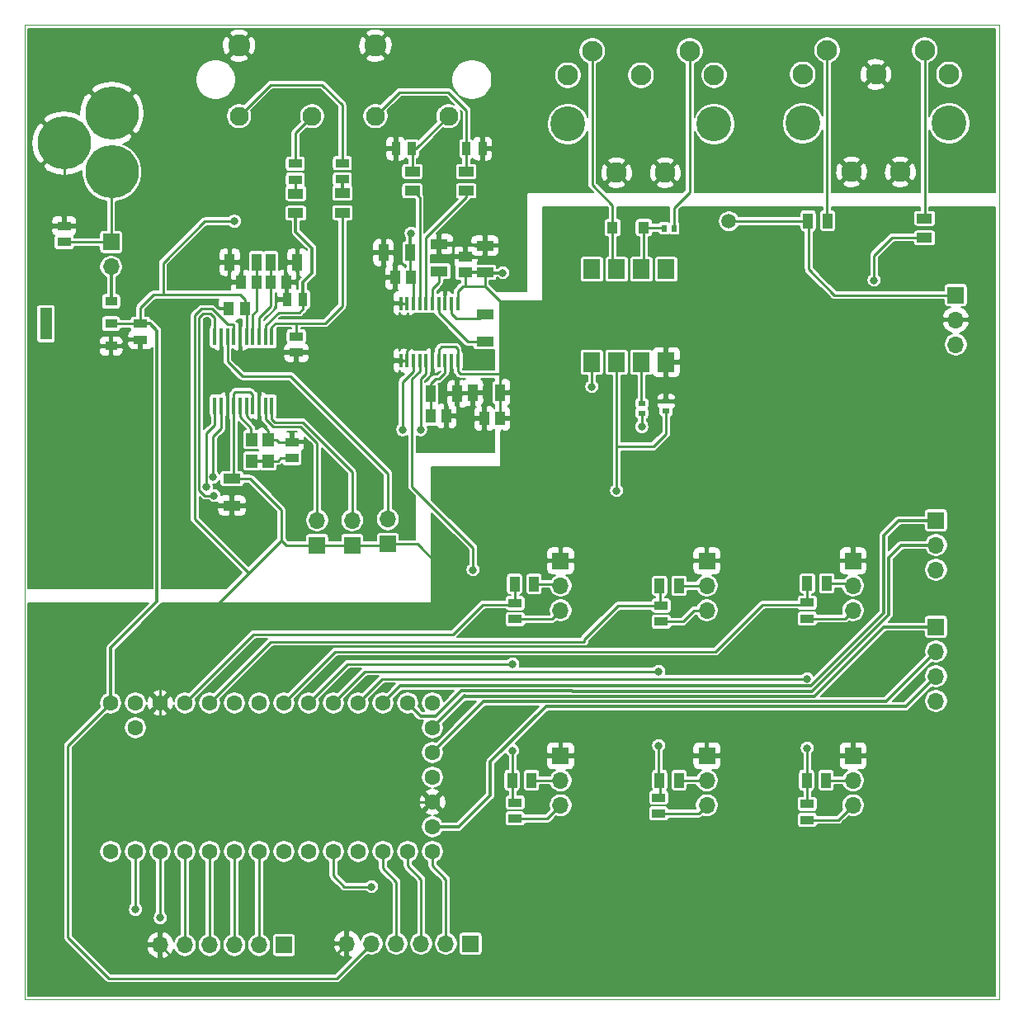
<source format=gbr>
%TF.GenerationSoftware,KiCad,Pcbnew,(5.1.6)-1*%
%TF.CreationDate,2020-08-11T23:20:13+02:00*%
%TF.ProjectId,AudioBoard,41756469-6f42-46f6-9172-642e6b696361,rev?*%
%TF.SameCoordinates,Original*%
%TF.FileFunction,Copper,L1,Top*%
%TF.FilePolarity,Positive*%
%FSLAX46Y46*%
G04 Gerber Fmt 4.6, Leading zero omitted, Abs format (unit mm)*
G04 Created by KiCad (PCBNEW (5.1.6)-1) date 2020-08-11 23:20:13*
%MOMM*%
%LPD*%
G01*
G04 APERTURE LIST*
%TA.AperFunction,Profile*%
%ADD10C,0.050000*%
%TD*%
%TA.AperFunction,SMDPad,CuDef*%
%ADD11R,1.550000X1.000000*%
%TD*%
%TA.AperFunction,SMDPad,CuDef*%
%ADD12R,1.000000X1.550000*%
%TD*%
%TA.AperFunction,SMDPad,CuDef*%
%ADD13R,0.800000X0.500000*%
%TD*%
%TA.AperFunction,SMDPad,CuDef*%
%ADD14R,0.500000X0.800000*%
%TD*%
%TA.AperFunction,ComponentPad*%
%ADD15C,2.250000*%
%TD*%
%TA.AperFunction,ComponentPad*%
%ADD16C,1.950000*%
%TD*%
%TA.AperFunction,SMDPad,CuDef*%
%ADD17R,1.780000X2.000000*%
%TD*%
%TA.AperFunction,SMDPad,CuDef*%
%ADD18R,1.020000X1.780000*%
%TD*%
%TA.AperFunction,SMDPad,CuDef*%
%ADD19R,1.390000X0.910000*%
%TD*%
%TA.AperFunction,SMDPad,CuDef*%
%ADD20R,1.200000X1.400000*%
%TD*%
%TA.AperFunction,ComponentPad*%
%ADD21C,1.600000*%
%TD*%
%TA.AperFunction,ComponentPad*%
%ADD22O,1.700000X1.700000*%
%TD*%
%TA.AperFunction,ComponentPad*%
%ADD23R,1.700000X1.700000*%
%TD*%
%TA.AperFunction,ComponentPad*%
%ADD24C,3.585000*%
%TD*%
%TA.AperFunction,ComponentPad*%
%ADD25C,2.100000*%
%TD*%
%TA.AperFunction,ComponentPad*%
%ADD26C,5.460000*%
%TD*%
%TA.AperFunction,SMDPad,CuDef*%
%ADD27R,0.450000X1.800000*%
%TD*%
%TA.AperFunction,SMDPad,CuDef*%
%ADD28R,0.450000X1.475000*%
%TD*%
%TA.AperFunction,SMDPad,CuDef*%
%ADD29R,1.300000X3.250000*%
%TD*%
%TA.AperFunction,SMDPad,CuDef*%
%ADD30R,1.300000X0.950000*%
%TD*%
%TA.AperFunction,SMDPad,CuDef*%
%ADD31R,1.120000X1.220000*%
%TD*%
%TA.AperFunction,SMDPad,CuDef*%
%ADD32R,1.430000X0.940000*%
%TD*%
%TA.AperFunction,SMDPad,CuDef*%
%ADD33R,1.780000X1.020000*%
%TD*%
%TA.AperFunction,SMDPad,CuDef*%
%ADD34R,0.910000X1.390000*%
%TD*%
%TA.AperFunction,SMDPad,CuDef*%
%ADD35R,0.990000X1.470000*%
%TD*%
%TA.AperFunction,SMDPad,CuDef*%
%ADD36R,1.820000X1.050000*%
%TD*%
%TA.AperFunction,SMDPad,CuDef*%
%ADD37R,1.470000X0.990000*%
%TD*%
%TA.AperFunction,SMDPad,CuDef*%
%ADD38R,0.940000X1.430000*%
%TD*%
%TA.AperFunction,ViaPad*%
%ADD39C,0.800000*%
%TD*%
%TA.AperFunction,ViaPad*%
%ADD40C,1.500000*%
%TD*%
%TA.AperFunction,Conductor*%
%ADD41C,0.250000*%
%TD*%
%TA.AperFunction,Conductor*%
%ADD42C,0.254000*%
%TD*%
%TA.AperFunction,Conductor*%
%ADD43C,0.300000*%
%TD*%
%TA.AperFunction,Conductor*%
%ADD44C,0.200000*%
%TD*%
G04 APERTURE END LIST*
D10*
X50000000Y-150000000D02*
X50000000Y-50000000D01*
X50000000Y-50000000D02*
X150000000Y-50000000D01*
X150000000Y-150000000D02*
X50000000Y-150000000D01*
X150000000Y-50000000D02*
X150000000Y-150000000D01*
D11*
%TO.P,R15,2*%
%TO.N,/Audio IO (I2S)/RCA_OUT_L*%
X95300800Y-65042300D03*
%TO.P,R15,1*%
%TO.N,/Audio IO (I2S)/OUT_L*%
X95300800Y-67042300D03*
%TD*%
%TO.P,R14,2*%
%TO.N,/Audio IO (I2S)/RCA_OUT_R*%
X89789000Y-65040000D03*
%TO.P,R14,1*%
%TO.N,/Audio IO (I2S)/OUT_R*%
X89789000Y-67040000D03*
%TD*%
%TO.P,R13,2*%
%TO.N,/Audio IO (I2S)/IN_R*%
X77825600Y-69326000D03*
%TO.P,R13,1*%
%TO.N,Net-(C12-Pad2)*%
X77825600Y-67326000D03*
%TD*%
%TO.P,R12,2*%
%TO.N,/Audio IO (I2S)/IN_L*%
X82600800Y-69275200D03*
%TO.P,R12,1*%
%TO.N,Net-(C11-Pad2)*%
X82600800Y-67275200D03*
%TD*%
D12*
%TO.P,R11,2*%
%TO.N,+5V*%
X130396500Y-70104000D03*
%TO.P,R11,1*%
%TO.N,Net-(J14-Pad5)*%
X132396500Y-70104000D03*
%TD*%
D11*
%TO.P,R10,2*%
%TO.N,/MIDI_OUT*%
X142341600Y-71866000D03*
%TO.P,R10,1*%
%TO.N,Net-(J14-Pad4)*%
X142341600Y-69866000D03*
%TD*%
D13*
%TO.P,R9,2*%
%TO.N,/MIDI_IN*%
X115824000Y-89631000D03*
%TO.P,R9,1*%
%TO.N,+3V3*%
X115824000Y-88631000D03*
%TD*%
%TO.P,R8,2*%
%TO.N,GND*%
X113334800Y-89848400D03*
%TO.P,R8,1*%
%TO.N,Net-(R8-Pad1)*%
X113334800Y-88848400D03*
%TD*%
D14*
%TO.P,R7,2*%
%TO.N,Net-(D1-Pad1)*%
X115656600Y-70866000D03*
%TO.P,R7,1*%
%TO.N,Net-(J13-Pad4)*%
X116656600Y-70866000D03*
%TD*%
D12*
%TO.P,R6,2*%
%TO.N,Net-(J12-Pad2)*%
X102267500Y-107362000D03*
%TO.P,R6,1*%
%TO.N,/POT6*%
X100267500Y-107362000D03*
%TD*%
%TO.P,R5,2*%
%TO.N,Net-(J11-Pad2)*%
X102013500Y-127508000D03*
%TO.P,R5,1*%
%TO.N,/POT3*%
X100013500Y-127508000D03*
%TD*%
%TO.P,R4,2*%
%TO.N,Net-(J10-Pad2)*%
X117156500Y-107565200D03*
%TO.P,R4,1*%
%TO.N,/POT5*%
X115156500Y-107565200D03*
%TD*%
%TO.P,R3,2*%
%TO.N,Net-(J9-Pad2)*%
X117156500Y-127508000D03*
%TO.P,R3,1*%
%TO.N,/POT2*%
X115156500Y-127508000D03*
%TD*%
%TO.P,R2,2*%
%TO.N,Net-(J8-Pad2)*%
X132318000Y-107311200D03*
%TO.P,R2,1*%
%TO.N,/POT4*%
X130318000Y-107311200D03*
%TD*%
%TO.P,R1,2*%
%TO.N,Net-(J7-Pad2)*%
X132239500Y-127508000D03*
%TO.P,R1,1*%
%TO.N,/POT1*%
X130239500Y-127508000D03*
%TD*%
D15*
%TO.P,J15,6*%
%TO.N,GND*%
X71996000Y-52126000D03*
%TO.P,J15,5*%
X85996000Y-52126000D03*
D16*
%TO.P,J15,4*%
%TO.N,/Audio IO (I2S)/RCA_IN_L*%
X71996000Y-59376000D03*
%TO.P,J15,3*%
%TO.N,/Audio IO (I2S)/RCA_IN_R*%
X79496000Y-59376000D03*
%TO.P,J15,2*%
%TO.N,/Audio IO (I2S)/RCA_OUT_L*%
X85996000Y-59376000D03*
%TO.P,J15,1*%
%TO.N,/Audio IO (I2S)/RCA_OUT_R*%
X93496000Y-59376000D03*
%TD*%
D17*
%TO.P,U2,8*%
%TO.N,+3V3*%
X115824000Y-84612400D03*
%TO.P,U2,4*%
%TO.N,Net-(U2-Pad4)*%
X108204000Y-75082400D03*
%TO.P,U2,7*%
%TO.N,Net-(R8-Pad1)*%
X113284000Y-84612400D03*
%TO.P,U2,3*%
%TO.N,Net-(D1-Pad2)*%
X110744000Y-75082400D03*
%TO.P,U2,6*%
%TO.N,/MIDI_IN*%
X110744000Y-84612400D03*
%TO.P,U2,2*%
%TO.N,Net-(D1-Pad1)*%
X113284000Y-75082400D03*
%TO.P,U2,5*%
%TO.N,GND*%
X108204000Y-84612400D03*
%TO.P,U2,1*%
%TO.N,Net-(U2-Pad1)*%
X115824000Y-75082400D03*
%TD*%
D18*
%TO.P,C14,2*%
%TO.N,Net-(C10-Pad2)*%
X91643200Y-87858600D03*
%TO.P,C14,1*%
%TO.N,GND*%
X94403200Y-87858600D03*
%TD*%
%TO.P,C13,2*%
%TO.N,GND*%
X96012000Y-87731600D03*
%TO.P,C13,1*%
%TO.N,+3V3*%
X98772000Y-87731600D03*
%TD*%
D19*
%TO.P,C12,2*%
%TO.N,Net-(C12-Pad2)*%
X77774800Y-65887600D03*
%TO.P,C12,1*%
%TO.N,/Audio IO (I2S)/RCA_IN_R*%
X77774800Y-64247600D03*
%TD*%
%TO.P,C11,2*%
%TO.N,Net-(C11-Pad2)*%
X82600800Y-65844000D03*
%TO.P,C11,1*%
%TO.N,/Audio IO (I2S)/RCA_IN_L*%
X82600800Y-64204000D03*
%TD*%
D20*
%TO.P,U3,4*%
%TO.N,Net-(C31-Pad2)*%
X73304400Y-94757600D03*
%TO.P,U3,3*%
%TO.N,/Audio IO (I2S)/SCK*%
X73304400Y-92557600D03*
%TO.P,U3,2*%
%TO.N,GND*%
X75004400Y-92557600D03*
%TO.P,U3,1*%
%TO.N,Net-(C31-Pad2)*%
X75004400Y-94757600D03*
%TD*%
D21*
%TO.P,U1,1*%
%TO.N,GND*%
X58826400Y-134823200D03*
%TO.P,U1,2*%
%TO.N,/MIDI_IN*%
X61366400Y-134823200D03*
%TO.P,U1,3*%
%TO.N,/MIDI_OUT*%
X63906400Y-134823200D03*
%TO.P,U1,4*%
%TO.N,/I2S2_DOUT*%
X66446400Y-134823200D03*
%TO.P,U1,5*%
%TO.N,/I2S2_LRCK*%
X68986400Y-134823200D03*
%TO.P,U1,6*%
%TO.N,/I2S2_BCK*%
X71526400Y-134823200D03*
%TO.P,U1,7*%
%TO.N,/I2S2_DIN*%
X74066400Y-134823200D03*
%TO.P,U1,8*%
%TO.N,Net-(U1-Pad8)*%
X76606400Y-134823200D03*
%TO.P,U1,9*%
%TO.N,Net-(U1-Pad9)*%
X79146400Y-134823200D03*
%TO.P,U1,10*%
%TO.N,/I2S_DOUT*%
X81686400Y-134823200D03*
%TO.P,U1,11*%
%TO.N,/I2S_DIN*%
X84226400Y-134823200D03*
%TO.P,U1,12*%
%TO.N,Net-(J2-Pad4)*%
X86766400Y-134823200D03*
%TO.P,U1,13*%
%TO.N,Net-(J2-Pad3)*%
X89306400Y-134823200D03*
%TO.P,U1,34*%
%TO.N,Net-(U1-Pad34)*%
X61366400Y-122123200D03*
%TO.P,U1,33*%
%TO.N,+5V*%
X58826400Y-119583200D03*
%TO.P,U1,32*%
%TO.N,GND*%
X61366400Y-119583200D03*
%TO.P,U1,31*%
%TO.N,+3V3*%
X63906400Y-119583200D03*
%TO.P,U1,30*%
%TO.N,/POT6*%
X66446400Y-119583200D03*
%TO.P,U1,29*%
%TO.N,/POT5*%
X68986400Y-119583200D03*
%TO.P,U1,28*%
%TO.N,/I2S_BCK*%
X71526400Y-119583200D03*
%TO.P,U1,27*%
%TO.N,/I2S_LRCK*%
X74066400Y-119583200D03*
%TO.P,U1,26*%
%TO.N,/POT4*%
X76606400Y-119583200D03*
%TO.P,U1,25*%
%TO.N,/POT3*%
X79146400Y-119583200D03*
%TO.P,U1,24*%
%TO.N,/POT2*%
X81686400Y-119583200D03*
%TO.P,U1,23*%
%TO.N,/POT1*%
X84226400Y-119583200D03*
%TO.P,U1,22*%
%TO.N,/UART_OPT_RX*%
X86766400Y-119583200D03*
%TO.P,U1,21*%
%TO.N,/UART_OPT_TX*%
X89306400Y-119583200D03*
%TO.P,U1,14*%
%TO.N,Net-(J2-Pad2)*%
X91846400Y-134823200D03*
%TO.P,U1,15*%
%TO.N,Net-(J3-Pad3)*%
X91846400Y-132283200D03*
%TO.P,U1,16*%
%TO.N,+3V3*%
X91846400Y-129743200D03*
%TO.P,U1,20*%
%TO.N,Net-(U1-Pad20)*%
X91846400Y-119583200D03*
%TO.P,U1,19*%
%TO.N,Net-(J3-Pad1)*%
X91846400Y-122123200D03*
%TO.P,U1,18*%
%TO.N,Net-(J3-Pad2)*%
X91846400Y-124663200D03*
%TO.P,U1,17*%
%TO.N,GND*%
X91846400Y-127203200D03*
%TD*%
D22*
%TO.P,JP4,2*%
%TO.N,/Audio IO (I2S)/JP_BYPAS*%
X87274400Y-100736400D03*
D23*
%TO.P,JP4,1*%
%TO.N,+3V3*%
X87274400Y-103276400D03*
%TD*%
D22*
%TO.P,JP3,2*%
%TO.N,/Audio IO (I2S)/JP_MODE1*%
X83616800Y-100838000D03*
D23*
%TO.P,JP3,1*%
%TO.N,+3V3*%
X83616800Y-103378000D03*
%TD*%
D22*
%TO.P,JP2,2*%
%TO.N,/Audio IO (I2S)/JP_MODE0*%
X80010000Y-100838000D03*
D23*
%TO.P,JP2,1*%
%TO.N,+3V3*%
X80010000Y-103378000D03*
%TD*%
D22*
%TO.P,JP1,2*%
%TO.N,Net-(IC1-Pad3)*%
X58877200Y-74828400D03*
D23*
%TO.P,JP1,1*%
%TO.N,/DC_IN*%
X58877200Y-72288400D03*
%TD*%
D24*
%TO.P,J14,MH2*%
%TO.N,Net-(J14-PadMH2)*%
X129844800Y-60096400D03*
%TO.P,J14,MH1*%
%TO.N,Net-(J14-PadMH1)*%
X144854800Y-60096400D03*
D25*
%TO.P,J14,7*%
%TO.N,GND*%
X134849800Y-65096400D03*
%TO.P,J14,6*%
X139849800Y-65096400D03*
%TO.P,J14,5*%
%TO.N,Net-(J14-Pad5)*%
X132344800Y-52596400D03*
%TO.P,J14,4*%
%TO.N,Net-(J14-Pad4)*%
X142354800Y-52596400D03*
%TO.P,J14,3*%
%TO.N,Net-(J14-Pad3)*%
X129844800Y-55086400D03*
%TO.P,J14,2*%
%TO.N,GND*%
X137349800Y-55086400D03*
%TO.P,J14,1*%
%TO.N,Net-(J14-Pad1)*%
X144854800Y-55086400D03*
%TD*%
D24*
%TO.P,J13,MH2*%
%TO.N,Net-(J13-PadMH2)*%
X105741600Y-60178800D03*
%TO.P,J13,MH1*%
%TO.N,Net-(J13-PadMH1)*%
X120751600Y-60178800D03*
D25*
%TO.P,J13,7*%
%TO.N,GND*%
X110746600Y-65178800D03*
%TO.P,J13,6*%
X115746600Y-65178800D03*
%TO.P,J13,5*%
%TO.N,Net-(D1-Pad2)*%
X108241600Y-52678800D03*
%TO.P,J13,4*%
%TO.N,Net-(J13-Pad4)*%
X118251600Y-52678800D03*
%TO.P,J13,3*%
%TO.N,Net-(J13-Pad3)*%
X105741600Y-55168800D03*
%TO.P,J13,2*%
%TO.N,Net-(J13-Pad2)*%
X113246600Y-55168800D03*
%TO.P,J13,1*%
%TO.N,Net-(J13-Pad1)*%
X120751600Y-55168800D03*
%TD*%
D22*
%TO.P,J12,3*%
%TO.N,GND*%
X105000000Y-110080000D03*
%TO.P,J12,2*%
%TO.N,Net-(J12-Pad2)*%
X105000000Y-107540000D03*
D23*
%TO.P,J12,1*%
%TO.N,+3V3*%
X105000000Y-105000000D03*
%TD*%
D22*
%TO.P,J11,3*%
%TO.N,GND*%
X105000000Y-130080000D03*
%TO.P,J11,2*%
%TO.N,Net-(J11-Pad2)*%
X105000000Y-127540000D03*
D23*
%TO.P,J11,1*%
%TO.N,+3V3*%
X105000000Y-125000000D03*
%TD*%
D22*
%TO.P,J10,3*%
%TO.N,GND*%
X120000000Y-110080000D03*
%TO.P,J10,2*%
%TO.N,Net-(J10-Pad2)*%
X120000000Y-107540000D03*
D23*
%TO.P,J10,1*%
%TO.N,+3V3*%
X120000000Y-105000000D03*
%TD*%
D22*
%TO.P,J9,3*%
%TO.N,GND*%
X120000000Y-130080000D03*
%TO.P,J9,2*%
%TO.N,Net-(J9-Pad2)*%
X120000000Y-127540000D03*
D23*
%TO.P,J9,1*%
%TO.N,+3V3*%
X120000000Y-125000000D03*
%TD*%
D22*
%TO.P,J8,3*%
%TO.N,GND*%
X135000000Y-110080000D03*
%TO.P,J8,2*%
%TO.N,Net-(J8-Pad2)*%
X135000000Y-107540000D03*
D23*
%TO.P,J8,1*%
%TO.N,+3V3*%
X135000000Y-105000000D03*
%TD*%
D22*
%TO.P,J7,3*%
%TO.N,GND*%
X135000000Y-130080000D03*
%TO.P,J7,2*%
%TO.N,Net-(J7-Pad2)*%
X135000000Y-127540000D03*
D23*
%TO.P,J7,1*%
%TO.N,+3V3*%
X135000000Y-125000000D03*
%TD*%
D22*
%TO.P,J6,3*%
%TO.N,GND*%
X145542000Y-82804000D03*
%TO.P,J6,2*%
%TO.N,+3V3*%
X145542000Y-80264000D03*
D23*
%TO.P,J6,1*%
%TO.N,+5V*%
X145542000Y-77724000D03*
%TD*%
D26*
%TO.P,J5,C*%
%TO.N,GND*%
X58951200Y-59094000D03*
%TO.P,J5,B*%
X54051200Y-62144000D03*
%TO.P,J5,A*%
%TO.N,/DC_IN*%
X58951200Y-65094000D03*
%TD*%
D22*
%TO.P,J4,3*%
%TO.N,GND*%
X143510000Y-105918000D03*
%TO.P,J4,2*%
%TO.N,/UART_OPT_TX*%
X143510000Y-103378000D03*
D23*
%TO.P,J4,1*%
%TO.N,/UART_OPT_RX*%
X143510000Y-100838000D03*
%TD*%
D22*
%TO.P,J3,4*%
%TO.N,GND*%
X143510000Y-119380000D03*
%TO.P,J3,3*%
%TO.N,Net-(J3-Pad3)*%
X143510000Y-116840000D03*
%TO.P,J3,2*%
%TO.N,Net-(J3-Pad2)*%
X143510000Y-114300000D03*
D23*
%TO.P,J3,1*%
%TO.N,Net-(J3-Pad1)*%
X143510000Y-111760000D03*
%TD*%
D22*
%TO.P,J2,6*%
%TO.N,+3V3*%
X83058000Y-144272000D03*
%TO.P,J2,5*%
%TO.N,+5V*%
X85598000Y-144272000D03*
%TO.P,J2,4*%
%TO.N,Net-(J2-Pad4)*%
X88138000Y-144272000D03*
%TO.P,J2,3*%
%TO.N,Net-(J2-Pad3)*%
X90678000Y-144272000D03*
%TO.P,J2,2*%
%TO.N,Net-(J2-Pad2)*%
X93218000Y-144272000D03*
D23*
%TO.P,J2,1*%
%TO.N,GND*%
X95758000Y-144272000D03*
%TD*%
D22*
%TO.P,J1,6*%
%TO.N,+3V3*%
X63906400Y-144424400D03*
%TO.P,J1,5*%
%TO.N,/I2S2_DOUT*%
X66446400Y-144424400D03*
%TO.P,J1,4*%
%TO.N,/I2S2_LRCK*%
X68986400Y-144424400D03*
%TO.P,J1,3*%
%TO.N,/I2S2_BCK*%
X71526400Y-144424400D03*
%TO.P,J1,2*%
%TO.N,/I2S2_DIN*%
X74066400Y-144424400D03*
D23*
%TO.P,J1,1*%
%TO.N,GND*%
X76606400Y-144424400D03*
%TD*%
D27*
%TO.P,IC3,20*%
%TO.N,/Audio IO (I2S)/JP_MODE1*%
X75365800Y-89097200D03*
%TO.P,IC3,19*%
%TO.N,/Audio IO (I2S)/JP_MODE0*%
X74715800Y-89097200D03*
%TO.P,IC3,18*%
%TO.N,GND*%
X74065800Y-89097200D03*
%TO.P,IC3,17*%
%TO.N,+3V3*%
X73415800Y-89097200D03*
%TO.P,IC3,16*%
%TO.N,GND*%
X72765800Y-89097200D03*
%TO.P,IC3,15*%
%TO.N,/Audio IO (I2S)/SCK*%
X72115800Y-89097200D03*
%TO.P,IC3,14*%
%TO.N,+3V3*%
X71465800Y-89097200D03*
%TO.P,IC3,13*%
%TO.N,GND*%
X70815800Y-89097200D03*
%TO.P,IC3,12*%
%TO.N,/I2S_DIN*%
X70165800Y-89097200D03*
%TO.P,IC3,11*%
%TO.N,/I2S_BCK*%
X69515800Y-89097200D03*
%TO.P,IC3,10*%
%TO.N,/I2S_LRCK*%
X69515800Y-81997200D03*
%TO.P,IC3,9*%
%TO.N,GND*%
X70165800Y-81997200D03*
%TO.P,IC3,8*%
%TO.N,/Audio IO (I2S)/JP_BYPAS*%
X70815800Y-81997200D03*
%TO.P,IC3,7*%
%TO.N,+3V3*%
X71465800Y-81997200D03*
%TO.P,IC3,6*%
%TO.N,GND*%
X72115800Y-81997200D03*
%TO.P,IC3,5*%
%TO.N,+5V*%
X72765800Y-81997200D03*
%TO.P,IC3,4*%
%TO.N,Net-(C25-Pad2)*%
X73415800Y-81997200D03*
%TO.P,IC3,3*%
%TO.N,Net-(C18-Pad2)*%
X74065800Y-81997200D03*
%TO.P,IC3,2*%
%TO.N,/Audio IO (I2S)/IN_R*%
X74715800Y-81997200D03*
%TO.P,IC3,1*%
%TO.N,/Audio IO (I2S)/IN_L*%
X75365800Y-81997200D03*
%TD*%
D28*
%TO.P,IC2,20*%
%TO.N,+3V3*%
X94441200Y-84446600D03*
%TO.P,IC2,19*%
%TO.N,GND*%
X93791200Y-84446600D03*
%TO.P,IC2,18*%
%TO.N,Net-(C10-Pad2)*%
X93141200Y-84446600D03*
%TO.P,IC2,17*%
%TO.N,+3V3*%
X92491200Y-84446600D03*
%TO.P,IC2,16*%
%TO.N,GND*%
X91841200Y-84446600D03*
%TO.P,IC2,15*%
%TO.N,/I2S_LRCK*%
X91191200Y-84446600D03*
%TO.P,IC2,14*%
%TO.N,/I2S_DOUT*%
X90541200Y-84446600D03*
%TO.P,IC2,13*%
%TO.N,/I2S_BCK*%
X89891200Y-84446600D03*
%TO.P,IC2,12*%
%TO.N,GND*%
X89241200Y-84446600D03*
%TO.P,IC2,11*%
X88591200Y-84446600D03*
%TO.P,IC2,10*%
X88591200Y-78570600D03*
%TO.P,IC2,9*%
X89241200Y-78570600D03*
%TO.P,IC2,8*%
%TO.N,+3V3*%
X89891200Y-78570600D03*
%TO.P,IC2,7*%
%TO.N,/Audio IO (I2S)/OUT_R*%
X90541200Y-78570600D03*
%TO.P,IC2,6*%
%TO.N,/Audio IO (I2S)/OUT_L*%
X91191200Y-78570600D03*
%TO.P,IC2,5*%
%TO.N,Net-(C23-Pad2)*%
X91841200Y-78570600D03*
%TO.P,IC2,4*%
%TO.N,Net-(C19-Pad2)*%
X92491200Y-78570600D03*
%TO.P,IC2,3*%
%TO.N,GND*%
X93141200Y-78570600D03*
%TO.P,IC2,2*%
%TO.N,Net-(C19-Pad1)*%
X93791200Y-78570600D03*
%TO.P,IC2,1*%
%TO.N,+3V3*%
X94441200Y-78570600D03*
%TD*%
D29*
%TO.P,IC1,4*%
%TO.N,Net-(IC1-Pad4)*%
X52174400Y-80670400D03*
D30*
%TO.P,IC1,3*%
%TO.N,Net-(IC1-Pad3)*%
X58874400Y-78380400D03*
%TO.P,IC1,2*%
%TO.N,+5V*%
X58874400Y-80670400D03*
%TO.P,IC1,1*%
%TO.N,GND*%
X58874400Y-82960400D03*
%TD*%
D31*
%TO.P,D1,1*%
%TO.N,Net-(D1-Pad1)*%
X113537600Y-70815200D03*
%TO.P,D1,2*%
%TO.N,Net-(D1-Pad2)*%
X110337600Y-70815200D03*
%TD*%
D32*
%TO.P,C31,2*%
%TO.N,Net-(C31-Pad2)*%
X77419200Y-94437200D03*
%TO.P,C31,1*%
%TO.N,GND*%
X77419200Y-92797200D03*
%TD*%
D33*
%TO.P,C30,2*%
%TO.N,GND*%
X71272400Y-99330800D03*
%TO.P,C30,1*%
%TO.N,+3V3*%
X71272400Y-96570800D03*
%TD*%
D34*
%TO.P,C29,2*%
%TO.N,GND*%
X96977200Y-62712600D03*
%TO.P,C29,1*%
%TO.N,/Audio IO (I2S)/RCA_OUT_L*%
X95337200Y-62712600D03*
%TD*%
%TO.P,C28,2*%
%TO.N,GND*%
X88098200Y-62712600D03*
%TO.P,C28,1*%
%TO.N,/Audio IO (I2S)/RCA_OUT_R*%
X89738200Y-62712600D03*
%TD*%
D35*
%TO.P,C27,2*%
%TO.N,Net-(C25-Pad2)*%
X73826800Y-76403200D03*
%TO.P,C27,1*%
%TO.N,GND*%
X72186800Y-76403200D03*
%TD*%
%TO.P,C26,2*%
%TO.N,+5V*%
X72593200Y-79146400D03*
%TO.P,C26,1*%
%TO.N,GND*%
X70953200Y-79146400D03*
%TD*%
D18*
%TO.P,C25,2*%
%TO.N,Net-(C25-Pad2)*%
X73812400Y-74371200D03*
%TO.P,C25,1*%
%TO.N,GND*%
X71052400Y-74371200D03*
%TD*%
%TO.P,C24,2*%
%TO.N,GND*%
X86817200Y-73380600D03*
%TO.P,C24,1*%
%TO.N,+3V3*%
X89577200Y-73380600D03*
%TD*%
D36*
%TO.P,C23,2*%
%TO.N,Net-(C23-Pad2)*%
X92532200Y-75285600D03*
%TO.P,C23,1*%
%TO.N,GND*%
X92532200Y-72505600D03*
%TD*%
D37*
%TO.P,C22,2*%
%TO.N,GND*%
X95199200Y-73772600D03*
%TO.P,C22,1*%
%TO.N,+3V3*%
X95199200Y-75412600D03*
%TD*%
D35*
%TO.P,C21,2*%
%TO.N,Net-(C18-Pad2)*%
X75234800Y-76403200D03*
%TO.P,C21,1*%
%TO.N,GND*%
X76874800Y-76403200D03*
%TD*%
%TO.P,C20,2*%
%TO.N,GND*%
X88029200Y-75920600D03*
%TO.P,C20,1*%
%TO.N,+3V3*%
X89669200Y-75920600D03*
%TD*%
D36*
%TO.P,C19,2*%
%TO.N,Net-(C19-Pad2)*%
X97231200Y-82510600D03*
%TO.P,C19,1*%
%TO.N,Net-(C19-Pad1)*%
X97231200Y-79730600D03*
%TD*%
D18*
%TO.P,C18,2*%
%TO.N,Net-(C18-Pad2)*%
X75234800Y-74371200D03*
%TO.P,C18,1*%
%TO.N,GND*%
X77994800Y-74371200D03*
%TD*%
D33*
%TO.P,C17,2*%
%TO.N,GND*%
X97231200Y-72652600D03*
%TO.P,C17,1*%
%TO.N,+3V3*%
X97231200Y-75412600D03*
%TD*%
D38*
%TO.P,C16,2*%
%TO.N,/Audio IO (I2S)/IN_R*%
X78551200Y-78181200D03*
%TO.P,C16,1*%
%TO.N,GND*%
X76911200Y-78181200D03*
%TD*%
D32*
%TO.P,C15,2*%
%TO.N,GND*%
X77876400Y-83631200D03*
%TO.P,C15,1*%
%TO.N,/Audio IO (I2S)/IN_L*%
X77876400Y-81991200D03*
%TD*%
D35*
%TO.P,C10,2*%
%TO.N,Net-(C10-Pad2)*%
X91643200Y-90144600D03*
%TO.P,C10,1*%
%TO.N,GND*%
X93283200Y-90144600D03*
%TD*%
%TO.P,C9,2*%
%TO.N,GND*%
X97166000Y-90398600D03*
%TO.P,C9,1*%
%TO.N,+3V3*%
X98806000Y-90398600D03*
%TD*%
D19*
%TO.P,C8,2*%
%TO.N,GND*%
X100330000Y-110983200D03*
%TO.P,C8,1*%
%TO.N,/POT6*%
X100330000Y-109343200D03*
%TD*%
%TO.P,C7,2*%
%TO.N,GND*%
X100330000Y-131434000D03*
%TO.P,C7,1*%
%TO.N,/POT3*%
X100330000Y-129794000D03*
%TD*%
%TO.P,C6,2*%
%TO.N,GND*%
X115316000Y-111237200D03*
%TO.P,C6,1*%
%TO.N,/POT5*%
X115316000Y-109597200D03*
%TD*%
%TO.P,C5,2*%
%TO.N,GND*%
X115062000Y-130926000D03*
%TO.P,C5,1*%
%TO.N,/POT2*%
X115062000Y-129286000D03*
%TD*%
%TO.P,C4,2*%
%TO.N,GND*%
X130302000Y-110925200D03*
%TO.P,C4,1*%
%TO.N,/POT4*%
X130302000Y-109285200D03*
%TD*%
%TO.P,C3,2*%
%TO.N,GND*%
X130302000Y-131572000D03*
%TO.P,C3,1*%
%TO.N,/POT1*%
X130302000Y-129932000D03*
%TD*%
D32*
%TO.P,C2,2*%
%TO.N,GND*%
X61874400Y-82310400D03*
%TO.P,C2,1*%
%TO.N,+5V*%
X61874400Y-80670400D03*
%TD*%
%TO.P,C1,2*%
%TO.N,GND*%
X54051200Y-70648400D03*
%TO.P,C1,1*%
%TO.N,/DC_IN*%
X54051200Y-72288400D03*
%TD*%
D39*
%TO.N,GND*%
X113334800Y-91236800D03*
X108204000Y-87122000D03*
X66294000Y-79248000D03*
X73660000Y-101346000D03*
X77978000Y-96266000D03*
X91389200Y-82524600D03*
X69850000Y-86360000D03*
X65786000Y-75692000D03*
X65786000Y-106680000D03*
X65278000Y-97028000D03*
X51816000Y-106426000D03*
X61722000Y-106934000D03*
X51308000Y-75692000D03*
X85344000Y-67310000D03*
X78994000Y-85598000D03*
X95250000Y-92964000D03*
X97536000Y-84836000D03*
D40*
%TO.N,+5V*%
X122275600Y-70154800D03*
D39*
X71526400Y-70154800D03*
%TO.N,/POT1*%
X130302000Y-124206000D03*
X130302000Y-117094000D03*
%TO.N,/POT2*%
X115062000Y-116332000D03*
X115062000Y-123952000D03*
%TO.N,/POT3*%
X100076000Y-115570000D03*
X100076000Y-124460000D03*
%TO.N,+3V3*%
X89662000Y-71374000D03*
X99060000Y-75438000D03*
%TO.N,/I2S_LRCK*%
X69443600Y-98298000D03*
X90627200Y-91541600D03*
%TO.N,/I2S_DOUT*%
X96012000Y-105918000D03*
X85598000Y-138430000D03*
%TO.N,/I2S_BCK*%
X68630800Y-97383600D03*
X88798400Y-91541600D03*
%TO.N,/I2S_DIN*%
X69357800Y-96418400D03*
%TO.N,/MIDI_IN*%
X61366400Y-140766800D03*
X110744000Y-97790000D03*
%TO.N,/MIDI_OUT*%
X63906400Y-141630400D03*
X137160000Y-76200000D03*
%TD*%
D41*
%TO.N,GND*%
X89241200Y-78570600D02*
X88591200Y-78570600D01*
X89241200Y-83459100D02*
X89230200Y-83448100D01*
X89241200Y-84446600D02*
X89241200Y-83459100D01*
X91841200Y-82976600D02*
X91841200Y-84446600D01*
X91389200Y-82524600D02*
X91841200Y-82976600D01*
X90153700Y-82524600D02*
X91389200Y-82524600D01*
X97084200Y-72505600D02*
X97231200Y-72652600D01*
X95199200Y-72519600D02*
X95213200Y-72505600D01*
X95199200Y-73772600D02*
X95199200Y-72519600D01*
X95213200Y-72505600D02*
X97084200Y-72505600D01*
X93929200Y-72618600D02*
X94042200Y-72505600D01*
X94042200Y-72505600D02*
X95213200Y-72505600D01*
X93929200Y-76428600D02*
X93929200Y-72618600D01*
X92532200Y-72505600D02*
X94042200Y-72505600D01*
X93141200Y-78570600D02*
X93141200Y-77216600D01*
X93141200Y-77216600D02*
X93929200Y-76428600D01*
X93791200Y-84446600D02*
X93791200Y-85942600D01*
D42*
X75004400Y-92557600D02*
X75844400Y-92557600D01*
X76084000Y-92797200D02*
X77419200Y-92797200D01*
X75844400Y-92557600D02*
X76084000Y-92797200D01*
X72765800Y-89097200D02*
X72765800Y-90160802D01*
X72765800Y-90160802D02*
X73638598Y-91033600D01*
X74065800Y-89097200D02*
X74065800Y-90982200D01*
X73638598Y-91033600D02*
X74117200Y-91033600D01*
X74065800Y-90982200D02*
X74117200Y-91033600D01*
X113334800Y-89898400D02*
X113334800Y-91236800D01*
X58874400Y-82960400D02*
X59787600Y-82960400D01*
X60437600Y-82310400D02*
X61874400Y-82310400D01*
X59787600Y-82960400D02*
X60437600Y-82310400D01*
X74117200Y-91033600D02*
X74422000Y-91033600D01*
X75004400Y-91616000D02*
X75004400Y-92557600D01*
X74422000Y-91033600D02*
X75004400Y-91616000D01*
X104096800Y-110983200D02*
X105000000Y-110080000D01*
X100330000Y-110983200D02*
X104096800Y-110983200D01*
X120000000Y-110080000D02*
X118694000Y-110080000D01*
X117536800Y-111237200D02*
X115316000Y-111237200D01*
X118694000Y-110080000D02*
X117536800Y-111237200D01*
X134154800Y-110925200D02*
X135000000Y-110080000D01*
X130302000Y-110925200D02*
X134154800Y-110925200D01*
X103646000Y-131434000D02*
X105000000Y-130080000D01*
X100330000Y-131434000D02*
X103646000Y-131434000D01*
X119154000Y-130926000D02*
X120000000Y-130080000D01*
X115062000Y-130926000D02*
X119154000Y-130926000D01*
X133508000Y-131572000D02*
X135000000Y-130080000D01*
X130302000Y-131572000D02*
X133508000Y-131572000D01*
X108204000Y-84612400D02*
X108204000Y-87122000D01*
D43*
X70953200Y-79146400D02*
X70256400Y-79146400D01*
X70256400Y-79146400D02*
X70002400Y-79146400D01*
X70002400Y-79146400D02*
X69342000Y-78486000D01*
X69342000Y-78486000D02*
X67056000Y-78486000D01*
X67056000Y-78486000D02*
X66294000Y-79248000D01*
D41*
X91389200Y-82524600D02*
X91389200Y-82524600D01*
X88591200Y-84446600D02*
X89241200Y-84446600D01*
X89230200Y-83448100D02*
X90153700Y-82524600D01*
X54051200Y-62144000D02*
X54051200Y-70648400D01*
D42*
%TO.N,/DC_IN*%
X54051200Y-72288400D02*
X58877200Y-72288400D01*
D41*
X58877200Y-65168000D02*
X58951200Y-65094000D01*
X58877200Y-72288400D02*
X58877200Y-65168000D01*
D42*
%TO.N,+5V*%
X61874400Y-80670400D02*
X58874400Y-80670400D01*
X72765800Y-79319000D02*
X72593200Y-79146400D01*
X72765800Y-81997200D02*
X72765800Y-79319000D01*
X72593200Y-78157400D02*
X72109000Y-77673200D01*
X72593200Y-79146400D02*
X72593200Y-78157400D01*
X61874400Y-78994000D02*
X61874400Y-80670400D01*
X63195200Y-77673200D02*
X61874400Y-78994000D01*
D43*
X62889400Y-80670400D02*
X63601600Y-81382600D01*
X61874400Y-80670400D02*
X62889400Y-80670400D01*
X63601600Y-81382600D02*
X63601600Y-109169200D01*
X58826400Y-113944400D02*
X58826400Y-119583200D01*
X63601600Y-109169200D02*
X58826400Y-113944400D01*
D42*
X72109000Y-77673200D02*
X64211200Y-77673200D01*
X64211200Y-77673200D02*
X63195200Y-77673200D01*
X64211200Y-74422000D02*
X64211200Y-77673200D01*
X122321800Y-70159400D02*
X122280200Y-70159400D01*
X122280200Y-70159400D02*
X122275600Y-70154800D01*
X68478400Y-70154800D02*
X64211200Y-74422000D01*
X71526400Y-70154800D02*
X68478400Y-70154800D01*
X130408200Y-70154800D02*
X130459000Y-70104000D01*
X122275600Y-70154800D02*
X130408200Y-70154800D01*
X130459000Y-70104000D02*
X130459000Y-75087000D01*
X133096000Y-77724000D02*
X145542000Y-77724000D01*
X130459000Y-75087000D02*
X133096000Y-77724000D01*
X58826400Y-119583200D02*
X54457600Y-123952000D01*
X54457600Y-123952000D02*
X54457600Y-143662400D01*
X54457600Y-143662400D02*
X58623200Y-147828000D01*
X82042000Y-147828000D02*
X82423000Y-147447000D01*
X58623200Y-147828000D02*
X82042000Y-147828000D01*
X82296000Y-147574000D02*
X82423000Y-147447000D01*
X82423000Y-147447000D02*
X85598000Y-144272000D01*
%TO.N,/POT1*%
X130302000Y-127508000D02*
X130302000Y-129932000D01*
X84226400Y-119583200D02*
X86715600Y-117094000D01*
X130302000Y-124206000D02*
X130302000Y-127508000D01*
X128524000Y-117094000D02*
X130302000Y-117094000D01*
X86715600Y-117094000D02*
X128524000Y-117094000D01*
%TO.N,/POT4*%
X130302000Y-107389700D02*
X130380500Y-107311200D01*
X130302000Y-109285200D02*
X130302000Y-107389700D01*
X76606400Y-119583200D02*
X81889600Y-114300000D01*
X81889600Y-114300000D02*
X120904000Y-114300000D01*
X120904000Y-114300000D02*
X125730000Y-109474000D01*
X130113200Y-109474000D02*
X130302000Y-109285200D01*
X125730000Y-109474000D02*
X130113200Y-109474000D01*
%TO.N,/POT2*%
X115219000Y-129129000D02*
X115062000Y-129286000D01*
X115219000Y-127508000D02*
X115219000Y-129129000D01*
X81686400Y-119583200D02*
X84937600Y-116332000D01*
X84937600Y-116332000D02*
X114808000Y-116332000D01*
X114808000Y-116332000D02*
X115062000Y-116332000D01*
X115062000Y-127351000D02*
X115219000Y-127508000D01*
X115062000Y-123952000D02*
X115062000Y-127351000D01*
%TO.N,/POT5*%
X115219000Y-109500200D02*
X115316000Y-109597200D01*
X115219000Y-107565200D02*
X115219000Y-109500200D01*
X68986400Y-119583200D02*
X75285600Y-113284000D01*
X75285600Y-113284000D02*
X107442000Y-113284000D01*
X107442000Y-113284000D02*
X107442000Y-113030000D01*
X110874800Y-109597200D02*
X115316000Y-109597200D01*
X107442000Y-113030000D02*
X110874800Y-109597200D01*
%TO.N,/POT3*%
X100076000Y-129540000D02*
X100330000Y-129794000D01*
X100076000Y-127508000D02*
X100076000Y-129540000D01*
X79146400Y-119583200D02*
X83159600Y-115570000D01*
X83159600Y-115570000D02*
X100076000Y-115570000D01*
X100076000Y-127508000D02*
X100076000Y-124460000D01*
%TO.N,/POT6*%
X100330000Y-107362000D02*
X100330000Y-109343200D01*
X66446400Y-119583200D02*
X73507600Y-112522000D01*
X73507600Y-112522000D02*
X93980000Y-112522000D01*
X93980000Y-112522000D02*
X97028000Y-109474000D01*
X100199200Y-109474000D02*
X100330000Y-109343200D01*
X97028000Y-109474000D02*
X100199200Y-109474000D01*
D41*
%TO.N,+3V3*%
X94441200Y-84446600D02*
X94441200Y-85576600D01*
X94441200Y-85576600D02*
X94691200Y-85826600D01*
X94183200Y-83032600D02*
X94441200Y-83290600D01*
X92786200Y-83032600D02*
X94183200Y-83032600D01*
X92491200Y-84446600D02*
X92491200Y-83327600D01*
X94441200Y-83290600D02*
X94441200Y-84446600D01*
X92491200Y-83327600D02*
X92786200Y-83032600D01*
X94441200Y-78464600D02*
X94437200Y-78460600D01*
X94441200Y-78570600D02*
X94441200Y-78464600D01*
X94437200Y-78460600D02*
X94437200Y-77317600D01*
X94437200Y-77317600D02*
X94945200Y-76809600D01*
X97231200Y-76809600D02*
X97231200Y-75412600D01*
X94945200Y-76809600D02*
X95326200Y-76809600D01*
X95199200Y-76682600D02*
X95326200Y-76809600D01*
X95199200Y-75412600D02*
X95199200Y-76682600D01*
X95326200Y-76809600D02*
X97231200Y-76809600D01*
X89891200Y-76142600D02*
X89891200Y-78570600D01*
X89669200Y-75920600D02*
X89891200Y-76142600D01*
X89577200Y-73380600D02*
X89577200Y-75828600D01*
X89577200Y-75828600D02*
X89669200Y-75920600D01*
D42*
X73415800Y-87943200D02*
X73152000Y-87679400D01*
X73415800Y-89097200D02*
X73415800Y-87943200D01*
X73152000Y-87679400D02*
X71626600Y-87679400D01*
X71465800Y-87840200D02*
X71465800Y-89097200D01*
X71626600Y-87679400D02*
X71465800Y-87840200D01*
X115824000Y-84612400D02*
X115824000Y-88646000D01*
X87172800Y-103378000D02*
X87274400Y-103276400D01*
X80010000Y-103378000D02*
X87172800Y-103378000D01*
X71465800Y-96377400D02*
X71272400Y-96570800D01*
X71465800Y-89097200D02*
X71465800Y-96377400D01*
X71272400Y-96570800D02*
X73152000Y-96570800D01*
X73152000Y-96570800D02*
X76352400Y-99771200D01*
X76352400Y-99771200D02*
X76352400Y-102870000D01*
X76860400Y-103378000D02*
X80010000Y-103378000D01*
X76352400Y-102870000D02*
X76860400Y-103378000D01*
X63906400Y-119583200D02*
X63906400Y-115316000D01*
X74066400Y-129743200D02*
X63906400Y-119583200D01*
X91846400Y-129743200D02*
X74066400Y-129743200D01*
X83058000Y-144272000D02*
X80772000Y-146558000D01*
X66040000Y-146558000D02*
X63906400Y-144424400D01*
X80772000Y-146558000D02*
X66040000Y-146558000D01*
X63906400Y-119583200D02*
X63906400Y-125374400D01*
X63906400Y-125374400D02*
X61264800Y-128016000D01*
X61264800Y-128016000D02*
X57912000Y-128016000D01*
X57912000Y-128016000D02*
X56388000Y-129540000D01*
X56388000Y-129540000D02*
X56388000Y-142748000D01*
X58064400Y-144424400D02*
X63906400Y-144424400D01*
X56388000Y-142748000D02*
X58064400Y-144424400D01*
X105000000Y-105000000D02*
X99470000Y-105000000D01*
X99470000Y-105000000D02*
X96774000Y-107696000D01*
X96774000Y-107696000D02*
X94742000Y-107696000D01*
X90322400Y-103276400D02*
X87274400Y-103276400D01*
X94742000Y-107696000D02*
X90322400Y-103276400D01*
X67449789Y-79837744D02*
X67449789Y-100723789D01*
X68137943Y-79149590D02*
X67449789Y-79837744D01*
X71465800Y-80843200D02*
X71392799Y-80770199D01*
X71465800Y-81997200D02*
X71465800Y-80843200D01*
X71392799Y-80770199D02*
X70845866Y-80770199D01*
X70845866Y-80770199D02*
X69225257Y-79149590D01*
X69225257Y-79149590D02*
X68137943Y-79149590D01*
X67449789Y-100723789D02*
X72847200Y-106121200D01*
X63906400Y-115316000D02*
X73101200Y-106121200D01*
X72847200Y-106121200D02*
X73101200Y-106121200D01*
X73101200Y-106121200D02*
X76352400Y-102870000D01*
X97231200Y-76809600D02*
X98806000Y-78384400D01*
X98806000Y-78384400D02*
X98806000Y-85090000D01*
D43*
X97231200Y-75412600D02*
X95199200Y-75412600D01*
X89577200Y-73380600D02*
X89577200Y-71458800D01*
X89577200Y-71458800D02*
X89662000Y-71374000D01*
X97256600Y-75438000D02*
X97231200Y-75412600D01*
X99060000Y-75438000D02*
X97256600Y-75438000D01*
D42*
X97815400Y-85826600D02*
X98780600Y-85826600D01*
X98780600Y-85826600D02*
X98806000Y-85852000D01*
D41*
X94691200Y-85826600D02*
X97815400Y-85826600D01*
D42*
X98806000Y-85090000D02*
X98806000Y-85852000D01*
X98806000Y-87697600D02*
X98772000Y-87731600D01*
X98806000Y-85852000D02*
X98806000Y-87697600D01*
X98772000Y-90364600D02*
X98806000Y-90398600D01*
X98772000Y-87731600D02*
X98772000Y-90364600D01*
D41*
%TO.N,Net-(C10-Pad2)*%
X91643200Y-90144600D02*
X91643200Y-87858600D01*
X93141200Y-85725600D02*
X93141200Y-84446600D01*
X91643200Y-87858600D02*
X91643200Y-86842600D01*
X91643200Y-86842600D02*
X92151200Y-86334600D01*
X92532200Y-86334600D02*
X93141200Y-85725600D01*
X92151200Y-86334600D02*
X92532200Y-86334600D01*
D42*
%TO.N,/Audio IO (I2S)/IN_L*%
X75365800Y-81997200D02*
X75365800Y-80996600D01*
X75365800Y-80996600D02*
X75742800Y-80619600D01*
X75742800Y-80619600D02*
X77876400Y-80619600D01*
X77876400Y-80619600D02*
X77876400Y-81991200D01*
X82600800Y-78841600D02*
X82600800Y-69212700D01*
X77876400Y-80619600D02*
X80822800Y-80619600D01*
X80822800Y-80619600D02*
X82600800Y-78841600D01*
%TO.N,/Audio IO (I2S)/IN_R*%
X74715800Y-80843200D02*
X76057000Y-79502000D01*
X74715800Y-81997200D02*
X74715800Y-80843200D01*
X78551200Y-79150200D02*
X78551200Y-78181200D01*
X78199400Y-79502000D02*
X78551200Y-79150200D01*
X76057000Y-79502000D02*
X78199400Y-79502000D01*
D43*
X77825600Y-69263500D02*
X77825600Y-71221600D01*
X77825600Y-71221600D02*
X79502000Y-72898000D01*
X79502000Y-72898000D02*
X79502000Y-75438000D01*
X78551200Y-76388800D02*
X78551200Y-78181200D01*
X79502000Y-75438000D02*
X78551200Y-76388800D01*
D42*
%TO.N,Net-(C18-Pad2)*%
X75234800Y-74371200D02*
X75234800Y-76403200D01*
X74065800Y-81997200D02*
X74065800Y-80061400D01*
X75234800Y-78892400D02*
X75234800Y-76403200D01*
X74065800Y-80061400D02*
X75234800Y-78892400D01*
D41*
%TO.N,Net-(C19-Pad2)*%
X97231200Y-82510600D02*
X95439200Y-82510600D01*
X92491200Y-79562600D02*
X92491200Y-78570600D01*
X95439200Y-82510600D02*
X92491200Y-79562600D01*
%TO.N,Net-(C19-Pad1)*%
X93791200Y-78570600D02*
X93791200Y-79592600D01*
X93791200Y-79592600D02*
X94310200Y-80111600D01*
X96709200Y-80111600D02*
X96723200Y-80125600D01*
X94310200Y-80111600D02*
X96709200Y-80111600D01*
%TO.N,Net-(C23-Pad2)*%
X91841200Y-78570600D02*
X91841200Y-77119600D01*
X92532200Y-76428600D02*
X92532200Y-75285600D01*
X91841200Y-77119600D02*
X92532200Y-76428600D01*
D42*
%TO.N,Net-(C25-Pad2)*%
X73415800Y-81997200D02*
X73415800Y-79746200D01*
X73826800Y-79335200D02*
X73826800Y-76403200D01*
X73415800Y-79746200D02*
X73826800Y-79335200D01*
X73812400Y-76388800D02*
X73826800Y-76403200D01*
X73812400Y-74371200D02*
X73812400Y-76388800D01*
%TO.N,Net-(C31-Pad2)*%
X75004400Y-94757600D02*
X75981200Y-94757600D01*
X76301600Y-94437200D02*
X77419200Y-94437200D01*
X75981200Y-94757600D02*
X76301600Y-94437200D01*
D43*
X73304400Y-94757600D02*
X75004400Y-94757600D01*
D42*
%TO.N,Net-(D1-Pad2)*%
X110337600Y-74676000D02*
X110744000Y-75082400D01*
X110337600Y-70815200D02*
X110337600Y-74676000D01*
X108241600Y-52678800D02*
X108241600Y-66433200D01*
X110337600Y-68529200D02*
X110337600Y-70815200D01*
X108241600Y-66433200D02*
X110337600Y-68529200D01*
%TO.N,Net-(D1-Pad1)*%
X113537600Y-74828800D02*
X113284000Y-75082400D01*
X113537600Y-70815200D02*
X113537600Y-74828800D01*
X115620800Y-70815200D02*
X115671600Y-70866000D01*
X113537600Y-70815200D02*
X115620800Y-70815200D01*
D43*
%TO.N,Net-(IC1-Pad3)*%
X58874400Y-74831200D02*
X58877200Y-74828400D01*
X58874400Y-78380400D02*
X58874400Y-74831200D01*
D41*
%TO.N,/I2S_LRCK*%
X91191200Y-84446600D02*
X91191200Y-85770600D01*
X91191200Y-85770600D02*
X90627200Y-86334600D01*
X90627200Y-86334600D02*
X90627200Y-91541600D01*
D42*
X67903799Y-97732561D02*
X67903799Y-80025801D01*
X69443600Y-98298000D02*
X68469238Y-98298000D01*
X68469238Y-98298000D02*
X67903799Y-97732561D01*
X67903799Y-80025801D02*
X68326000Y-79603600D01*
X68326000Y-79603600D02*
X69037200Y-79603600D01*
X69515800Y-80082200D02*
X69515800Y-81997200D01*
X69037200Y-79603600D02*
X69515800Y-80082200D01*
%TO.N,/I2S_DOUT*%
X81686400Y-134823200D02*
X81686400Y-137312400D01*
X81686400Y-137312400D02*
X82804000Y-138430000D01*
X90541200Y-85513266D02*
X90541200Y-84446600D01*
X89763600Y-86290866D02*
X90541200Y-85513266D01*
X89763600Y-97383600D02*
X89763600Y-86290866D01*
X96012000Y-105918000D02*
X96012000Y-103632000D01*
X96012000Y-103632000D02*
X89763600Y-97383600D01*
X82804000Y-138430000D02*
X85598000Y-138430000D01*
%TO.N,/I2S_BCK*%
X69515800Y-89097200D02*
X69515800Y-91055000D01*
X68630800Y-91940000D02*
X68630800Y-97383600D01*
X69515800Y-91055000D02*
X68630800Y-91940000D01*
X89891200Y-84446600D02*
X89891200Y-85521200D01*
X89891200Y-85521200D02*
X88798400Y-86614000D01*
X88798400Y-86614000D02*
X88798400Y-91541600D01*
%TO.N,/Audio IO (I2S)/OUT_R*%
X90541200Y-67729700D02*
X90541200Y-78570600D01*
X89789000Y-66977500D02*
X90541200Y-67729700D01*
%TO.N,/Audio IO (I2S)/OUT_L*%
X95300800Y-67713398D02*
X95300800Y-66979800D01*
X91191200Y-71822998D02*
X95300800Y-67713398D01*
X91191200Y-78570600D02*
X91191200Y-71822998D01*
%TO.N,/Audio IO (I2S)/JP_MODE1*%
X83616800Y-95877933D02*
X83616800Y-100838000D01*
X78521657Y-90782790D02*
X83616800Y-95877933D01*
X75709322Y-90782790D02*
X78521657Y-90782790D01*
X75365800Y-90439268D02*
X75709322Y-90782790D01*
X75365800Y-89097200D02*
X75365800Y-90439268D01*
%TO.N,/Audio IO (I2S)/JP_MODE0*%
X80010000Y-92913200D02*
X80010000Y-100838000D01*
X75521266Y-91236800D02*
X78333600Y-91236800D01*
X74715800Y-89097200D02*
X74715800Y-90431334D01*
X78333600Y-91236800D02*
X80010000Y-92913200D01*
X74715800Y-90431334D02*
X75521266Y-91236800D01*
%TO.N,/Audio IO (I2S)/SCK*%
X72115800Y-90251200D02*
X73253600Y-91389000D01*
X72115800Y-89097200D02*
X72115800Y-90251200D01*
X73253600Y-92506800D02*
X73304400Y-92557600D01*
X73253600Y-91389000D02*
X73253600Y-92506800D01*
%TO.N,/I2S_DIN*%
X70165800Y-89097200D02*
X70165800Y-91429000D01*
X70165800Y-91429000D02*
X69342000Y-92252800D01*
X69342000Y-92252800D02*
X69342000Y-96418400D01*
X69342000Y-96418400D02*
X69357800Y-96418400D01*
%TO.N,/Audio IO (I2S)/JP_BYPAS*%
X70815800Y-83151200D02*
X70815200Y-83151800D01*
X70815800Y-81997200D02*
X70815800Y-83151200D01*
X70815200Y-83151800D02*
X70815200Y-84531200D01*
X70815200Y-84531200D02*
X72339200Y-86055200D01*
X72339200Y-86055200D02*
X77317600Y-86055200D01*
X87274400Y-96012000D02*
X87274400Y-100736400D01*
X77317600Y-86055200D02*
X87274400Y-96012000D01*
%TO.N,/I2S2_DOUT*%
X66446400Y-134823200D02*
X66446400Y-144424400D01*
%TO.N,/I2S2_LRCK*%
X68986400Y-134823200D02*
X68986400Y-144424400D01*
%TO.N,/I2S2_BCK*%
X71526400Y-134823200D02*
X71526400Y-144424400D01*
%TO.N,/I2S2_DIN*%
X74066400Y-134823200D02*
X74066400Y-144424400D01*
%TO.N,Net-(J2-Pad4)*%
X86766400Y-134823200D02*
X86766400Y-136550400D01*
X86766400Y-136550400D02*
X88138000Y-137922000D01*
X88138000Y-137922000D02*
X88138000Y-144272000D01*
%TO.N,Net-(J2-Pad3)*%
X89306400Y-134823200D02*
X89306400Y-136296400D01*
X89306400Y-136296400D02*
X90678000Y-137668000D01*
X90678000Y-137668000D02*
X90678000Y-144272000D01*
%TO.N,Net-(J2-Pad2)*%
X91846400Y-134823200D02*
X91846400Y-136296400D01*
X91846400Y-136296400D02*
X93218000Y-137668000D01*
X93218000Y-137668000D02*
X93218000Y-144272000D01*
D43*
%TO.N,Net-(J3-Pad3)*%
X140416771Y-119933229D02*
X103492769Y-119933229D01*
X94538800Y-132283200D02*
X91846400Y-132283200D01*
X97790000Y-125635998D02*
X97790000Y-129032000D01*
X143510000Y-116840000D02*
X140416771Y-119933229D01*
X103492769Y-119933229D02*
X97790000Y-125635998D01*
X97790000Y-129032000D02*
X94538800Y-132283200D01*
%TO.N,Net-(J3-Pad2)*%
X97076381Y-119433219D02*
X91846400Y-124663200D01*
X138376781Y-119433219D02*
X97076381Y-119433219D01*
X143510000Y-114300000D02*
X138376781Y-119433219D01*
%TO.N,Net-(J3-Pad1)*%
X91846400Y-122123200D02*
X95125579Y-118844021D01*
X95214767Y-118933209D02*
X131002791Y-118933209D01*
X95125579Y-118844021D02*
X95214767Y-118933209D01*
X138176000Y-111760000D02*
X143510000Y-111760000D01*
X131002791Y-118933209D02*
X138176000Y-111760000D01*
%TO.N,/UART_OPT_TX*%
X90627200Y-120904000D02*
X89306400Y-119583200D01*
X106152011Y-118344011D02*
X94761989Y-118344011D01*
X92202000Y-120904000D02*
X90627200Y-120904000D01*
X106241199Y-118433199D02*
X106152011Y-118344011D01*
X139954000Y-103378000D02*
X138676010Y-104655990D01*
X94761989Y-118344011D02*
X92202000Y-120904000D01*
X130779923Y-118433199D02*
X106241199Y-118433199D01*
X143510000Y-103378000D02*
X139954000Y-103378000D01*
X138676010Y-104655990D02*
X138676010Y-110537112D01*
X138676010Y-110537112D02*
X130779923Y-118433199D01*
%TO.N,/UART_OPT_RX*%
X130662001Y-117844001D02*
X138176000Y-110330002D01*
X86766400Y-119583200D02*
X88505599Y-117844001D01*
X88505599Y-117844001D02*
X130662001Y-117844001D01*
X138176000Y-110330002D02*
X138176000Y-102362000D01*
X139700000Y-100838000D02*
X143510000Y-100838000D01*
X138176000Y-102362000D02*
X139700000Y-100838000D01*
D42*
%TO.N,Net-(J7-Pad2)*%
X134968000Y-127508000D02*
X135000000Y-127540000D01*
X132177000Y-127508000D02*
X134968000Y-127508000D01*
%TO.N,Net-(J8-Pad2)*%
X134771200Y-107311200D02*
X135000000Y-107540000D01*
X132255500Y-107311200D02*
X134771200Y-107311200D01*
%TO.N,Net-(J9-Pad2)*%
X119968000Y-127508000D02*
X120000000Y-127540000D01*
X117094000Y-127508000D02*
X119968000Y-127508000D01*
%TO.N,Net-(J10-Pad2)*%
X119974800Y-107565200D02*
X120000000Y-107540000D01*
X117094000Y-107565200D02*
X119974800Y-107565200D01*
%TO.N,Net-(J11-Pad2)*%
X104968000Y-127508000D02*
X105000000Y-127540000D01*
X101951000Y-127508000D02*
X104968000Y-127508000D01*
%TO.N,Net-(J12-Pad2)*%
X104822000Y-107362000D02*
X105000000Y-107540000D01*
X102205000Y-107362000D02*
X104822000Y-107362000D01*
%TO.N,Net-(J13-Pad4)*%
X118251600Y-52678800D02*
X118251600Y-67168400D01*
X116641600Y-68778400D02*
X116641600Y-70866000D01*
X118251600Y-67168400D02*
X116641600Y-68778400D01*
%TO.N,Net-(J14-Pad5)*%
X132334000Y-52607200D02*
X132344800Y-52596400D01*
X132334000Y-70104000D02*
X132334000Y-52607200D01*
%TO.N,Net-(J14-Pad4)*%
X142354800Y-69915300D02*
X142341600Y-69928500D01*
X142354800Y-52596400D02*
X142354800Y-69915300D01*
%TO.N,Net-(R8-Pad1)*%
X113284000Y-88747600D02*
X113334800Y-88798400D01*
X113284000Y-84612400D02*
X113284000Y-88747600D01*
%TO.N,/MIDI_IN*%
X115824000Y-89616000D02*
X115824000Y-91948000D01*
X115824000Y-91948000D02*
X114503200Y-93268800D01*
X114503200Y-93268800D02*
X110744000Y-93268800D01*
X110744000Y-93268800D02*
X110744000Y-84612400D01*
X61366400Y-134823200D02*
X61366400Y-140766800D01*
X110744000Y-93268800D02*
X110744000Y-97790000D01*
%TO.N,/MIDI_OUT*%
X142341600Y-71803500D02*
X139016500Y-71803500D01*
X137160000Y-73660000D02*
X137160000Y-74676000D01*
X63906400Y-134823200D02*
X63906400Y-141630400D01*
X139016500Y-71803500D02*
X137160000Y-73660000D01*
X137160000Y-74676000D02*
X137160000Y-76200000D01*
D43*
%TO.N,Net-(C11-Pad2)*%
X82600800Y-65844000D02*
X82600800Y-67337700D01*
D42*
%TO.N,/Audio IO (I2S)/RCA_IN_L*%
X82600800Y-64204000D02*
X82600800Y-58216800D01*
X82600800Y-58216800D02*
X80518000Y-56134000D01*
X75238000Y-56134000D02*
X71996000Y-59376000D01*
X80518000Y-56134000D02*
X75238000Y-56134000D01*
%TO.N,Net-(C12-Pad2)*%
X77825600Y-65938400D02*
X77774800Y-65887600D01*
X77825600Y-67388500D02*
X77825600Y-65938400D01*
%TO.N,/Audio IO (I2S)/RCA_IN_R*%
X77774800Y-61097200D02*
X79496000Y-59376000D01*
X77774800Y-64247600D02*
X77774800Y-61097200D01*
%TO.N,/Audio IO (I2S)/RCA_OUT_R*%
X89789000Y-62763400D02*
X89738200Y-62712600D01*
X89789000Y-65102500D02*
X89789000Y-62763400D01*
X90159400Y-62712600D02*
X93496000Y-59376000D01*
X89738200Y-62712600D02*
X90159400Y-62712600D01*
%TO.N,/Audio IO (I2S)/RCA_OUT_L*%
X95300800Y-62749000D02*
X95337200Y-62712600D01*
X95300800Y-65104800D02*
X95300800Y-62749000D01*
X95337200Y-62712600D02*
X95337200Y-58761200D01*
X95337200Y-58761200D02*
X93472000Y-56896000D01*
X88476000Y-56896000D02*
X85996000Y-59376000D01*
X93472000Y-56896000D02*
X88476000Y-56896000D01*
%TD*%
D44*
%TO.N,GND*%
G36*
X64211200Y-78156527D02*
G01*
X64234826Y-78154200D01*
X69906272Y-78154200D01*
X69893763Y-78177603D01*
X69858997Y-78292211D01*
X69847258Y-78411400D01*
X69850200Y-78840400D01*
X70002198Y-78992398D01*
X69850200Y-78992398D01*
X69850200Y-79094297D01*
X69582087Y-78826184D01*
X69567021Y-78807826D01*
X69493779Y-78747718D01*
X69410218Y-78703054D01*
X69319549Y-78675550D01*
X69225257Y-78666263D01*
X69201631Y-78668590D01*
X68161569Y-78668590D01*
X68137943Y-78666263D01*
X68043650Y-78675550D01*
X67952981Y-78703054D01*
X67927330Y-78716765D01*
X67869421Y-78747718D01*
X67796179Y-78807826D01*
X67781117Y-78826179D01*
X67126383Y-79480914D01*
X67108025Y-79495980D01*
X67047917Y-79569222D01*
X67003253Y-79652784D01*
X66988206Y-79702389D01*
X66975749Y-79743452D01*
X66966462Y-79837744D01*
X66968789Y-79861370D01*
X66968790Y-100700153D01*
X66966462Y-100723789D01*
X66975749Y-100818081D01*
X66986944Y-100854984D01*
X67003254Y-100908750D01*
X67047918Y-100992311D01*
X67108026Y-101065553D01*
X67126378Y-101080614D01*
X72293963Y-106248200D01*
X70692163Y-107850000D01*
X64105600Y-107850000D01*
X64105600Y-81407354D01*
X64108038Y-81382600D01*
X64098307Y-81283798D01*
X64077375Y-81214796D01*
X64069488Y-81188795D01*
X64022688Y-81101238D01*
X63959706Y-81024494D01*
X63940478Y-81008714D01*
X63263290Y-80331527D01*
X63247506Y-80312294D01*
X63170762Y-80249312D01*
X63083205Y-80202512D01*
X62988201Y-80173693D01*
X62942034Y-80169146D01*
X62938277Y-80131004D01*
X62918035Y-80064275D01*
X62885164Y-80002777D01*
X62840926Y-79948874D01*
X62787023Y-79904636D01*
X62725525Y-79871765D01*
X62658796Y-79851523D01*
X62589400Y-79844688D01*
X62355400Y-79844688D01*
X62355400Y-79193236D01*
X63394437Y-78154200D01*
X64187574Y-78154200D01*
X64211200Y-78156527D01*
G37*
X64211200Y-78156527D02*
X64234826Y-78154200D01*
X69906272Y-78154200D01*
X69893763Y-78177603D01*
X69858997Y-78292211D01*
X69847258Y-78411400D01*
X69850200Y-78840400D01*
X70002198Y-78992398D01*
X69850200Y-78992398D01*
X69850200Y-79094297D01*
X69582087Y-78826184D01*
X69567021Y-78807826D01*
X69493779Y-78747718D01*
X69410218Y-78703054D01*
X69319549Y-78675550D01*
X69225257Y-78666263D01*
X69201631Y-78668590D01*
X68161569Y-78668590D01*
X68137943Y-78666263D01*
X68043650Y-78675550D01*
X67952981Y-78703054D01*
X67927330Y-78716765D01*
X67869421Y-78747718D01*
X67796179Y-78807826D01*
X67781117Y-78826179D01*
X67126383Y-79480914D01*
X67108025Y-79495980D01*
X67047917Y-79569222D01*
X67003253Y-79652784D01*
X66988206Y-79702389D01*
X66975749Y-79743452D01*
X66966462Y-79837744D01*
X66968789Y-79861370D01*
X66968790Y-100700153D01*
X66966462Y-100723789D01*
X66975749Y-100818081D01*
X66986944Y-100854984D01*
X67003254Y-100908750D01*
X67047918Y-100992311D01*
X67108026Y-101065553D01*
X67126378Y-101080614D01*
X72293963Y-106248200D01*
X70692163Y-107850000D01*
X64105600Y-107850000D01*
X64105600Y-81407354D01*
X64108038Y-81382600D01*
X64098307Y-81283798D01*
X64077375Y-81214796D01*
X64069488Y-81188795D01*
X64022688Y-81101238D01*
X63959706Y-81024494D01*
X63940478Y-81008714D01*
X63263290Y-80331527D01*
X63247506Y-80312294D01*
X63170762Y-80249312D01*
X63083205Y-80202512D01*
X62988201Y-80173693D01*
X62942034Y-80169146D01*
X62938277Y-80131004D01*
X62918035Y-80064275D01*
X62885164Y-80002777D01*
X62840926Y-79948874D01*
X62787023Y-79904636D01*
X62725525Y-79871765D01*
X62658796Y-79851523D01*
X62589400Y-79844688D01*
X62355400Y-79844688D01*
X62355400Y-79193236D01*
X63394437Y-78154200D01*
X64187574Y-78154200D01*
X64211200Y-78156527D01*
G36*
X149621000Y-67210000D02*
G01*
X142835800Y-67210000D01*
X142835800Y-60831178D01*
X142952596Y-61113149D01*
X143187505Y-61464714D01*
X143486486Y-61763695D01*
X143838051Y-61998604D01*
X144228689Y-62160411D01*
X144643388Y-62242900D01*
X145066212Y-62242900D01*
X145480911Y-62160411D01*
X145871549Y-61998604D01*
X146223114Y-61763695D01*
X146522095Y-61464714D01*
X146757004Y-61113149D01*
X146918811Y-60722511D01*
X147001300Y-60307812D01*
X147001300Y-59884988D01*
X146918811Y-59470289D01*
X146757004Y-59079651D01*
X146522095Y-58728086D01*
X146223114Y-58429105D01*
X145871549Y-58194196D01*
X145480911Y-58032389D01*
X145066212Y-57949900D01*
X144643388Y-57949900D01*
X144228689Y-58032389D01*
X143838051Y-58194196D01*
X143486486Y-58429105D01*
X143187505Y-58728086D01*
X142952596Y-59079651D01*
X142835800Y-59361622D01*
X142835800Y-54948118D01*
X143450800Y-54948118D01*
X143450800Y-55224682D01*
X143504755Y-55495932D01*
X143610592Y-55751443D01*
X143764242Y-55981398D01*
X143959802Y-56176958D01*
X144189757Y-56330608D01*
X144445268Y-56436445D01*
X144716518Y-56490400D01*
X144993082Y-56490400D01*
X145264332Y-56436445D01*
X145519843Y-56330608D01*
X145749798Y-56176958D01*
X145945358Y-55981398D01*
X146099008Y-55751443D01*
X146204845Y-55495932D01*
X146258800Y-55224682D01*
X146258800Y-54948118D01*
X146204845Y-54676868D01*
X146099008Y-54421357D01*
X145945358Y-54191402D01*
X145749798Y-53995842D01*
X145519843Y-53842192D01*
X145264332Y-53736355D01*
X144993082Y-53682400D01*
X144716518Y-53682400D01*
X144445268Y-53736355D01*
X144189757Y-53842192D01*
X143959802Y-53995842D01*
X143764242Y-54191402D01*
X143610592Y-54421357D01*
X143504755Y-54676868D01*
X143450800Y-54948118D01*
X142835800Y-54948118D01*
X142835800Y-53916842D01*
X143019843Y-53840608D01*
X143249798Y-53686958D01*
X143445358Y-53491398D01*
X143599008Y-53261443D01*
X143704845Y-53005932D01*
X143758800Y-52734682D01*
X143758800Y-52458118D01*
X143704845Y-52186868D01*
X143599008Y-51931357D01*
X143445358Y-51701402D01*
X143249798Y-51505842D01*
X143019843Y-51352192D01*
X142764332Y-51246355D01*
X142493082Y-51192400D01*
X142216518Y-51192400D01*
X141945268Y-51246355D01*
X141689757Y-51352192D01*
X141459802Y-51505842D01*
X141264242Y-51701402D01*
X141110592Y-51931357D01*
X141004755Y-52186868D01*
X140950800Y-52458118D01*
X140950800Y-52734682D01*
X141004755Y-53005932D01*
X141110592Y-53261443D01*
X141264242Y-53491398D01*
X141459802Y-53686958D01*
X141689757Y-53840608D01*
X141873800Y-53916842D01*
X141873801Y-67210000D01*
X132815000Y-67210000D01*
X132815000Y-66270317D01*
X133893671Y-66270317D01*
X133999318Y-66528988D01*
X134295144Y-66667382D01*
X134612285Y-66745403D01*
X134938553Y-66760055D01*
X135261411Y-66710774D01*
X135568451Y-66599453D01*
X135700282Y-66528988D01*
X135805929Y-66270317D01*
X138893671Y-66270317D01*
X138999318Y-66528988D01*
X139295144Y-66667382D01*
X139612285Y-66745403D01*
X139938553Y-66760055D01*
X140261411Y-66710774D01*
X140568451Y-66599453D01*
X140700282Y-66528988D01*
X140805929Y-66270317D01*
X139849800Y-65314189D01*
X138893671Y-66270317D01*
X135805929Y-66270317D01*
X134849800Y-65314189D01*
X133893671Y-66270317D01*
X132815000Y-66270317D01*
X132815000Y-65185153D01*
X133186145Y-65185153D01*
X133235426Y-65508011D01*
X133346747Y-65815051D01*
X133417212Y-65946882D01*
X133675883Y-66052529D01*
X134632011Y-65096400D01*
X135067589Y-65096400D01*
X136023717Y-66052529D01*
X136282388Y-65946882D01*
X136420782Y-65651056D01*
X136498803Y-65333915D01*
X136505483Y-65185153D01*
X138186145Y-65185153D01*
X138235426Y-65508011D01*
X138346747Y-65815051D01*
X138417212Y-65946882D01*
X138675883Y-66052529D01*
X139632011Y-65096400D01*
X140067589Y-65096400D01*
X141023717Y-66052529D01*
X141282388Y-65946882D01*
X141420782Y-65651056D01*
X141498803Y-65333915D01*
X141513455Y-65007647D01*
X141464174Y-64684789D01*
X141352853Y-64377749D01*
X141282388Y-64245918D01*
X141023717Y-64140271D01*
X140067589Y-65096400D01*
X139632011Y-65096400D01*
X138675883Y-64140271D01*
X138417212Y-64245918D01*
X138278818Y-64541744D01*
X138200797Y-64858885D01*
X138186145Y-65185153D01*
X136505483Y-65185153D01*
X136513455Y-65007647D01*
X136464174Y-64684789D01*
X136352853Y-64377749D01*
X136282388Y-64245918D01*
X136023717Y-64140271D01*
X135067589Y-65096400D01*
X134632011Y-65096400D01*
X133675883Y-64140271D01*
X133417212Y-64245918D01*
X133278818Y-64541744D01*
X133200797Y-64858885D01*
X133186145Y-65185153D01*
X132815000Y-65185153D01*
X132815000Y-63922483D01*
X133893671Y-63922483D01*
X134849800Y-64878611D01*
X135805929Y-63922483D01*
X138893671Y-63922483D01*
X139849800Y-64878611D01*
X140805929Y-63922483D01*
X140700282Y-63663812D01*
X140404456Y-63525418D01*
X140087315Y-63447397D01*
X139761047Y-63432745D01*
X139438189Y-63482026D01*
X139131149Y-63593347D01*
X138999318Y-63663812D01*
X138893671Y-63922483D01*
X135805929Y-63922483D01*
X135700282Y-63663812D01*
X135404456Y-63525418D01*
X135087315Y-63447397D01*
X134761047Y-63432745D01*
X134438189Y-63482026D01*
X134131149Y-63593347D01*
X133999318Y-63663812D01*
X133893671Y-63922483D01*
X132815000Y-63922483D01*
X132815000Y-56260317D01*
X136393671Y-56260317D01*
X136499318Y-56518988D01*
X136795144Y-56657382D01*
X137112285Y-56735403D01*
X137438553Y-56750055D01*
X137761411Y-56700774D01*
X138068451Y-56589453D01*
X138200282Y-56518988D01*
X138305929Y-56260317D01*
X137349800Y-55304189D01*
X136393671Y-56260317D01*
X132815000Y-56260317D01*
X132815000Y-55175153D01*
X135686145Y-55175153D01*
X135735426Y-55498011D01*
X135846747Y-55805051D01*
X135917212Y-55936882D01*
X136175883Y-56042529D01*
X137132011Y-55086400D01*
X137567589Y-55086400D01*
X138523717Y-56042529D01*
X138782388Y-55936882D01*
X138920782Y-55641056D01*
X138998803Y-55323915D01*
X139013455Y-54997647D01*
X138964174Y-54674789D01*
X138852853Y-54367749D01*
X138782388Y-54235918D01*
X138523717Y-54130271D01*
X137567589Y-55086400D01*
X137132011Y-55086400D01*
X136175883Y-54130271D01*
X135917212Y-54235918D01*
X135778818Y-54531744D01*
X135700797Y-54848885D01*
X135686145Y-55175153D01*
X132815000Y-55175153D01*
X132815000Y-53921315D01*
X132836322Y-53912483D01*
X136393671Y-53912483D01*
X137349800Y-54868611D01*
X138305929Y-53912483D01*
X138200282Y-53653812D01*
X137904456Y-53515418D01*
X137587315Y-53437397D01*
X137261047Y-53422745D01*
X136938189Y-53472026D01*
X136631149Y-53583347D01*
X136499318Y-53653812D01*
X136393671Y-53912483D01*
X132836322Y-53912483D01*
X133009843Y-53840608D01*
X133239798Y-53686958D01*
X133435358Y-53491398D01*
X133589008Y-53261443D01*
X133694845Y-53005932D01*
X133748800Y-52734682D01*
X133748800Y-52458118D01*
X133694845Y-52186868D01*
X133589008Y-51931357D01*
X133435358Y-51701402D01*
X133239798Y-51505842D01*
X133009843Y-51352192D01*
X132754332Y-51246355D01*
X132483082Y-51192400D01*
X132206518Y-51192400D01*
X131935268Y-51246355D01*
X131679757Y-51352192D01*
X131449802Y-51505842D01*
X131254242Y-51701402D01*
X131100592Y-51931357D01*
X130994755Y-52186868D01*
X130940800Y-52458118D01*
X130940800Y-52734682D01*
X130994755Y-53005932D01*
X131100592Y-53261443D01*
X131254242Y-53491398D01*
X131449802Y-53686958D01*
X131679757Y-53840608D01*
X131853001Y-53912369D01*
X131853001Y-59335550D01*
X131747004Y-59079651D01*
X131512095Y-58728086D01*
X131213114Y-58429105D01*
X130861549Y-58194196D01*
X130470911Y-58032389D01*
X130056212Y-57949900D01*
X129633388Y-57949900D01*
X129218689Y-58032389D01*
X128828051Y-58194196D01*
X128476486Y-58429105D01*
X128177505Y-58728086D01*
X127942596Y-59079651D01*
X127780789Y-59470289D01*
X127698300Y-59884988D01*
X127698300Y-60307812D01*
X127780789Y-60722511D01*
X127942596Y-61113149D01*
X128177505Y-61464714D01*
X128476486Y-61763695D01*
X128828051Y-61998604D01*
X129218689Y-62160411D01*
X129633388Y-62242900D01*
X130056212Y-62242900D01*
X130470911Y-62160411D01*
X130861549Y-61998604D01*
X131213114Y-61763695D01*
X131512095Y-61464714D01*
X131747004Y-61113149D01*
X131853001Y-60857250D01*
X131853000Y-67210000D01*
X118730830Y-67210000D01*
X118732600Y-67192026D01*
X118734927Y-67168400D01*
X118732600Y-67144774D01*
X118732600Y-60913578D01*
X118849396Y-61195549D01*
X119084305Y-61547114D01*
X119383286Y-61846095D01*
X119734851Y-62081004D01*
X120125489Y-62242811D01*
X120540188Y-62325300D01*
X120963012Y-62325300D01*
X121377711Y-62242811D01*
X121768349Y-62081004D01*
X122119914Y-61846095D01*
X122418895Y-61547114D01*
X122653804Y-61195549D01*
X122815611Y-60804911D01*
X122898100Y-60390212D01*
X122898100Y-59967388D01*
X122815611Y-59552689D01*
X122653804Y-59162051D01*
X122418895Y-58810486D01*
X122119914Y-58511505D01*
X121768349Y-58276596D01*
X121377711Y-58114789D01*
X120963012Y-58032300D01*
X120540188Y-58032300D01*
X120125489Y-58114789D01*
X119734851Y-58276596D01*
X119383286Y-58511505D01*
X119084305Y-58810486D01*
X118849396Y-59162051D01*
X118732600Y-59444022D01*
X118732600Y-55030518D01*
X119347600Y-55030518D01*
X119347600Y-55307082D01*
X119401555Y-55578332D01*
X119507392Y-55833843D01*
X119661042Y-56063798D01*
X119856602Y-56259358D01*
X120086557Y-56413008D01*
X120342068Y-56518845D01*
X120613318Y-56572800D01*
X120889882Y-56572800D01*
X121161132Y-56518845D01*
X121416643Y-56413008D01*
X121646598Y-56259358D01*
X121842158Y-56063798D01*
X121995808Y-55833843D01*
X122101645Y-55578332D01*
X122155600Y-55307082D01*
X122155600Y-55030518D01*
X122139210Y-54948118D01*
X128440800Y-54948118D01*
X128440800Y-55224682D01*
X128494755Y-55495932D01*
X128600592Y-55751443D01*
X128754242Y-55981398D01*
X128949802Y-56176958D01*
X129179757Y-56330608D01*
X129435268Y-56436445D01*
X129706518Y-56490400D01*
X129983082Y-56490400D01*
X130254332Y-56436445D01*
X130509843Y-56330608D01*
X130739798Y-56176958D01*
X130935358Y-55981398D01*
X131089008Y-55751443D01*
X131194845Y-55495932D01*
X131248800Y-55224682D01*
X131248800Y-54948118D01*
X131194845Y-54676868D01*
X131089008Y-54421357D01*
X130935358Y-54191402D01*
X130739798Y-53995842D01*
X130509843Y-53842192D01*
X130254332Y-53736355D01*
X129983082Y-53682400D01*
X129706518Y-53682400D01*
X129435268Y-53736355D01*
X129179757Y-53842192D01*
X128949802Y-53995842D01*
X128754242Y-54191402D01*
X128600592Y-54421357D01*
X128494755Y-54676868D01*
X128440800Y-54948118D01*
X122139210Y-54948118D01*
X122101645Y-54759268D01*
X121995808Y-54503757D01*
X121842158Y-54273802D01*
X121646598Y-54078242D01*
X121416643Y-53924592D01*
X121161132Y-53818755D01*
X120889882Y-53764800D01*
X120613318Y-53764800D01*
X120342068Y-53818755D01*
X120086557Y-53924592D01*
X119856602Y-54078242D01*
X119661042Y-54273802D01*
X119507392Y-54503757D01*
X119401555Y-54759268D01*
X119347600Y-55030518D01*
X118732600Y-55030518D01*
X118732600Y-53999242D01*
X118916643Y-53923008D01*
X119146598Y-53769358D01*
X119342158Y-53573798D01*
X119495808Y-53343843D01*
X119601645Y-53088332D01*
X119655600Y-52817082D01*
X119655600Y-52540518D01*
X119601645Y-52269268D01*
X119495808Y-52013757D01*
X119342158Y-51783802D01*
X119146598Y-51588242D01*
X118916643Y-51434592D01*
X118661132Y-51328755D01*
X118389882Y-51274800D01*
X118113318Y-51274800D01*
X117842068Y-51328755D01*
X117586557Y-51434592D01*
X117356602Y-51588242D01*
X117161042Y-51783802D01*
X117007392Y-52013757D01*
X116901555Y-52269268D01*
X116847600Y-52540518D01*
X116847600Y-52817082D01*
X116901555Y-53088332D01*
X117007392Y-53343843D01*
X117161042Y-53573798D01*
X117356602Y-53769358D01*
X117586557Y-53923008D01*
X117770600Y-53999242D01*
X117770601Y-66969162D01*
X117529763Y-67210000D01*
X109698636Y-67210000D01*
X108841353Y-66352717D01*
X109790471Y-66352717D01*
X109896118Y-66611388D01*
X110191944Y-66749782D01*
X110509085Y-66827803D01*
X110835353Y-66842455D01*
X111158211Y-66793174D01*
X111465251Y-66681853D01*
X111597082Y-66611388D01*
X111702729Y-66352717D01*
X114790471Y-66352717D01*
X114896118Y-66611388D01*
X115191944Y-66749782D01*
X115509085Y-66827803D01*
X115835353Y-66842455D01*
X116158211Y-66793174D01*
X116465251Y-66681853D01*
X116597082Y-66611388D01*
X116702729Y-66352717D01*
X115746600Y-65396589D01*
X114790471Y-66352717D01*
X111702729Y-66352717D01*
X110746600Y-65396589D01*
X109790471Y-66352717D01*
X108841353Y-66352717D01*
X108722600Y-66233964D01*
X108722600Y-65267553D01*
X109082945Y-65267553D01*
X109132226Y-65590411D01*
X109243547Y-65897451D01*
X109314012Y-66029282D01*
X109572683Y-66134929D01*
X110528811Y-65178800D01*
X110964389Y-65178800D01*
X111920517Y-66134929D01*
X112179188Y-66029282D01*
X112317582Y-65733456D01*
X112395603Y-65416315D01*
X112402283Y-65267553D01*
X114082945Y-65267553D01*
X114132226Y-65590411D01*
X114243547Y-65897451D01*
X114314012Y-66029282D01*
X114572683Y-66134929D01*
X115528811Y-65178800D01*
X115964389Y-65178800D01*
X116920517Y-66134929D01*
X117179188Y-66029282D01*
X117317582Y-65733456D01*
X117395603Y-65416315D01*
X117410255Y-65090047D01*
X117360974Y-64767189D01*
X117249653Y-64460149D01*
X117179188Y-64328318D01*
X116920517Y-64222671D01*
X115964389Y-65178800D01*
X115528811Y-65178800D01*
X114572683Y-64222671D01*
X114314012Y-64328318D01*
X114175618Y-64624144D01*
X114097597Y-64941285D01*
X114082945Y-65267553D01*
X112402283Y-65267553D01*
X112410255Y-65090047D01*
X112360974Y-64767189D01*
X112249653Y-64460149D01*
X112179188Y-64328318D01*
X111920517Y-64222671D01*
X110964389Y-65178800D01*
X110528811Y-65178800D01*
X109572683Y-64222671D01*
X109314012Y-64328318D01*
X109175618Y-64624144D01*
X109097597Y-64941285D01*
X109082945Y-65267553D01*
X108722600Y-65267553D01*
X108722600Y-64004883D01*
X109790471Y-64004883D01*
X110746600Y-64961011D01*
X111702729Y-64004883D01*
X114790471Y-64004883D01*
X115746600Y-64961011D01*
X116702729Y-64004883D01*
X116597082Y-63746212D01*
X116301256Y-63607818D01*
X115984115Y-63529797D01*
X115657847Y-63515145D01*
X115334989Y-63564426D01*
X115027949Y-63675747D01*
X114896118Y-63746212D01*
X114790471Y-64004883D01*
X111702729Y-64004883D01*
X111597082Y-63746212D01*
X111301256Y-63607818D01*
X110984115Y-63529797D01*
X110657847Y-63515145D01*
X110334989Y-63564426D01*
X110027949Y-63675747D01*
X109896118Y-63746212D01*
X109790471Y-64004883D01*
X108722600Y-64004883D01*
X108722600Y-55030518D01*
X111842600Y-55030518D01*
X111842600Y-55307082D01*
X111896555Y-55578332D01*
X112002392Y-55833843D01*
X112156042Y-56063798D01*
X112351602Y-56259358D01*
X112581557Y-56413008D01*
X112837068Y-56518845D01*
X113108318Y-56572800D01*
X113384882Y-56572800D01*
X113656132Y-56518845D01*
X113911643Y-56413008D01*
X114141598Y-56259358D01*
X114337158Y-56063798D01*
X114490808Y-55833843D01*
X114596645Y-55578332D01*
X114650600Y-55307082D01*
X114650600Y-55030518D01*
X114596645Y-54759268D01*
X114490808Y-54503757D01*
X114337158Y-54273802D01*
X114141598Y-54078242D01*
X113911643Y-53924592D01*
X113656132Y-53818755D01*
X113384882Y-53764800D01*
X113108318Y-53764800D01*
X112837068Y-53818755D01*
X112581557Y-53924592D01*
X112351602Y-54078242D01*
X112156042Y-54273802D01*
X112002392Y-54503757D01*
X111896555Y-54759268D01*
X111842600Y-55030518D01*
X108722600Y-55030518D01*
X108722600Y-53999242D01*
X108906643Y-53923008D01*
X109136598Y-53769358D01*
X109332158Y-53573798D01*
X109485808Y-53343843D01*
X109591645Y-53088332D01*
X109645600Y-52817082D01*
X109645600Y-52540518D01*
X109591645Y-52269268D01*
X109485808Y-52013757D01*
X109332158Y-51783802D01*
X109136598Y-51588242D01*
X108906643Y-51434592D01*
X108651132Y-51328755D01*
X108379882Y-51274800D01*
X108103318Y-51274800D01*
X107832068Y-51328755D01*
X107576557Y-51434592D01*
X107346602Y-51588242D01*
X107151042Y-51783802D01*
X106997392Y-52013757D01*
X106891555Y-52269268D01*
X106837600Y-52540518D01*
X106837600Y-52817082D01*
X106891555Y-53088332D01*
X106997392Y-53343843D01*
X107151042Y-53573798D01*
X107346602Y-53769358D01*
X107576557Y-53923008D01*
X107760600Y-53999242D01*
X107760600Y-59444024D01*
X107643804Y-59162051D01*
X107408895Y-58810486D01*
X107109914Y-58511505D01*
X106758349Y-58276596D01*
X106367711Y-58114789D01*
X105953012Y-58032300D01*
X105530188Y-58032300D01*
X105115489Y-58114789D01*
X104724851Y-58276596D01*
X104373286Y-58511505D01*
X104074305Y-58810486D01*
X103839396Y-59162051D01*
X103677589Y-59552689D01*
X103595100Y-59967388D01*
X103595100Y-60390212D01*
X103677589Y-60804911D01*
X103839396Y-61195549D01*
X104074305Y-61547114D01*
X104373286Y-61846095D01*
X104724851Y-62081004D01*
X105115489Y-62242811D01*
X105530188Y-62325300D01*
X105953012Y-62325300D01*
X106367711Y-62242811D01*
X106758349Y-62081004D01*
X107109914Y-61846095D01*
X107408895Y-61547114D01*
X107643804Y-61195549D01*
X107760601Y-60913576D01*
X107760601Y-66409564D01*
X107758273Y-66433200D01*
X107767560Y-66527492D01*
X107789390Y-66599453D01*
X107795065Y-66618161D01*
X107839729Y-66701722D01*
X107899837Y-66774964D01*
X107918189Y-66790025D01*
X108338164Y-67210000D01*
X101600000Y-67210000D01*
X101580491Y-67211921D01*
X101561732Y-67217612D01*
X101544443Y-67226853D01*
X101529289Y-67239289D01*
X101516853Y-67254443D01*
X101507612Y-67271732D01*
X101501921Y-67290491D01*
X101500000Y-67310000D01*
X101500000Y-77370000D01*
X98471836Y-77370000D01*
X97710200Y-76608364D01*
X97710200Y-76278312D01*
X98121200Y-76278312D01*
X98190596Y-76271477D01*
X98257325Y-76251235D01*
X98318823Y-76218364D01*
X98372726Y-76174126D01*
X98416964Y-76120223D01*
X98449835Y-76058725D01*
X98470077Y-75991996D01*
X98475001Y-75942000D01*
X98497683Y-75942000D01*
X98579353Y-76023670D01*
X98702847Y-76106186D01*
X98840066Y-76163024D01*
X98985738Y-76192000D01*
X99134262Y-76192000D01*
X99279934Y-76163024D01*
X99417153Y-76106186D01*
X99540647Y-76023670D01*
X99645670Y-75918647D01*
X99728186Y-75795153D01*
X99785024Y-75657934D01*
X99814000Y-75512262D01*
X99814000Y-75363738D01*
X99785024Y-75218066D01*
X99728186Y-75080847D01*
X99645670Y-74957353D01*
X99540647Y-74852330D01*
X99417153Y-74769814D01*
X99279934Y-74712976D01*
X99134262Y-74684000D01*
X98985738Y-74684000D01*
X98840066Y-74712976D01*
X98702847Y-74769814D01*
X98579353Y-74852330D01*
X98497683Y-74934000D01*
X98476912Y-74934000D01*
X98476912Y-74902600D01*
X98470077Y-74833204D01*
X98449835Y-74766475D01*
X98416964Y-74704977D01*
X98372726Y-74651074D01*
X98318823Y-74606836D01*
X98257325Y-74573965D01*
X98190596Y-74553723D01*
X98121200Y-74546888D01*
X96474322Y-74546888D01*
X96498637Y-74501397D01*
X96533403Y-74386789D01*
X96545142Y-74267600D01*
X96542200Y-74078600D01*
X96390200Y-73926600D01*
X95353200Y-73926600D01*
X95353200Y-73946600D01*
X95045200Y-73946600D01*
X95045200Y-73926600D01*
X94008200Y-73926600D01*
X93856200Y-74078600D01*
X93853258Y-74267600D01*
X93864997Y-74386789D01*
X93899763Y-74501397D01*
X93956220Y-74607021D01*
X94032199Y-74699601D01*
X94124779Y-74775580D01*
X94135619Y-74781374D01*
X94135565Y-74781475D01*
X94115323Y-74848204D01*
X94108488Y-74917600D01*
X94108488Y-75907600D01*
X94115323Y-75976996D01*
X94135565Y-76043725D01*
X94168436Y-76105223D01*
X94212674Y-76159126D01*
X94266577Y-76203364D01*
X94328075Y-76236235D01*
X94394804Y-76256477D01*
X94464200Y-76263312D01*
X94720201Y-76263312D01*
X94720201Y-76386733D01*
X94677793Y-76409400D01*
X94623130Y-76454261D01*
X94604857Y-76469257D01*
X94589861Y-76487530D01*
X94115135Y-76962258D01*
X94096858Y-76977257D01*
X94081861Y-76995532D01*
X94037000Y-77050195D01*
X93992522Y-77133408D01*
X93965132Y-77223700D01*
X93955883Y-77317600D01*
X93958201Y-77341133D01*
X93958201Y-77477388D01*
X93859822Y-77477388D01*
X93808848Y-77412014D01*
X93718193Y-77333749D01*
X93614011Y-77274674D01*
X93500306Y-77237058D01*
X93418200Y-77225100D01*
X93266200Y-77377100D01*
X93266200Y-77643402D01*
X93237565Y-77696975D01*
X93217323Y-77763704D01*
X93210488Y-77833100D01*
X93210488Y-78744600D01*
X93071912Y-78744600D01*
X93071912Y-77833100D01*
X93065077Y-77763704D01*
X93044835Y-77696975D01*
X93016200Y-77643402D01*
X93016200Y-77377100D01*
X92864200Y-77225100D01*
X92782094Y-77237058D01*
X92668389Y-77274674D01*
X92564207Y-77333749D01*
X92473552Y-77412014D01*
X92422578Y-77477388D01*
X92320200Y-77477388D01*
X92320200Y-77318007D01*
X92854265Y-76783943D01*
X92872543Y-76768943D01*
X92913201Y-76719400D01*
X92932400Y-76696006D01*
X92976879Y-76612792D01*
X92976879Y-76612791D01*
X93004269Y-76522500D01*
X93011200Y-76452126D01*
X93011200Y-76452123D01*
X93013517Y-76428600D01*
X93011200Y-76405077D01*
X93011200Y-76166312D01*
X93442200Y-76166312D01*
X93511596Y-76159477D01*
X93578325Y-76139235D01*
X93639823Y-76106364D01*
X93693726Y-76062126D01*
X93737964Y-76008223D01*
X93770835Y-75946725D01*
X93791077Y-75879996D01*
X93797912Y-75810600D01*
X93797912Y-74760600D01*
X93791077Y-74691204D01*
X93770835Y-74624475D01*
X93737964Y-74562977D01*
X93693726Y-74509074D01*
X93639823Y-74464836D01*
X93578325Y-74431965D01*
X93511596Y-74411723D01*
X93442200Y-74404888D01*
X91672200Y-74404888D01*
X91672200Y-73641298D01*
X92226200Y-73638600D01*
X92378200Y-73486600D01*
X92378200Y-72659600D01*
X92686200Y-72659600D01*
X92686200Y-73486600D01*
X92838200Y-73638600D01*
X93442200Y-73641542D01*
X93561389Y-73629803D01*
X93675997Y-73595037D01*
X93781621Y-73538580D01*
X93862118Y-73472518D01*
X94008200Y-73618600D01*
X95045200Y-73618600D01*
X95045200Y-72821600D01*
X95353200Y-72821600D01*
X95353200Y-73618600D01*
X95938442Y-73618600D01*
X96001779Y-73670580D01*
X96107403Y-73727037D01*
X96222011Y-73761803D01*
X96341200Y-73773542D01*
X96925200Y-73770600D01*
X97077200Y-73618600D01*
X97077200Y-72806600D01*
X97385200Y-72806600D01*
X97385200Y-73618600D01*
X97537200Y-73770600D01*
X98121200Y-73773542D01*
X98240389Y-73761803D01*
X98354997Y-73727037D01*
X98460621Y-73670580D01*
X98553201Y-73594601D01*
X98629180Y-73502021D01*
X98685637Y-73396397D01*
X98720403Y-73281789D01*
X98732142Y-73162600D01*
X98729200Y-72958600D01*
X98577200Y-72806600D01*
X97385200Y-72806600D01*
X97077200Y-72806600D01*
X96318681Y-72806600D01*
X96273621Y-72769620D01*
X96167997Y-72713163D01*
X96053389Y-72678397D01*
X95934200Y-72666658D01*
X95505200Y-72669600D01*
X95353200Y-72821600D01*
X95045200Y-72821600D01*
X94893200Y-72669600D01*
X94464200Y-72666658D01*
X94345011Y-72678397D01*
X94230403Y-72713163D01*
X94124779Y-72769620D01*
X94050455Y-72830616D01*
X94050200Y-72811600D01*
X93898200Y-72659600D01*
X92686200Y-72659600D01*
X92378200Y-72659600D01*
X92358200Y-72659600D01*
X92358200Y-72351600D01*
X92378200Y-72351600D01*
X92378200Y-71524600D01*
X92686200Y-71524600D01*
X92686200Y-72351600D01*
X93898200Y-72351600D01*
X94050200Y-72199600D01*
X94050965Y-72142600D01*
X95730258Y-72142600D01*
X95733200Y-72346600D01*
X95885200Y-72498600D01*
X97077200Y-72498600D01*
X97077200Y-71686600D01*
X97385200Y-71686600D01*
X97385200Y-72498600D01*
X98577200Y-72498600D01*
X98729200Y-72346600D01*
X98732142Y-72142600D01*
X98720403Y-72023411D01*
X98685637Y-71908803D01*
X98629180Y-71803179D01*
X98553201Y-71710599D01*
X98460621Y-71634620D01*
X98354997Y-71578163D01*
X98240389Y-71543397D01*
X98121200Y-71531658D01*
X97537200Y-71534600D01*
X97385200Y-71686600D01*
X97077200Y-71686600D01*
X96925200Y-71534600D01*
X96341200Y-71531658D01*
X96222011Y-71543397D01*
X96107403Y-71578163D01*
X96001779Y-71634620D01*
X95909199Y-71710599D01*
X95833220Y-71803179D01*
X95776763Y-71908803D01*
X95741997Y-72023411D01*
X95730258Y-72142600D01*
X94050965Y-72142600D01*
X94053142Y-71980600D01*
X94041403Y-71861411D01*
X94006637Y-71746803D01*
X93950180Y-71641179D01*
X93874201Y-71548599D01*
X93781621Y-71472620D01*
X93675997Y-71416163D01*
X93561389Y-71381397D01*
X93442200Y-71369658D01*
X92838200Y-71372600D01*
X92686200Y-71524600D01*
X92378200Y-71524600D01*
X92274017Y-71420417D01*
X95624212Y-68070223D01*
X95642564Y-68055162D01*
X95702672Y-67981920D01*
X95747336Y-67898359D01*
X95747441Y-67898012D01*
X96075800Y-67898012D01*
X96145196Y-67891177D01*
X96211925Y-67870935D01*
X96273423Y-67838064D01*
X96327326Y-67793826D01*
X96371564Y-67739923D01*
X96404435Y-67678425D01*
X96424677Y-67611696D01*
X96431512Y-67542300D01*
X96431512Y-66542300D01*
X96424677Y-66472904D01*
X96404435Y-66406175D01*
X96371564Y-66344677D01*
X96327326Y-66290774D01*
X96273423Y-66246536D01*
X96211925Y-66213665D01*
X96145196Y-66193423D01*
X96075800Y-66186588D01*
X94525800Y-66186588D01*
X94456404Y-66193423D01*
X94389675Y-66213665D01*
X94328177Y-66246536D01*
X94274274Y-66290774D01*
X94230036Y-66344677D01*
X94197165Y-66406175D01*
X94176923Y-66472904D01*
X94170088Y-66542300D01*
X94170088Y-67542300D01*
X94176923Y-67611696D01*
X94197165Y-67678425D01*
X94230036Y-67739923D01*
X94274274Y-67793826D01*
X94328177Y-67838064D01*
X94389675Y-67870935D01*
X94445954Y-67888007D01*
X91022200Y-71311762D01*
X91022200Y-67753315D01*
X91024526Y-67729699D01*
X91022200Y-67706083D01*
X91022200Y-67706074D01*
X91015240Y-67635408D01*
X90987736Y-67544739D01*
X90943072Y-67461178D01*
X90919712Y-67432714D01*
X90919712Y-66540000D01*
X90912877Y-66470604D01*
X90892635Y-66403875D01*
X90859764Y-66342377D01*
X90815526Y-66288474D01*
X90761623Y-66244236D01*
X90700125Y-66211365D01*
X90633396Y-66191123D01*
X90564000Y-66184288D01*
X89014000Y-66184288D01*
X88944604Y-66191123D01*
X88877875Y-66211365D01*
X88816377Y-66244236D01*
X88762474Y-66288474D01*
X88718236Y-66342377D01*
X88685365Y-66403875D01*
X88665123Y-66470604D01*
X88658288Y-66540000D01*
X88658288Y-67540000D01*
X88665123Y-67609396D01*
X88685365Y-67676125D01*
X88718236Y-67737623D01*
X88762474Y-67791526D01*
X88816377Y-67835764D01*
X88877875Y-67868635D01*
X88944604Y-67888877D01*
X89014000Y-67895712D01*
X90026975Y-67895712D01*
X90060200Y-67928937D01*
X90060200Y-70733241D01*
X90019153Y-70705814D01*
X89881934Y-70648976D01*
X89736262Y-70620000D01*
X89587738Y-70620000D01*
X89442066Y-70648976D01*
X89304847Y-70705814D01*
X89181353Y-70788330D01*
X89076330Y-70893353D01*
X88993814Y-71016847D01*
X88936976Y-71154066D01*
X88908000Y-71299738D01*
X88908000Y-71448262D01*
X88936976Y-71593934D01*
X88993814Y-71731153D01*
X89073201Y-71849964D01*
X89073201Y-72134888D01*
X89067200Y-72134888D01*
X88997804Y-72141723D01*
X88931075Y-72161965D01*
X88869577Y-72194836D01*
X88815674Y-72239074D01*
X88771436Y-72292977D01*
X88738565Y-72354475D01*
X88718323Y-72421204D01*
X88711488Y-72490600D01*
X88711488Y-74270600D01*
X88718323Y-74339996D01*
X88738565Y-74406725D01*
X88771436Y-74468223D01*
X88815674Y-74522126D01*
X88869577Y-74566364D01*
X88931075Y-74599235D01*
X88997804Y-74619477D01*
X89067200Y-74626312D01*
X89098201Y-74626312D01*
X89098201Y-74838726D01*
X89038075Y-74856965D01*
X89037974Y-74857019D01*
X89032180Y-74846179D01*
X88956201Y-74753599D01*
X88863621Y-74677620D01*
X88757997Y-74621163D01*
X88643389Y-74586397D01*
X88524200Y-74574658D01*
X88335200Y-74577600D01*
X88183200Y-74729600D01*
X88183200Y-75766600D01*
X88203200Y-75766600D01*
X88203200Y-76074600D01*
X88183200Y-76074600D01*
X88183200Y-77111600D01*
X88298925Y-77227325D01*
X88232094Y-77237058D01*
X88118389Y-77274674D01*
X88014207Y-77333749D01*
X87923552Y-77412014D01*
X87849908Y-77506462D01*
X87796104Y-77613462D01*
X87764209Y-77728902D01*
X87755448Y-77848347D01*
X87758200Y-78264600D01*
X87910200Y-78416600D01*
X88466200Y-78416600D01*
X88466200Y-78396600D01*
X88540200Y-78396600D01*
X88560200Y-78416600D01*
X88765200Y-78416600D01*
X88765200Y-78724600D01*
X88560200Y-78724600D01*
X88466200Y-78818600D01*
X88466200Y-78724600D01*
X87910200Y-78724600D01*
X87758200Y-78876600D01*
X87755448Y-79292853D01*
X87764209Y-79412298D01*
X87796104Y-79527738D01*
X87849908Y-79634738D01*
X87923552Y-79729186D01*
X88014207Y-79807451D01*
X88118389Y-79866526D01*
X88232094Y-79904142D01*
X88314200Y-79916100D01*
X88466200Y-79764100D01*
X88466200Y-79567703D01*
X88499908Y-79634738D01*
X88573552Y-79729186D01*
X88664207Y-79807451D01*
X88768389Y-79866526D01*
X88843462Y-79891362D01*
X88868200Y-79916100D01*
X88916200Y-79909109D01*
X88964200Y-79916100D01*
X88988938Y-79891362D01*
X89064011Y-79866526D01*
X89168193Y-79807451D01*
X89258848Y-79729186D01*
X89332492Y-79634738D01*
X89366200Y-79567703D01*
X89366200Y-79764100D01*
X89518200Y-79916100D01*
X89600306Y-79904142D01*
X89714011Y-79866526D01*
X89818193Y-79807451D01*
X89908848Y-79729186D01*
X89959822Y-79663812D01*
X90116200Y-79663812D01*
X90185596Y-79656977D01*
X90216200Y-79647693D01*
X90246804Y-79656977D01*
X90316200Y-79663812D01*
X90766200Y-79663812D01*
X90835596Y-79656977D01*
X90866200Y-79647693D01*
X90896804Y-79656977D01*
X90966200Y-79663812D01*
X91416200Y-79663812D01*
X91485596Y-79656977D01*
X91516200Y-79647693D01*
X91546804Y-79656977D01*
X91616200Y-79663812D01*
X92021349Y-79663812D01*
X92046521Y-79746791D01*
X92091000Y-79830005D01*
X92150857Y-79902943D01*
X92169140Y-79917947D01*
X95083857Y-82832665D01*
X95098857Y-82850943D01*
X95139150Y-82884010D01*
X95171794Y-82910800D01*
X95223991Y-82938700D01*
X95255008Y-82955279D01*
X95345300Y-82982669D01*
X95415674Y-82989600D01*
X95415677Y-82989600D01*
X95439200Y-82991917D01*
X95462723Y-82989600D01*
X95965488Y-82989600D01*
X95965488Y-83035600D01*
X95972323Y-83104996D01*
X95992565Y-83171725D01*
X96025436Y-83233223D01*
X96069674Y-83287126D01*
X96123577Y-83331364D01*
X96185075Y-83364235D01*
X96251804Y-83384477D01*
X96321200Y-83391312D01*
X98141200Y-83391312D01*
X98198000Y-83385718D01*
X98198000Y-85345600D01*
X97791774Y-85345600D01*
X97771468Y-85347600D01*
X94980203Y-85347600D01*
X94994835Y-85320225D01*
X95015077Y-85253496D01*
X95021912Y-85184100D01*
X95021912Y-83709100D01*
X95015077Y-83639704D01*
X94994835Y-83572975D01*
X94961964Y-83511477D01*
X94920200Y-83460589D01*
X94920200Y-83314120D01*
X94922517Y-83290599D01*
X94920200Y-83267074D01*
X94913269Y-83196700D01*
X94885879Y-83106408D01*
X94841400Y-83023195D01*
X94781543Y-82950257D01*
X94763260Y-82935253D01*
X94538547Y-82710540D01*
X94523543Y-82692257D01*
X94450605Y-82632400D01*
X94367392Y-82587921D01*
X94277100Y-82560531D01*
X94206726Y-82553600D01*
X94206723Y-82553600D01*
X94183200Y-82551283D01*
X94159677Y-82553600D01*
X92809722Y-82553600D01*
X92786199Y-82551283D01*
X92762676Y-82553600D01*
X92762674Y-82553600D01*
X92692300Y-82560531D01*
X92602008Y-82587921D01*
X92563273Y-82608626D01*
X92518794Y-82632400D01*
X92504322Y-82644277D01*
X92445857Y-82692257D01*
X92430853Y-82710540D01*
X92169136Y-82972257D01*
X92150858Y-82987257D01*
X92135861Y-83005532D01*
X92091000Y-83060195D01*
X92046522Y-83143408D01*
X92033733Y-83185567D01*
X91966200Y-83253100D01*
X91966200Y-83519402D01*
X91937565Y-83572975D01*
X91917323Y-83639704D01*
X91910488Y-83709100D01*
X91910488Y-85184100D01*
X91917323Y-85253496D01*
X91937565Y-85320225D01*
X91966200Y-85373798D01*
X91966200Y-85640100D01*
X92118200Y-85792100D01*
X92200306Y-85780142D01*
X92314011Y-85742526D01*
X92418193Y-85683451D01*
X92508848Y-85605186D01*
X92559822Y-85539812D01*
X92649580Y-85539812D01*
X92333793Y-85855600D01*
X92174720Y-85855600D01*
X92151199Y-85853283D01*
X92127678Y-85855600D01*
X92127674Y-85855600D01*
X92057300Y-85862531D01*
X91967008Y-85889921D01*
X91950644Y-85898668D01*
X91883793Y-85934400D01*
X91832129Y-85976800D01*
X91810857Y-85994257D01*
X91795861Y-86012530D01*
X91321135Y-86487258D01*
X91302858Y-86502257D01*
X91274675Y-86536599D01*
X91243000Y-86575195D01*
X91222853Y-86612888D01*
X91133200Y-86612888D01*
X91106200Y-86615547D01*
X91106200Y-86533008D01*
X91513270Y-86125939D01*
X91531543Y-86110943D01*
X91546539Y-86092670D01*
X91591400Y-86038007D01*
X91629111Y-85967454D01*
X91635879Y-85954792D01*
X91663269Y-85864500D01*
X91670200Y-85794126D01*
X91670200Y-85794122D01*
X91672517Y-85770601D01*
X91670200Y-85747080D01*
X91670200Y-85686100D01*
X91716200Y-85640100D01*
X91716200Y-85373798D01*
X91744835Y-85320225D01*
X91765077Y-85253496D01*
X91771912Y-85184100D01*
X91771912Y-83709100D01*
X91765077Y-83639704D01*
X91744835Y-83572975D01*
X91716200Y-83519402D01*
X91716200Y-83253100D01*
X91564200Y-83101100D01*
X91482094Y-83113058D01*
X91368389Y-83150674D01*
X91264207Y-83209749D01*
X91173552Y-83288014D01*
X91122578Y-83353388D01*
X90966200Y-83353388D01*
X90896804Y-83360223D01*
X90866200Y-83369507D01*
X90835596Y-83360223D01*
X90766200Y-83353388D01*
X90316200Y-83353388D01*
X90246804Y-83360223D01*
X90216200Y-83369507D01*
X90185596Y-83360223D01*
X90116200Y-83353388D01*
X89959822Y-83353388D01*
X89908848Y-83288014D01*
X89818193Y-83209749D01*
X89714011Y-83150674D01*
X89600306Y-83113058D01*
X89518200Y-83101100D01*
X89366200Y-83253100D01*
X89366200Y-83449497D01*
X89332492Y-83382462D01*
X89258848Y-83288014D01*
X89168193Y-83209749D01*
X89064011Y-83150674D01*
X88988938Y-83125838D01*
X88964200Y-83101100D01*
X88916200Y-83108091D01*
X88868200Y-83101100D01*
X88843462Y-83125838D01*
X88768389Y-83150674D01*
X88664207Y-83209749D01*
X88573552Y-83288014D01*
X88499908Y-83382462D01*
X88466200Y-83449497D01*
X88466200Y-83253100D01*
X88314200Y-83101100D01*
X88232094Y-83113058D01*
X88118389Y-83150674D01*
X88014207Y-83209749D01*
X87923552Y-83288014D01*
X87849908Y-83382462D01*
X87796104Y-83489462D01*
X87764209Y-83604902D01*
X87755448Y-83724347D01*
X87758200Y-84140600D01*
X87910200Y-84292600D01*
X88466200Y-84292600D01*
X88466200Y-84198600D01*
X88560200Y-84292600D01*
X88765200Y-84292600D01*
X88765200Y-84600600D01*
X88560200Y-84600600D01*
X88466200Y-84694600D01*
X88466200Y-84600600D01*
X87910200Y-84600600D01*
X87758200Y-84752600D01*
X87755448Y-85168853D01*
X87764209Y-85288298D01*
X87796104Y-85403738D01*
X87849908Y-85510738D01*
X87923552Y-85605186D01*
X88014207Y-85683451D01*
X88118389Y-85742526D01*
X88232094Y-85780142D01*
X88314200Y-85792100D01*
X88466200Y-85640100D01*
X88466200Y-85443703D01*
X88499908Y-85510738D01*
X88573552Y-85605186D01*
X88664207Y-85683451D01*
X88768389Y-85742526D01*
X88843462Y-85767362D01*
X88868200Y-85792100D01*
X88916200Y-85785109D01*
X88943132Y-85789032D01*
X88474994Y-86257170D01*
X88456636Y-86272236D01*
X88396528Y-86345478D01*
X88351864Y-86429040D01*
X88332704Y-86492204D01*
X88324360Y-86519708D01*
X88315073Y-86614000D01*
X88317400Y-86637626D01*
X88317401Y-90956282D01*
X88212730Y-91060953D01*
X88130214Y-91184447D01*
X88073376Y-91321666D01*
X88044400Y-91467338D01*
X88044400Y-91615862D01*
X88073376Y-91761534D01*
X88130214Y-91898753D01*
X88212730Y-92022247D01*
X88317753Y-92127270D01*
X88441247Y-92209786D01*
X88578466Y-92266624D01*
X88724138Y-92295600D01*
X88872662Y-92295600D01*
X89018334Y-92266624D01*
X89155553Y-92209786D01*
X89279047Y-92127270D01*
X89282600Y-92123717D01*
X89282600Y-97359974D01*
X89280273Y-97383600D01*
X89287587Y-97457862D01*
X89289560Y-97477891D01*
X89317064Y-97568560D01*
X89361728Y-97652122D01*
X89421836Y-97725364D01*
X89440194Y-97740430D01*
X90070000Y-98370236D01*
X90070000Y-102795400D01*
X88480112Y-102795400D01*
X88480112Y-102426400D01*
X88473277Y-102357004D01*
X88453035Y-102290275D01*
X88420164Y-102228777D01*
X88375926Y-102174874D01*
X88322023Y-102130636D01*
X88260525Y-102097765D01*
X88193796Y-102077523D01*
X88124400Y-102070688D01*
X86424400Y-102070688D01*
X86355004Y-102077523D01*
X86288275Y-102097765D01*
X86226777Y-102130636D01*
X86172874Y-102174874D01*
X86128636Y-102228777D01*
X86095765Y-102290275D01*
X86075523Y-102357004D01*
X86068688Y-102426400D01*
X86068688Y-102897000D01*
X84822512Y-102897000D01*
X84822512Y-102528000D01*
X84815677Y-102458604D01*
X84795435Y-102391875D01*
X84762564Y-102330377D01*
X84718326Y-102276474D01*
X84664423Y-102232236D01*
X84602925Y-102199365D01*
X84536196Y-102179123D01*
X84466800Y-102172288D01*
X82766800Y-102172288D01*
X82697404Y-102179123D01*
X82630675Y-102199365D01*
X82569177Y-102232236D01*
X82515274Y-102276474D01*
X82471036Y-102330377D01*
X82438165Y-102391875D01*
X82417923Y-102458604D01*
X82411088Y-102528000D01*
X82411088Y-102897000D01*
X81215712Y-102897000D01*
X81215712Y-102528000D01*
X81208877Y-102458604D01*
X81188635Y-102391875D01*
X81155764Y-102330377D01*
X81111526Y-102276474D01*
X81057623Y-102232236D01*
X80996125Y-102199365D01*
X80929396Y-102179123D01*
X80860000Y-102172288D01*
X79160000Y-102172288D01*
X79090604Y-102179123D01*
X79023875Y-102199365D01*
X78962377Y-102232236D01*
X78908474Y-102276474D01*
X78864236Y-102330377D01*
X78831365Y-102391875D01*
X78811123Y-102458604D01*
X78804288Y-102528000D01*
X78804288Y-102897000D01*
X77059637Y-102897000D01*
X76833400Y-102670764D01*
X76833400Y-99794826D01*
X76835727Y-99771199D01*
X76826440Y-99676907D01*
X76798936Y-99586240D01*
X76798936Y-99586239D01*
X76754272Y-99502678D01*
X76694164Y-99429436D01*
X76675812Y-99414375D01*
X73508830Y-96247394D01*
X73493764Y-96229036D01*
X73420522Y-96168928D01*
X73336961Y-96124264D01*
X73246292Y-96096760D01*
X73175626Y-96089800D01*
X73152000Y-96087473D01*
X73128374Y-96089800D01*
X72518112Y-96089800D01*
X72518112Y-96060800D01*
X72511277Y-95991404D01*
X72491035Y-95924675D01*
X72458164Y-95863177D01*
X72413926Y-95809274D01*
X72360023Y-95765036D01*
X72298525Y-95732165D01*
X72231796Y-95711923D01*
X72162400Y-95705088D01*
X71946800Y-95705088D01*
X71946800Y-90762436D01*
X72687878Y-91503515D01*
X72635004Y-91508723D01*
X72568275Y-91528965D01*
X72506777Y-91561836D01*
X72452874Y-91606074D01*
X72408636Y-91659977D01*
X72375765Y-91721475D01*
X72355523Y-91788204D01*
X72348688Y-91857600D01*
X72348688Y-93257600D01*
X72355523Y-93326996D01*
X72375765Y-93393725D01*
X72408636Y-93455223D01*
X72452874Y-93509126D01*
X72506777Y-93553364D01*
X72568275Y-93586235D01*
X72635004Y-93606477D01*
X72704400Y-93613312D01*
X73904400Y-93613312D01*
X73909387Y-93612821D01*
X73972399Y-93689601D01*
X74008542Y-93719263D01*
X73973796Y-93708723D01*
X73904400Y-93701888D01*
X72704400Y-93701888D01*
X72635004Y-93708723D01*
X72568275Y-93728965D01*
X72506777Y-93761836D01*
X72452874Y-93806074D01*
X72408636Y-93859977D01*
X72375765Y-93921475D01*
X72355523Y-93988204D01*
X72348688Y-94057600D01*
X72348688Y-95457600D01*
X72355523Y-95526996D01*
X72375765Y-95593725D01*
X72408636Y-95655223D01*
X72452874Y-95709126D01*
X72506777Y-95753364D01*
X72568275Y-95786235D01*
X72635004Y-95806477D01*
X72704400Y-95813312D01*
X73904400Y-95813312D01*
X73973796Y-95806477D01*
X74040525Y-95786235D01*
X74102023Y-95753364D01*
X74154400Y-95710378D01*
X74206777Y-95753364D01*
X74268275Y-95786235D01*
X74335004Y-95806477D01*
X74404400Y-95813312D01*
X75604400Y-95813312D01*
X75673796Y-95806477D01*
X75740525Y-95786235D01*
X75802023Y-95753364D01*
X75855926Y-95709126D01*
X75900164Y-95655223D01*
X75933035Y-95593725D01*
X75953277Y-95526996D01*
X75960112Y-95457600D01*
X75960112Y-95238850D01*
X75981200Y-95240927D01*
X76004826Y-95238600D01*
X76032900Y-95235835D01*
X76075492Y-95231640D01*
X76166161Y-95204136D01*
X76249722Y-95159472D01*
X76322964Y-95099364D01*
X76338030Y-95081006D01*
X76375616Y-95043420D01*
X76408436Y-95104823D01*
X76452674Y-95158726D01*
X76506577Y-95202964D01*
X76568075Y-95235835D01*
X76634804Y-95256077D01*
X76704200Y-95262912D01*
X78134200Y-95262912D01*
X78203596Y-95256077D01*
X78270325Y-95235835D01*
X78331823Y-95202964D01*
X78385726Y-95158726D01*
X78429964Y-95104823D01*
X78462835Y-95043325D01*
X78483077Y-94976596D01*
X78489912Y-94907200D01*
X78489912Y-93967200D01*
X78483077Y-93897804D01*
X78462835Y-93831075D01*
X78441994Y-93792085D01*
X78473621Y-93775180D01*
X78566201Y-93699201D01*
X78642180Y-93606621D01*
X78698637Y-93500997D01*
X78733403Y-93386389D01*
X78745142Y-93267200D01*
X78742200Y-93103200D01*
X78590200Y-92951200D01*
X77573200Y-92951200D01*
X77573200Y-92971200D01*
X77265200Y-92971200D01*
X77265200Y-92951200D01*
X77245200Y-92951200D01*
X77245200Y-92643200D01*
X77265200Y-92643200D01*
X77265200Y-91871200D01*
X77113200Y-91719200D01*
X76918570Y-91717800D01*
X77919830Y-91717800D01*
X77725200Y-91719200D01*
X77573200Y-91871200D01*
X77573200Y-92643200D01*
X78590200Y-92643200D01*
X78742200Y-92491200D01*
X78745118Y-92328554D01*
X79529000Y-93112436D01*
X79529001Y-99734036D01*
X79439692Y-99771029D01*
X79242495Y-99902792D01*
X79074792Y-100070495D01*
X78943029Y-100267692D01*
X78852269Y-100486806D01*
X78806000Y-100719416D01*
X78806000Y-100956584D01*
X78852269Y-101189194D01*
X78943029Y-101408308D01*
X79074792Y-101605505D01*
X79242495Y-101773208D01*
X79439692Y-101904971D01*
X79658806Y-101995731D01*
X79891416Y-102042000D01*
X80128584Y-102042000D01*
X80361194Y-101995731D01*
X80580308Y-101904971D01*
X80777505Y-101773208D01*
X80945208Y-101605505D01*
X81076971Y-101408308D01*
X81167731Y-101189194D01*
X81214000Y-100956584D01*
X81214000Y-100719416D01*
X81167731Y-100486806D01*
X81076971Y-100267692D01*
X80945208Y-100070495D01*
X80777505Y-99902792D01*
X80580308Y-99771029D01*
X80491000Y-99734036D01*
X80491000Y-93432369D01*
X83135800Y-96077170D01*
X83135801Y-99734036D01*
X83046492Y-99771029D01*
X82849295Y-99902792D01*
X82681592Y-100070495D01*
X82549829Y-100267692D01*
X82459069Y-100486806D01*
X82412800Y-100719416D01*
X82412800Y-100956584D01*
X82459069Y-101189194D01*
X82549829Y-101408308D01*
X82681592Y-101605505D01*
X82849295Y-101773208D01*
X83046492Y-101904971D01*
X83265606Y-101995731D01*
X83498216Y-102042000D01*
X83735384Y-102042000D01*
X83967994Y-101995731D01*
X84187108Y-101904971D01*
X84384305Y-101773208D01*
X84552008Y-101605505D01*
X84683771Y-101408308D01*
X84774531Y-101189194D01*
X84820800Y-100956584D01*
X84820800Y-100719416D01*
X84774531Y-100486806D01*
X84683771Y-100267692D01*
X84552008Y-100070495D01*
X84384305Y-99902792D01*
X84187108Y-99771029D01*
X84097800Y-99734036D01*
X84097800Y-95901556D01*
X84100127Y-95877932D01*
X84097800Y-95854307D01*
X84090840Y-95783641D01*
X84063336Y-95692972D01*
X84018672Y-95609411D01*
X83958564Y-95536169D01*
X83940212Y-95521108D01*
X78878487Y-90459384D01*
X78863421Y-90441026D01*
X78790179Y-90380918D01*
X78706618Y-90336254D01*
X78615949Y-90308750D01*
X78545283Y-90301790D01*
X78521657Y-90299463D01*
X78498031Y-90301790D01*
X75908559Y-90301790D01*
X75848262Y-90241493D01*
X75886564Y-90194823D01*
X75919435Y-90133325D01*
X75939677Y-90066596D01*
X75946512Y-89997200D01*
X75946512Y-88197200D01*
X75939677Y-88127804D01*
X75919435Y-88061075D01*
X75886564Y-87999577D01*
X75842326Y-87945674D01*
X75788423Y-87901436D01*
X75726925Y-87868565D01*
X75660196Y-87848323D01*
X75590800Y-87841488D01*
X75140800Y-87841488D01*
X75071404Y-87848323D01*
X75040800Y-87857607D01*
X75010196Y-87848323D01*
X74940800Y-87841488D01*
X74784525Y-87841488D01*
X74732027Y-87774626D01*
X74641109Y-87696667D01*
X74536729Y-87637942D01*
X74422898Y-87600710D01*
X74342800Y-87589200D01*
X74190800Y-87741200D01*
X74190800Y-88007502D01*
X74162165Y-88061075D01*
X74141923Y-88127804D01*
X74135088Y-88197200D01*
X74135088Y-89997200D01*
X74141923Y-90066596D01*
X74162165Y-90133325D01*
X74190800Y-90186898D01*
X74190800Y-90453200D01*
X74239415Y-90501815D01*
X74241760Y-90525626D01*
X74262408Y-90593690D01*
X74269265Y-90616295D01*
X74313929Y-90699856D01*
X74374037Y-90773098D01*
X74392389Y-90788159D01*
X74853829Y-91249600D01*
X74850398Y-91249600D01*
X74850398Y-91401598D01*
X74698400Y-91249600D01*
X74404400Y-91246658D01*
X74285211Y-91258397D01*
X74170603Y-91293163D01*
X74064979Y-91349620D01*
X73972399Y-91425599D01*
X73909387Y-91502379D01*
X73904400Y-91501888D01*
X73734600Y-91501888D01*
X73734600Y-91412626D01*
X73736927Y-91388999D01*
X73727640Y-91294707D01*
X73716150Y-91256830D01*
X73700136Y-91204039D01*
X73655472Y-91120478D01*
X73595364Y-91047236D01*
X73577012Y-91032175D01*
X73134675Y-90589838D01*
X73236729Y-90556458D01*
X73341109Y-90497733D01*
X73415800Y-90433688D01*
X73490491Y-90497733D01*
X73594871Y-90556458D01*
X73708702Y-90593690D01*
X73788800Y-90605200D01*
X73940800Y-90453200D01*
X73940800Y-90186898D01*
X73969435Y-90133325D01*
X73989677Y-90066596D01*
X73996512Y-89997200D01*
X73996512Y-88197200D01*
X73989677Y-88127804D01*
X73969435Y-88061075D01*
X73940800Y-88007502D01*
X73940800Y-87741200D01*
X73788800Y-87589200D01*
X73749530Y-87594843D01*
X73739201Y-87586366D01*
X73508830Y-87355995D01*
X73493764Y-87337636D01*
X73420522Y-87277528D01*
X73336961Y-87232864D01*
X73246292Y-87205360D01*
X73175626Y-87198400D01*
X73152000Y-87196073D01*
X73128374Y-87198400D01*
X71650227Y-87198400D01*
X71626600Y-87196073D01*
X71532307Y-87205360D01*
X71472307Y-87223561D01*
X71441639Y-87232864D01*
X71358078Y-87277528D01*
X71284836Y-87337636D01*
X71269766Y-87355999D01*
X71142395Y-87483369D01*
X71124036Y-87498436D01*
X71063928Y-87571678D01*
X71019264Y-87655240D01*
X71016000Y-87666000D01*
X70940800Y-87741200D01*
X70940800Y-88007502D01*
X70912165Y-88061075D01*
X70891923Y-88127804D01*
X70885088Y-88197200D01*
X70885088Y-89997200D01*
X70891923Y-90066596D01*
X70912165Y-90133325D01*
X70940800Y-90186898D01*
X70940800Y-90453200D01*
X70984800Y-90497200D01*
X70984801Y-95705088D01*
X70382400Y-95705088D01*
X70313004Y-95711923D01*
X70246275Y-95732165D01*
X70184777Y-95765036D01*
X70130874Y-95809274D01*
X70086636Y-95863177D01*
X70053765Y-95924675D01*
X70033523Y-95991404D01*
X70026688Y-96060800D01*
X70026688Y-96062942D01*
X70025986Y-96061247D01*
X69943470Y-95937753D01*
X69838447Y-95832730D01*
X69823000Y-95822409D01*
X69823000Y-92452036D01*
X70489211Y-91785826D01*
X70507564Y-91770764D01*
X70567672Y-91697522D01*
X70612336Y-91613961D01*
X70635340Y-91538128D01*
X70639840Y-91523293D01*
X70649127Y-91429001D01*
X70646800Y-91405374D01*
X70646800Y-90497200D01*
X70690800Y-90453200D01*
X70690800Y-90186898D01*
X70719435Y-90133325D01*
X70739677Y-90066596D01*
X70746512Y-89997200D01*
X70746512Y-88197200D01*
X70739677Y-88127804D01*
X70719435Y-88061075D01*
X70690800Y-88007502D01*
X70690800Y-87741200D01*
X70538800Y-87589200D01*
X70458702Y-87600710D01*
X70344871Y-87637942D01*
X70240491Y-87696667D01*
X70149573Y-87774626D01*
X70097075Y-87841488D01*
X69940800Y-87841488D01*
X69871404Y-87848323D01*
X69840800Y-87857607D01*
X69810196Y-87848323D01*
X69740800Y-87841488D01*
X69290800Y-87841488D01*
X69221404Y-87848323D01*
X69154675Y-87868565D01*
X69093177Y-87901436D01*
X69039274Y-87945674D01*
X68995036Y-87999577D01*
X68962165Y-88061075D01*
X68941923Y-88127804D01*
X68935088Y-88197200D01*
X68935088Y-89997200D01*
X68941923Y-90066596D01*
X68962165Y-90133325D01*
X68995036Y-90194823D01*
X69034801Y-90243275D01*
X69034801Y-90855762D01*
X68384799Y-91505765D01*
X68384799Y-80225037D01*
X68525237Y-80084600D01*
X68837964Y-80084600D01*
X69034800Y-80281436D01*
X69034800Y-80851125D01*
X68995036Y-80899577D01*
X68962165Y-80961075D01*
X68941923Y-81027804D01*
X68935088Y-81097200D01*
X68935088Y-82897200D01*
X68941923Y-82966596D01*
X68962165Y-83033325D01*
X68995036Y-83094823D01*
X69039274Y-83148726D01*
X69093177Y-83192964D01*
X69154675Y-83225835D01*
X69221404Y-83246077D01*
X69290800Y-83252912D01*
X69447075Y-83252912D01*
X69499573Y-83319774D01*
X69590491Y-83397733D01*
X69694871Y-83456458D01*
X69808702Y-83493690D01*
X69888800Y-83505200D01*
X70040800Y-83353200D01*
X70040800Y-83086898D01*
X70069435Y-83033325D01*
X70089677Y-82966596D01*
X70096512Y-82897200D01*
X70096512Y-81823200D01*
X70235088Y-81823200D01*
X70235088Y-82897200D01*
X70241923Y-82966596D01*
X70262165Y-83033325D01*
X70290800Y-83086898D01*
X70290800Y-83353200D01*
X70334200Y-83396600D01*
X70334201Y-84507564D01*
X70331873Y-84531200D01*
X70341160Y-84625492D01*
X70360161Y-84688128D01*
X70368665Y-84716161D01*
X70413329Y-84799722D01*
X70473437Y-84872964D01*
X70491789Y-84888025D01*
X71982375Y-86378612D01*
X71997436Y-86396964D01*
X72070678Y-86457072D01*
X72154239Y-86501736D01*
X72244908Y-86529240D01*
X72315574Y-86536200D01*
X72315583Y-86536200D01*
X72339199Y-86538526D01*
X72362815Y-86536200D01*
X77118364Y-86536200D01*
X86793400Y-96211236D01*
X86793401Y-99632436D01*
X86704092Y-99669429D01*
X86506895Y-99801192D01*
X86339192Y-99968895D01*
X86207429Y-100166092D01*
X86116669Y-100385206D01*
X86070400Y-100617816D01*
X86070400Y-100854984D01*
X86116669Y-101087594D01*
X86207429Y-101306708D01*
X86339192Y-101503905D01*
X86506895Y-101671608D01*
X86704092Y-101803371D01*
X86923206Y-101894131D01*
X87155816Y-101940400D01*
X87392984Y-101940400D01*
X87625594Y-101894131D01*
X87844708Y-101803371D01*
X88041905Y-101671608D01*
X88209608Y-101503905D01*
X88341371Y-101306708D01*
X88432131Y-101087594D01*
X88478400Y-100854984D01*
X88478400Y-100617816D01*
X88432131Y-100385206D01*
X88341371Y-100166092D01*
X88209608Y-99968895D01*
X88041905Y-99801192D01*
X87844708Y-99669429D01*
X87755400Y-99632436D01*
X87755400Y-96035626D01*
X87757727Y-96012000D01*
X87748440Y-95917707D01*
X87720936Y-95827038D01*
X87676271Y-95743477D01*
X87616164Y-95670236D01*
X87597806Y-95655170D01*
X77674430Y-85731794D01*
X77659364Y-85713436D01*
X77586122Y-85653328D01*
X77502561Y-85608664D01*
X77411892Y-85581160D01*
X77341226Y-85574200D01*
X77317600Y-85571873D01*
X77293974Y-85574200D01*
X72538437Y-85574200D01*
X71296200Y-84331964D01*
X71296200Y-84101200D01*
X76550458Y-84101200D01*
X76562197Y-84220389D01*
X76596963Y-84334997D01*
X76653420Y-84440621D01*
X76729399Y-84533201D01*
X76821979Y-84609180D01*
X76927603Y-84665637D01*
X77042211Y-84700403D01*
X77161400Y-84712142D01*
X77570400Y-84709200D01*
X77722400Y-84557200D01*
X77722400Y-83785200D01*
X78030400Y-83785200D01*
X78030400Y-84557200D01*
X78182400Y-84709200D01*
X78591400Y-84712142D01*
X78710589Y-84700403D01*
X78825197Y-84665637D01*
X78930821Y-84609180D01*
X79023401Y-84533201D01*
X79099380Y-84440621D01*
X79155837Y-84334997D01*
X79190603Y-84220389D01*
X79202342Y-84101200D01*
X79199400Y-83937200D01*
X79047400Y-83785200D01*
X78030400Y-83785200D01*
X77722400Y-83785200D01*
X76705400Y-83785200D01*
X76553400Y-83937200D01*
X76550458Y-84101200D01*
X71296200Y-84101200D01*
X71296200Y-83252912D01*
X71397075Y-83252912D01*
X71449573Y-83319774D01*
X71540491Y-83397733D01*
X71644871Y-83456458D01*
X71758702Y-83493690D01*
X71838800Y-83505200D01*
X71990800Y-83353200D01*
X71990800Y-83086898D01*
X72019435Y-83033325D01*
X72039677Y-82966596D01*
X72046512Y-82897200D01*
X72046512Y-81097200D01*
X72039677Y-81027804D01*
X72019435Y-80961075D01*
X71990800Y-80907502D01*
X71990800Y-80641200D01*
X71838800Y-80489200D01*
X71799530Y-80494843D01*
X71789206Y-80486370D01*
X71749629Y-80446793D01*
X71734563Y-80428435D01*
X71726671Y-80421958D01*
X71787621Y-80389380D01*
X71880201Y-80313401D01*
X71956180Y-80220821D01*
X71961974Y-80209981D01*
X71962075Y-80210035D01*
X72028804Y-80230277D01*
X72098200Y-80237112D01*
X72284801Y-80237112D01*
X72284801Y-80597199D01*
X72240800Y-80641200D01*
X72240800Y-80907502D01*
X72212165Y-80961075D01*
X72191923Y-81027804D01*
X72185088Y-81097200D01*
X72185088Y-82897200D01*
X72191923Y-82966596D01*
X72212165Y-83033325D01*
X72240800Y-83086898D01*
X72240800Y-83353200D01*
X72392800Y-83505200D01*
X72472898Y-83493690D01*
X72586729Y-83456458D01*
X72691109Y-83397733D01*
X72782027Y-83319774D01*
X72834525Y-83252912D01*
X72990800Y-83252912D01*
X73060196Y-83246077D01*
X73090800Y-83236793D01*
X73121404Y-83246077D01*
X73190800Y-83252912D01*
X73640800Y-83252912D01*
X73710196Y-83246077D01*
X73740800Y-83236793D01*
X73771404Y-83246077D01*
X73840800Y-83252912D01*
X74290800Y-83252912D01*
X74360196Y-83246077D01*
X74390800Y-83236793D01*
X74421404Y-83246077D01*
X74490800Y-83252912D01*
X74940800Y-83252912D01*
X75010196Y-83246077D01*
X75040800Y-83236793D01*
X75071404Y-83246077D01*
X75140800Y-83252912D01*
X75590800Y-83252912D01*
X75660196Y-83246077D01*
X75726925Y-83225835D01*
X75788423Y-83192964D01*
X75842326Y-83148726D01*
X75886564Y-83094823D01*
X75919435Y-83033325D01*
X75939677Y-82966596D01*
X75946512Y-82897200D01*
X75946512Y-81100600D01*
X77395400Y-81100600D01*
X77395400Y-81165488D01*
X77161400Y-81165488D01*
X77092004Y-81172323D01*
X77025275Y-81192565D01*
X76963777Y-81225436D01*
X76909874Y-81269674D01*
X76865636Y-81323577D01*
X76832765Y-81385075D01*
X76812523Y-81451804D01*
X76805688Y-81521200D01*
X76805688Y-82461200D01*
X76812523Y-82530596D01*
X76832765Y-82597325D01*
X76853606Y-82636315D01*
X76821979Y-82653220D01*
X76729399Y-82729199D01*
X76653420Y-82821779D01*
X76596963Y-82927403D01*
X76562197Y-83042011D01*
X76550458Y-83161200D01*
X76553400Y-83325200D01*
X76705400Y-83477200D01*
X77722400Y-83477200D01*
X77722400Y-83457200D01*
X78030400Y-83457200D01*
X78030400Y-83477200D01*
X79047400Y-83477200D01*
X79199400Y-83325200D01*
X79202342Y-83161200D01*
X79190603Y-83042011D01*
X79155837Y-82927403D01*
X79099380Y-82821779D01*
X79023401Y-82729199D01*
X78930821Y-82653220D01*
X78899194Y-82636315D01*
X78920035Y-82597325D01*
X78940277Y-82530596D01*
X78947112Y-82461200D01*
X78947112Y-81521200D01*
X78940277Y-81451804D01*
X78920035Y-81385075D01*
X78887164Y-81323577D01*
X78842926Y-81269674D01*
X78789023Y-81225436D01*
X78727525Y-81192565D01*
X78660796Y-81172323D01*
X78591400Y-81165488D01*
X78357400Y-81165488D01*
X78357400Y-81100600D01*
X80799174Y-81100600D01*
X80822800Y-81102927D01*
X80846426Y-81100600D01*
X80917092Y-81093640D01*
X81007761Y-81066136D01*
X81091322Y-81021472D01*
X81164564Y-80961364D01*
X81179630Y-80943006D01*
X82924212Y-79198425D01*
X82942564Y-79183364D01*
X83002672Y-79110122D01*
X83034552Y-79050478D01*
X83047336Y-79026562D01*
X83074840Y-78935893D01*
X83084127Y-78841600D01*
X83081800Y-78817974D01*
X83081800Y-76655600D01*
X86923258Y-76655600D01*
X86934997Y-76774789D01*
X86969763Y-76889397D01*
X87026220Y-76995021D01*
X87102199Y-77087601D01*
X87194779Y-77163580D01*
X87300403Y-77220037D01*
X87415011Y-77254803D01*
X87534200Y-77266542D01*
X87723200Y-77263600D01*
X87875200Y-77111600D01*
X87875200Y-76074600D01*
X87078200Y-76074600D01*
X86926200Y-76226600D01*
X86923258Y-76655600D01*
X83081800Y-76655600D01*
X83081800Y-75185600D01*
X86923258Y-75185600D01*
X86926200Y-75614600D01*
X87078200Y-75766600D01*
X87875200Y-75766600D01*
X87875200Y-74729600D01*
X87799318Y-74653718D01*
X87835180Y-74610021D01*
X87891637Y-74504397D01*
X87926403Y-74389789D01*
X87938142Y-74270600D01*
X87935200Y-73686600D01*
X87783200Y-73534600D01*
X86971200Y-73534600D01*
X86971200Y-74726600D01*
X87055320Y-74810720D01*
X87026220Y-74846179D01*
X86969763Y-74951803D01*
X86934997Y-75066411D01*
X86923258Y-75185600D01*
X83081800Y-75185600D01*
X83081800Y-74270600D01*
X85696258Y-74270600D01*
X85707997Y-74389789D01*
X85742763Y-74504397D01*
X85799220Y-74610021D01*
X85875199Y-74702601D01*
X85967779Y-74778580D01*
X86073403Y-74835037D01*
X86188011Y-74869803D01*
X86307200Y-74881542D01*
X86511200Y-74878600D01*
X86663200Y-74726600D01*
X86663200Y-73534600D01*
X85851200Y-73534600D01*
X85699200Y-73686600D01*
X85696258Y-74270600D01*
X83081800Y-74270600D01*
X83081800Y-72490600D01*
X85696258Y-72490600D01*
X85699200Y-73074600D01*
X85851200Y-73226600D01*
X86663200Y-73226600D01*
X86663200Y-72034600D01*
X86971200Y-72034600D01*
X86971200Y-73226600D01*
X87783200Y-73226600D01*
X87935200Y-73074600D01*
X87938142Y-72490600D01*
X87926403Y-72371411D01*
X87891637Y-72256803D01*
X87835180Y-72151179D01*
X87759201Y-72058599D01*
X87666621Y-71982620D01*
X87560997Y-71926163D01*
X87446389Y-71891397D01*
X87327200Y-71879658D01*
X87123200Y-71882600D01*
X86971200Y-72034600D01*
X86663200Y-72034600D01*
X86511200Y-71882600D01*
X86307200Y-71879658D01*
X86188011Y-71891397D01*
X86073403Y-71926163D01*
X85967779Y-71982620D01*
X85875199Y-72058599D01*
X85799220Y-72151179D01*
X85742763Y-72256803D01*
X85707997Y-72371411D01*
X85696258Y-72490600D01*
X83081800Y-72490600D01*
X83081800Y-70130912D01*
X83375800Y-70130912D01*
X83445196Y-70124077D01*
X83511925Y-70103835D01*
X83573423Y-70070964D01*
X83627326Y-70026726D01*
X83671564Y-69972823D01*
X83704435Y-69911325D01*
X83724677Y-69844596D01*
X83731512Y-69775200D01*
X83731512Y-68775200D01*
X83724677Y-68705804D01*
X83704435Y-68639075D01*
X83671564Y-68577577D01*
X83627326Y-68523674D01*
X83573423Y-68479436D01*
X83511925Y-68446565D01*
X83445196Y-68426323D01*
X83375800Y-68419488D01*
X81825800Y-68419488D01*
X81756404Y-68426323D01*
X81689675Y-68446565D01*
X81628177Y-68479436D01*
X81574274Y-68523674D01*
X81530036Y-68577577D01*
X81497165Y-68639075D01*
X81476923Y-68705804D01*
X81470088Y-68775200D01*
X81470088Y-69775200D01*
X81476923Y-69844596D01*
X81497165Y-69911325D01*
X81530036Y-69972823D01*
X81574274Y-70026726D01*
X81628177Y-70070964D01*
X81689675Y-70103835D01*
X81756404Y-70124077D01*
X81825800Y-70130912D01*
X82119801Y-70130912D01*
X82119800Y-78642363D01*
X80623564Y-80138600D01*
X77900026Y-80138600D01*
X77876400Y-80136273D01*
X77852774Y-80138600D01*
X76100637Y-80138600D01*
X76256237Y-79983000D01*
X78175774Y-79983000D01*
X78199400Y-79985327D01*
X78223026Y-79983000D01*
X78293692Y-79976040D01*
X78384361Y-79948536D01*
X78467922Y-79903872D01*
X78541164Y-79843764D01*
X78556230Y-79825407D01*
X78874611Y-79507026D01*
X78892964Y-79491964D01*
X78953072Y-79418722D01*
X78997736Y-79335161D01*
X79023044Y-79251730D01*
X79090596Y-79245077D01*
X79157325Y-79224835D01*
X79218823Y-79191964D01*
X79272726Y-79147726D01*
X79316964Y-79093823D01*
X79349835Y-79032325D01*
X79370077Y-78965596D01*
X79376912Y-78896200D01*
X79376912Y-77466200D01*
X79370077Y-77396804D01*
X79349835Y-77330075D01*
X79316964Y-77268577D01*
X79272726Y-77214674D01*
X79218823Y-77170436D01*
X79157325Y-77137565D01*
X79090596Y-77117323D01*
X79055200Y-77113837D01*
X79055200Y-76597563D01*
X79840879Y-75811885D01*
X79860106Y-75796106D01*
X79923088Y-75719362D01*
X79969888Y-75631805D01*
X79998707Y-75536801D01*
X80006000Y-75462754D01*
X80006000Y-75462752D01*
X80008438Y-75438001D01*
X80006000Y-75413250D01*
X80006000Y-72922754D01*
X80008438Y-72898000D01*
X79998707Y-72799199D01*
X79989734Y-72769620D01*
X79969888Y-72704195D01*
X79923088Y-72616638D01*
X79860106Y-72539894D01*
X79840873Y-72524110D01*
X78329600Y-71012837D01*
X78329600Y-70181712D01*
X78600600Y-70181712D01*
X78669996Y-70174877D01*
X78736725Y-70154635D01*
X78798223Y-70121764D01*
X78852126Y-70077526D01*
X78896364Y-70023623D01*
X78929235Y-69962125D01*
X78949477Y-69895396D01*
X78956312Y-69826000D01*
X78956312Y-68826000D01*
X78949477Y-68756604D01*
X78929235Y-68689875D01*
X78896364Y-68628377D01*
X78852126Y-68574474D01*
X78798223Y-68530236D01*
X78736725Y-68497365D01*
X78669996Y-68477123D01*
X78600600Y-68470288D01*
X77050600Y-68470288D01*
X76981204Y-68477123D01*
X76914475Y-68497365D01*
X76852977Y-68530236D01*
X76799074Y-68574474D01*
X76754836Y-68628377D01*
X76721965Y-68689875D01*
X76701723Y-68756604D01*
X76694888Y-68826000D01*
X76694888Y-69826000D01*
X76701723Y-69895396D01*
X76721965Y-69962125D01*
X76754836Y-70023623D01*
X76799074Y-70077526D01*
X76852977Y-70121764D01*
X76914475Y-70154635D01*
X76981204Y-70174877D01*
X77050600Y-70181712D01*
X77321600Y-70181712D01*
X77321601Y-71196837D01*
X77319162Y-71221600D01*
X77328893Y-71320401D01*
X77357713Y-71415405D01*
X77404513Y-71502962D01*
X77467495Y-71579706D01*
X77486723Y-71595486D01*
X78998000Y-73106763D01*
X78998000Y-73123770D01*
X78936801Y-73049199D01*
X78844221Y-72973220D01*
X78738597Y-72916763D01*
X78623989Y-72881997D01*
X78504800Y-72870258D01*
X78300800Y-72873200D01*
X78148800Y-73025200D01*
X78148800Y-74217200D01*
X78168800Y-74217200D01*
X78168800Y-74525200D01*
X78148800Y-74525200D01*
X78148800Y-75717200D01*
X78300800Y-75869200D01*
X78357223Y-75870014D01*
X78212327Y-76014910D01*
X78193094Y-76030694D01*
X78130112Y-76107438D01*
X78083312Y-76194996D01*
X78066252Y-76251235D01*
X78054493Y-76289999D01*
X78044762Y-76388800D01*
X78047200Y-76413554D01*
X78047200Y-77113837D01*
X78011804Y-77117323D01*
X77980664Y-77126769D01*
X77977800Y-76709200D01*
X77825800Y-76557200D01*
X77028800Y-76557200D01*
X77028800Y-77594200D01*
X77065200Y-77630600D01*
X77065200Y-78027200D01*
X77085200Y-78027200D01*
X77085200Y-78335200D01*
X77065200Y-78335200D01*
X77065200Y-78355200D01*
X76757200Y-78355200D01*
X76757200Y-78335200D01*
X75985200Y-78335200D01*
X75833200Y-78487200D01*
X75830258Y-78896200D01*
X75841997Y-79015389D01*
X75856649Y-79063690D01*
X75788478Y-79100128D01*
X75715236Y-79160236D01*
X75700175Y-79178588D01*
X74546800Y-80331964D01*
X74546800Y-80260636D01*
X75558212Y-79249225D01*
X75576564Y-79234164D01*
X75636672Y-79160922D01*
X75659656Y-79117922D01*
X75681336Y-79077362D01*
X75708840Y-78986693D01*
X75718127Y-78892400D01*
X75715800Y-78868774D01*
X75715800Y-77493912D01*
X75729800Y-77493912D01*
X75799196Y-77487077D01*
X75830340Y-77477630D01*
X75833200Y-77875200D01*
X75985200Y-78027200D01*
X76757200Y-78027200D01*
X76757200Y-77010200D01*
X76720800Y-76973800D01*
X76720800Y-76557200D01*
X76700800Y-76557200D01*
X76700800Y-76249200D01*
X76720800Y-76249200D01*
X76720800Y-75261200D01*
X76873858Y-75261200D01*
X76885597Y-75380389D01*
X76920363Y-75494997D01*
X76976820Y-75600621D01*
X77028800Y-75663958D01*
X77028800Y-76249200D01*
X77825800Y-76249200D01*
X77977800Y-76097200D01*
X77980742Y-75668200D01*
X77969003Y-75549011D01*
X77934237Y-75434403D01*
X77877780Y-75328779D01*
X77840800Y-75283719D01*
X77840800Y-74525200D01*
X77028800Y-74525200D01*
X76876800Y-74677200D01*
X76873858Y-75261200D01*
X76720800Y-75261200D01*
X76720800Y-75212200D01*
X76568800Y-75060200D01*
X76379800Y-75057258D01*
X76260611Y-75068997D01*
X76146003Y-75103763D01*
X76100512Y-75128078D01*
X76100512Y-73481200D01*
X76873858Y-73481200D01*
X76876800Y-74065200D01*
X77028800Y-74217200D01*
X77840800Y-74217200D01*
X77840800Y-73025200D01*
X77688800Y-72873200D01*
X77484800Y-72870258D01*
X77365611Y-72881997D01*
X77251003Y-72916763D01*
X77145379Y-72973220D01*
X77052799Y-73049199D01*
X76976820Y-73141779D01*
X76920363Y-73247403D01*
X76885597Y-73362011D01*
X76873858Y-73481200D01*
X76100512Y-73481200D01*
X76093677Y-73411804D01*
X76073435Y-73345075D01*
X76040564Y-73283577D01*
X75996326Y-73229674D01*
X75942423Y-73185436D01*
X75880925Y-73152565D01*
X75814196Y-73132323D01*
X75744800Y-73125488D01*
X74724800Y-73125488D01*
X74655404Y-73132323D01*
X74588675Y-73152565D01*
X74527177Y-73185436D01*
X74523600Y-73188372D01*
X74520023Y-73185436D01*
X74458525Y-73152565D01*
X74391796Y-73132323D01*
X74322400Y-73125488D01*
X73302400Y-73125488D01*
X73233004Y-73132323D01*
X73166275Y-73152565D01*
X73104777Y-73185436D01*
X73050874Y-73229674D01*
X73006636Y-73283577D01*
X72973765Y-73345075D01*
X72953523Y-73411804D01*
X72946688Y-73481200D01*
X72946688Y-75120381D01*
X72915597Y-75103763D01*
X72800989Y-75068997D01*
X72681800Y-75057258D01*
X72492800Y-75060200D01*
X72340800Y-75212200D01*
X72340800Y-76249200D01*
X72360800Y-76249200D01*
X72360800Y-76557200D01*
X72340800Y-76557200D01*
X72340800Y-76577200D01*
X72032800Y-76577200D01*
X72032800Y-76557200D01*
X71235800Y-76557200D01*
X71083800Y-76709200D01*
X71080858Y-77138200D01*
X71086176Y-77192200D01*
X64692200Y-77192200D01*
X64692200Y-75261200D01*
X69931458Y-75261200D01*
X69943197Y-75380389D01*
X69977963Y-75494997D01*
X70034420Y-75600621D01*
X70110399Y-75693201D01*
X70202979Y-75769180D01*
X70308603Y-75825637D01*
X70423211Y-75860403D01*
X70542400Y-75872142D01*
X70746400Y-75869200D01*
X70898400Y-75717200D01*
X70898400Y-75668200D01*
X71080858Y-75668200D01*
X71083800Y-76097200D01*
X71235800Y-76249200D01*
X72032800Y-76249200D01*
X72032800Y-75646412D01*
X72070380Y-75600621D01*
X72126837Y-75494997D01*
X72161603Y-75380389D01*
X72173342Y-75261200D01*
X72170400Y-74677200D01*
X72018400Y-74525200D01*
X71206400Y-74525200D01*
X71206400Y-75301265D01*
X71183820Y-75328779D01*
X71127363Y-75434403D01*
X71092597Y-75549011D01*
X71080858Y-75668200D01*
X70898400Y-75668200D01*
X70898400Y-74525200D01*
X70086400Y-74525200D01*
X69934400Y-74677200D01*
X69931458Y-75261200D01*
X64692200Y-75261200D01*
X64692200Y-74621236D01*
X65832236Y-73481200D01*
X69931458Y-73481200D01*
X69934400Y-74065200D01*
X70086400Y-74217200D01*
X70898400Y-74217200D01*
X70898400Y-73025200D01*
X71206400Y-73025200D01*
X71206400Y-74217200D01*
X72018400Y-74217200D01*
X72170400Y-74065200D01*
X72173342Y-73481200D01*
X72161603Y-73362011D01*
X72126837Y-73247403D01*
X72070380Y-73141779D01*
X71994401Y-73049199D01*
X71901821Y-72973220D01*
X71796197Y-72916763D01*
X71681589Y-72881997D01*
X71562400Y-72870258D01*
X71358400Y-72873200D01*
X71206400Y-73025200D01*
X70898400Y-73025200D01*
X70746400Y-72873200D01*
X70542400Y-72870258D01*
X70423211Y-72881997D01*
X70308603Y-72916763D01*
X70202979Y-72973220D01*
X70110399Y-73049199D01*
X70034420Y-73141779D01*
X69977963Y-73247403D01*
X69943197Y-73362011D01*
X69931458Y-73481200D01*
X65832236Y-73481200D01*
X68677637Y-70635800D01*
X70941083Y-70635800D01*
X71045753Y-70740470D01*
X71169247Y-70822986D01*
X71306466Y-70879824D01*
X71452138Y-70908800D01*
X71600662Y-70908800D01*
X71746334Y-70879824D01*
X71883553Y-70822986D01*
X72007047Y-70740470D01*
X72112070Y-70635447D01*
X72194586Y-70511953D01*
X72251424Y-70374734D01*
X72280400Y-70229062D01*
X72280400Y-70080538D01*
X72251424Y-69934866D01*
X72194586Y-69797647D01*
X72112070Y-69674153D01*
X72007047Y-69569130D01*
X71883553Y-69486614D01*
X71746334Y-69429776D01*
X71600662Y-69400800D01*
X71452138Y-69400800D01*
X71306466Y-69429776D01*
X71169247Y-69486614D01*
X71045753Y-69569130D01*
X70941083Y-69673800D01*
X68502026Y-69673800D01*
X68478399Y-69671473D01*
X68384107Y-69680760D01*
X68356603Y-69689104D01*
X68293439Y-69708264D01*
X68209878Y-69752928D01*
X68136636Y-69813036D01*
X68121575Y-69831388D01*
X63887794Y-74065170D01*
X63869436Y-74080236D01*
X63809328Y-74153478D01*
X63764664Y-74237040D01*
X63752570Y-74276908D01*
X63737160Y-74327708D01*
X63727873Y-74422000D01*
X63730200Y-74445626D01*
X63730201Y-77192200D01*
X63218823Y-77192200D01*
X63195199Y-77189873D01*
X63171575Y-77192200D01*
X63171574Y-77192200D01*
X63100908Y-77199160D01*
X63010239Y-77226664D01*
X62926678Y-77271328D01*
X62853436Y-77331436D01*
X62838375Y-77349788D01*
X61550994Y-78637170D01*
X61532636Y-78652236D01*
X61472528Y-78725478D01*
X61427864Y-78809040D01*
X61410821Y-78865225D01*
X61400360Y-78899708D01*
X61391073Y-78994000D01*
X61393400Y-79017627D01*
X61393401Y-79844688D01*
X61159400Y-79844688D01*
X61090004Y-79851523D01*
X61023275Y-79871765D01*
X60961777Y-79904636D01*
X60907874Y-79948874D01*
X60863636Y-80002777D01*
X60830765Y-80064275D01*
X60810523Y-80131004D01*
X60804771Y-80189400D01*
X59879521Y-80189400D01*
X59873277Y-80126004D01*
X59853035Y-80059275D01*
X59820164Y-79997777D01*
X59775926Y-79943874D01*
X59722023Y-79899636D01*
X59660525Y-79866765D01*
X59593796Y-79846523D01*
X59524400Y-79839688D01*
X58224400Y-79839688D01*
X58155004Y-79846523D01*
X58088275Y-79866765D01*
X58026777Y-79899636D01*
X57972874Y-79943874D01*
X57928636Y-79997777D01*
X57895765Y-80059275D01*
X57875523Y-80126004D01*
X57868688Y-80195400D01*
X57868688Y-81145400D01*
X57875523Y-81214796D01*
X57895765Y-81281525D01*
X57928636Y-81343023D01*
X57972874Y-81396926D01*
X58026777Y-81441164D01*
X58088275Y-81474035D01*
X58155004Y-81494277D01*
X58224400Y-81501112D01*
X59524400Y-81501112D01*
X59593796Y-81494277D01*
X59660525Y-81474035D01*
X59722023Y-81441164D01*
X59775926Y-81396926D01*
X59820164Y-81343023D01*
X59853035Y-81281525D01*
X59873277Y-81214796D01*
X59879521Y-81151400D01*
X60804771Y-81151400D01*
X60810523Y-81209796D01*
X60830765Y-81276525D01*
X60851606Y-81315515D01*
X60819979Y-81332420D01*
X60727399Y-81408399D01*
X60651420Y-81500979D01*
X60594963Y-81606603D01*
X60560197Y-81721211D01*
X60548458Y-81840400D01*
X60551400Y-82004400D01*
X60703400Y-82156400D01*
X61720400Y-82156400D01*
X61720400Y-82136400D01*
X62028400Y-82136400D01*
X62028400Y-82156400D01*
X62048400Y-82156400D01*
X62048400Y-82464400D01*
X62028400Y-82464400D01*
X62028400Y-83236400D01*
X62180400Y-83388400D01*
X62589400Y-83391342D01*
X62708589Y-83379603D01*
X62823197Y-83344837D01*
X62928821Y-83288380D01*
X63021401Y-83212401D01*
X63097380Y-83119821D01*
X63097600Y-83119409D01*
X63097601Y-107850000D01*
X50379000Y-107850000D01*
X50379000Y-83435400D01*
X57613458Y-83435400D01*
X57625197Y-83554589D01*
X57659963Y-83669197D01*
X57716420Y-83774821D01*
X57792399Y-83867401D01*
X57884979Y-83943380D01*
X57990603Y-83999837D01*
X58105211Y-84034603D01*
X58224400Y-84046342D01*
X58568400Y-84043400D01*
X58720400Y-83891400D01*
X58720400Y-83114400D01*
X59028400Y-83114400D01*
X59028400Y-83891400D01*
X59180400Y-84043400D01*
X59524400Y-84046342D01*
X59643589Y-84034603D01*
X59758197Y-83999837D01*
X59863821Y-83943380D01*
X59956401Y-83867401D01*
X60032380Y-83774821D01*
X60088837Y-83669197D01*
X60123603Y-83554589D01*
X60135342Y-83435400D01*
X60132400Y-83266400D01*
X59980400Y-83114400D01*
X59028400Y-83114400D01*
X58720400Y-83114400D01*
X57768400Y-83114400D01*
X57616400Y-83266400D01*
X57613458Y-83435400D01*
X50379000Y-83435400D01*
X50379000Y-79045400D01*
X51168688Y-79045400D01*
X51168688Y-82295400D01*
X51175523Y-82364796D01*
X51195765Y-82431525D01*
X51228636Y-82493023D01*
X51272874Y-82546926D01*
X51326777Y-82591164D01*
X51388275Y-82624035D01*
X51455004Y-82644277D01*
X51524400Y-82651112D01*
X52824400Y-82651112D01*
X52893796Y-82644277D01*
X52960525Y-82624035D01*
X53022023Y-82591164D01*
X53075926Y-82546926D01*
X53120164Y-82493023D01*
X53124238Y-82485400D01*
X57613458Y-82485400D01*
X57616400Y-82654400D01*
X57768400Y-82806400D01*
X58720400Y-82806400D01*
X58720400Y-82029400D01*
X59028400Y-82029400D01*
X59028400Y-82806400D01*
X59980400Y-82806400D01*
X60006400Y-82780400D01*
X60548458Y-82780400D01*
X60560197Y-82899589D01*
X60594963Y-83014197D01*
X60651420Y-83119821D01*
X60727399Y-83212401D01*
X60819979Y-83288380D01*
X60925603Y-83344837D01*
X61040211Y-83379603D01*
X61159400Y-83391342D01*
X61568400Y-83388400D01*
X61720400Y-83236400D01*
X61720400Y-82464400D01*
X60703400Y-82464400D01*
X60551400Y-82616400D01*
X60548458Y-82780400D01*
X60006400Y-82780400D01*
X60132400Y-82654400D01*
X60135342Y-82485400D01*
X60123603Y-82366211D01*
X60088837Y-82251603D01*
X60032380Y-82145979D01*
X59956401Y-82053399D01*
X59863821Y-81977420D01*
X59758197Y-81920963D01*
X59643589Y-81886197D01*
X59524400Y-81874458D01*
X59180400Y-81877400D01*
X59028400Y-82029400D01*
X58720400Y-82029400D01*
X58568400Y-81877400D01*
X58224400Y-81874458D01*
X58105211Y-81886197D01*
X57990603Y-81920963D01*
X57884979Y-81977420D01*
X57792399Y-82053399D01*
X57716420Y-82145979D01*
X57659963Y-82251603D01*
X57625197Y-82366211D01*
X57613458Y-82485400D01*
X53124238Y-82485400D01*
X53153035Y-82431525D01*
X53173277Y-82364796D01*
X53180112Y-82295400D01*
X53180112Y-79045400D01*
X53173277Y-78976004D01*
X53153035Y-78909275D01*
X53120164Y-78847777D01*
X53075926Y-78793874D01*
X53022023Y-78749636D01*
X52960525Y-78716765D01*
X52893796Y-78696523D01*
X52824400Y-78689688D01*
X51524400Y-78689688D01*
X51455004Y-78696523D01*
X51388275Y-78716765D01*
X51326777Y-78749636D01*
X51272874Y-78793874D01*
X51228636Y-78847777D01*
X51195765Y-78909275D01*
X51175523Y-78976004D01*
X51168688Y-79045400D01*
X50379000Y-79045400D01*
X50379000Y-74709816D01*
X57673200Y-74709816D01*
X57673200Y-74946984D01*
X57719469Y-75179594D01*
X57810229Y-75398708D01*
X57941992Y-75595905D01*
X58109695Y-75763608D01*
X58306892Y-75895371D01*
X58370401Y-75921677D01*
X58370400Y-77549688D01*
X58224400Y-77549688D01*
X58155004Y-77556523D01*
X58088275Y-77576765D01*
X58026777Y-77609636D01*
X57972874Y-77653874D01*
X57928636Y-77707777D01*
X57895765Y-77769275D01*
X57875523Y-77836004D01*
X57868688Y-77905400D01*
X57868688Y-78855400D01*
X57875523Y-78924796D01*
X57895765Y-78991525D01*
X57928636Y-79053023D01*
X57972874Y-79106926D01*
X58026777Y-79151164D01*
X58088275Y-79184035D01*
X58155004Y-79204277D01*
X58224400Y-79211112D01*
X59524400Y-79211112D01*
X59593796Y-79204277D01*
X59660525Y-79184035D01*
X59722023Y-79151164D01*
X59775926Y-79106926D01*
X59820164Y-79053023D01*
X59853035Y-78991525D01*
X59873277Y-78924796D01*
X59880112Y-78855400D01*
X59880112Y-77905400D01*
X59873277Y-77836004D01*
X59853035Y-77769275D01*
X59820164Y-77707777D01*
X59775926Y-77653874D01*
X59722023Y-77609636D01*
X59660525Y-77576765D01*
X59593796Y-77556523D01*
X59524400Y-77549688D01*
X59378400Y-77549688D01*
X59378400Y-75923996D01*
X59447508Y-75895371D01*
X59644705Y-75763608D01*
X59812408Y-75595905D01*
X59944171Y-75398708D01*
X60034931Y-75179594D01*
X60081200Y-74946984D01*
X60081200Y-74709816D01*
X60034931Y-74477206D01*
X59944171Y-74258092D01*
X59812408Y-74060895D01*
X59644705Y-73893192D01*
X59447508Y-73761429D01*
X59228394Y-73670669D01*
X58995784Y-73624400D01*
X58758616Y-73624400D01*
X58526006Y-73670669D01*
X58306892Y-73761429D01*
X58109695Y-73893192D01*
X57941992Y-74060895D01*
X57810229Y-74258092D01*
X57719469Y-74477206D01*
X57673200Y-74709816D01*
X50379000Y-74709816D01*
X50379000Y-70178400D01*
X52725258Y-70178400D01*
X52728200Y-70342400D01*
X52880200Y-70494400D01*
X53897200Y-70494400D01*
X53897200Y-69722400D01*
X54205200Y-69722400D01*
X54205200Y-70494400D01*
X55222200Y-70494400D01*
X55374200Y-70342400D01*
X55377142Y-70178400D01*
X55365403Y-70059211D01*
X55330637Y-69944603D01*
X55274180Y-69838979D01*
X55198201Y-69746399D01*
X55105621Y-69670420D01*
X54999997Y-69613963D01*
X54885389Y-69579197D01*
X54766200Y-69567458D01*
X54357200Y-69570400D01*
X54205200Y-69722400D01*
X53897200Y-69722400D01*
X53745200Y-69570400D01*
X53336200Y-69567458D01*
X53217011Y-69579197D01*
X53102403Y-69613963D01*
X52996779Y-69670420D01*
X52904199Y-69746399D01*
X52828220Y-69838979D01*
X52771763Y-69944603D01*
X52736997Y-70059211D01*
X52725258Y-70178400D01*
X50379000Y-70178400D01*
X50379000Y-62166338D01*
X50697124Y-62166338D01*
X50765930Y-62820256D01*
X50960986Y-63448186D01*
X51249977Y-63988852D01*
X51680663Y-64296748D01*
X53833411Y-62144000D01*
X51680663Y-59991252D01*
X51249977Y-60299148D01*
X50943889Y-60881088D01*
X50757214Y-61511561D01*
X50697124Y-62166338D01*
X50379000Y-62166338D01*
X50379000Y-59773463D01*
X51898452Y-59773463D01*
X54051200Y-61926211D01*
X54065342Y-61912069D01*
X54283131Y-62129858D01*
X54268989Y-62144000D01*
X54283131Y-62158142D01*
X54065342Y-62375931D01*
X54051200Y-62361789D01*
X51898452Y-64514537D01*
X52206348Y-64945223D01*
X52788288Y-65251311D01*
X53418761Y-65437986D01*
X54073538Y-65498076D01*
X54727456Y-65429270D01*
X55355386Y-65234214D01*
X55867200Y-64960645D01*
X55867200Y-65397747D01*
X55985717Y-65993570D01*
X56218195Y-66554822D01*
X56555701Y-67059935D01*
X56985265Y-67489499D01*
X57490378Y-67827005D01*
X58051630Y-68059483D01*
X58398201Y-68128420D01*
X58398200Y-71082688D01*
X58027200Y-71082688D01*
X57957804Y-71089523D01*
X57891075Y-71109765D01*
X57829577Y-71142636D01*
X57775674Y-71186874D01*
X57731436Y-71240777D01*
X57698565Y-71302275D01*
X57678323Y-71369004D01*
X57671488Y-71438400D01*
X57671488Y-71807400D01*
X55120829Y-71807400D01*
X55115077Y-71749004D01*
X55094835Y-71682275D01*
X55073994Y-71643285D01*
X55105621Y-71626380D01*
X55198201Y-71550401D01*
X55274180Y-71457821D01*
X55330637Y-71352197D01*
X55365403Y-71237589D01*
X55377142Y-71118400D01*
X55374200Y-70954400D01*
X55222200Y-70802400D01*
X54205200Y-70802400D01*
X54205200Y-70822400D01*
X53897200Y-70822400D01*
X53897200Y-70802400D01*
X52880200Y-70802400D01*
X52728200Y-70954400D01*
X52725258Y-71118400D01*
X52736997Y-71237589D01*
X52771763Y-71352197D01*
X52828220Y-71457821D01*
X52904199Y-71550401D01*
X52996779Y-71626380D01*
X53028406Y-71643285D01*
X53007565Y-71682275D01*
X52987323Y-71749004D01*
X52980488Y-71818400D01*
X52980488Y-72758400D01*
X52987323Y-72827796D01*
X53007565Y-72894525D01*
X53040436Y-72956023D01*
X53084674Y-73009926D01*
X53138577Y-73054164D01*
X53200075Y-73087035D01*
X53266804Y-73107277D01*
X53336200Y-73114112D01*
X54766200Y-73114112D01*
X54835596Y-73107277D01*
X54902325Y-73087035D01*
X54963823Y-73054164D01*
X55017726Y-73009926D01*
X55061964Y-72956023D01*
X55094835Y-72894525D01*
X55115077Y-72827796D01*
X55120829Y-72769400D01*
X57671488Y-72769400D01*
X57671488Y-73138400D01*
X57678323Y-73207796D01*
X57698565Y-73274525D01*
X57731436Y-73336023D01*
X57775674Y-73389926D01*
X57829577Y-73434164D01*
X57891075Y-73467035D01*
X57957804Y-73487277D01*
X58027200Y-73494112D01*
X59727200Y-73494112D01*
X59796596Y-73487277D01*
X59863325Y-73467035D01*
X59924823Y-73434164D01*
X59978726Y-73389926D01*
X60022964Y-73336023D01*
X60055835Y-73274525D01*
X60076077Y-73207796D01*
X60082912Y-73138400D01*
X60082912Y-71438400D01*
X60076077Y-71369004D01*
X60055835Y-71302275D01*
X60022964Y-71240777D01*
X59978726Y-71186874D01*
X59924823Y-71142636D01*
X59863325Y-71109765D01*
X59796596Y-71089523D01*
X59727200Y-71082688D01*
X59356200Y-71082688D01*
X59356200Y-68157859D01*
X59850770Y-68059483D01*
X60412022Y-67827005D01*
X60917135Y-67489499D01*
X61346699Y-67059935D01*
X61503009Y-66826000D01*
X76694888Y-66826000D01*
X76694888Y-67826000D01*
X76701723Y-67895396D01*
X76721965Y-67962125D01*
X76754836Y-68023623D01*
X76799074Y-68077526D01*
X76852977Y-68121764D01*
X76914475Y-68154635D01*
X76981204Y-68174877D01*
X77050600Y-68181712D01*
X78600600Y-68181712D01*
X78669996Y-68174877D01*
X78736725Y-68154635D01*
X78798223Y-68121764D01*
X78852126Y-68077526D01*
X78896364Y-68023623D01*
X78929235Y-67962125D01*
X78949477Y-67895396D01*
X78956312Y-67826000D01*
X78956312Y-66826000D01*
X78951309Y-66775200D01*
X81470088Y-66775200D01*
X81470088Y-67775200D01*
X81476923Y-67844596D01*
X81497165Y-67911325D01*
X81530036Y-67972823D01*
X81574274Y-68026726D01*
X81628177Y-68070964D01*
X81689675Y-68103835D01*
X81756404Y-68124077D01*
X81825800Y-68130912D01*
X83375800Y-68130912D01*
X83445196Y-68124077D01*
X83511925Y-68103835D01*
X83573423Y-68070964D01*
X83627326Y-68026726D01*
X83671564Y-67972823D01*
X83704435Y-67911325D01*
X83724677Y-67844596D01*
X83731512Y-67775200D01*
X83731512Y-66775200D01*
X83724677Y-66705804D01*
X83704435Y-66639075D01*
X83671564Y-66577577D01*
X83627326Y-66523674D01*
X83592418Y-66495025D01*
X83624435Y-66435125D01*
X83644677Y-66368396D01*
X83651512Y-66299000D01*
X83651512Y-65389000D01*
X83644677Y-65319604D01*
X83624435Y-65252875D01*
X83591564Y-65191377D01*
X83547326Y-65137474D01*
X83493423Y-65093236D01*
X83431925Y-65060365D01*
X83365196Y-65040123D01*
X83295800Y-65033288D01*
X81905800Y-65033288D01*
X81836404Y-65040123D01*
X81769675Y-65060365D01*
X81708177Y-65093236D01*
X81654274Y-65137474D01*
X81610036Y-65191377D01*
X81577165Y-65252875D01*
X81556923Y-65319604D01*
X81550088Y-65389000D01*
X81550088Y-66299000D01*
X81556923Y-66368396D01*
X81577165Y-66435125D01*
X81609182Y-66495025D01*
X81574274Y-66523674D01*
X81530036Y-66577577D01*
X81497165Y-66639075D01*
X81476923Y-66705804D01*
X81470088Y-66775200D01*
X78951309Y-66775200D01*
X78949477Y-66756604D01*
X78929235Y-66689875D01*
X78896364Y-66628377D01*
X78852126Y-66574474D01*
X78798223Y-66530236D01*
X78776973Y-66518878D01*
X78798435Y-66478725D01*
X78818677Y-66411996D01*
X78825512Y-66342600D01*
X78825512Y-65432600D01*
X78818677Y-65363204D01*
X78798435Y-65296475D01*
X78765564Y-65234977D01*
X78721326Y-65181074D01*
X78667423Y-65136836D01*
X78605925Y-65103965D01*
X78539196Y-65083723D01*
X78469800Y-65076888D01*
X77079800Y-65076888D01*
X77010404Y-65083723D01*
X76943675Y-65103965D01*
X76882177Y-65136836D01*
X76828274Y-65181074D01*
X76784036Y-65234977D01*
X76751165Y-65296475D01*
X76730923Y-65363204D01*
X76724088Y-65432600D01*
X76724088Y-66342600D01*
X76730923Y-66411996D01*
X76751165Y-66478725D01*
X76784036Y-66540223D01*
X76806885Y-66568064D01*
X76799074Y-66574474D01*
X76754836Y-66628377D01*
X76721965Y-66689875D01*
X76701723Y-66756604D01*
X76694888Y-66826000D01*
X61503009Y-66826000D01*
X61684205Y-66554822D01*
X61916683Y-65993570D01*
X62035200Y-65397747D01*
X62035200Y-64790253D01*
X61916683Y-64194430D01*
X61750240Y-63792600D01*
X76724088Y-63792600D01*
X76724088Y-64702600D01*
X76730923Y-64771996D01*
X76751165Y-64838725D01*
X76784036Y-64900223D01*
X76828274Y-64954126D01*
X76882177Y-64998364D01*
X76943675Y-65031235D01*
X77010404Y-65051477D01*
X77079800Y-65058312D01*
X78469800Y-65058312D01*
X78539196Y-65051477D01*
X78605925Y-65031235D01*
X78667423Y-64998364D01*
X78721326Y-64954126D01*
X78765564Y-64900223D01*
X78798435Y-64838725D01*
X78818677Y-64771996D01*
X78825512Y-64702600D01*
X78825512Y-63792600D01*
X78818677Y-63723204D01*
X78798435Y-63656475D01*
X78765564Y-63594977D01*
X78721326Y-63541074D01*
X78667423Y-63496836D01*
X78605925Y-63463965D01*
X78539196Y-63443723D01*
X78469800Y-63436888D01*
X78255800Y-63436888D01*
X78255800Y-61296436D01*
X78959828Y-60592409D01*
X79108345Y-60653927D01*
X79365105Y-60705000D01*
X79626895Y-60705000D01*
X79883655Y-60653927D01*
X80125517Y-60553744D01*
X80343188Y-60408301D01*
X80528301Y-60223188D01*
X80673744Y-60005517D01*
X80773927Y-59763655D01*
X80825000Y-59506895D01*
X80825000Y-59245105D01*
X80773927Y-58988345D01*
X80673744Y-58746483D01*
X80528301Y-58528812D01*
X80343188Y-58343699D01*
X80125517Y-58198256D01*
X79883655Y-58098073D01*
X79626895Y-58047000D01*
X79365105Y-58047000D01*
X79108345Y-58098073D01*
X78866483Y-58198256D01*
X78648812Y-58343699D01*
X78463699Y-58528812D01*
X78318256Y-58746483D01*
X78218073Y-58988345D01*
X78167000Y-59245105D01*
X78167000Y-59506895D01*
X78218073Y-59763655D01*
X78279591Y-59912172D01*
X77451389Y-60740375D01*
X77433037Y-60755436D01*
X77417976Y-60773788D01*
X77372929Y-60828678D01*
X77328265Y-60912239D01*
X77300760Y-61002908D01*
X77291473Y-61097200D01*
X77293801Y-61120836D01*
X77293800Y-63436888D01*
X77079800Y-63436888D01*
X77010404Y-63443723D01*
X76943675Y-63463965D01*
X76882177Y-63496836D01*
X76828274Y-63541074D01*
X76784036Y-63594977D01*
X76751165Y-63656475D01*
X76730923Y-63723204D01*
X76724088Y-63792600D01*
X61750240Y-63792600D01*
X61684205Y-63633178D01*
X61346699Y-63128065D01*
X60917135Y-62698501D01*
X60412022Y-62360995D01*
X60101008Y-62232169D01*
X60255386Y-62184214D01*
X60796052Y-61895223D01*
X61103948Y-61464537D01*
X58951200Y-59311789D01*
X58937058Y-59325931D01*
X58719269Y-59108142D01*
X58733411Y-59094000D01*
X59168989Y-59094000D01*
X61321737Y-61246748D01*
X61752423Y-60938852D01*
X62058511Y-60356912D01*
X62245186Y-59726439D01*
X62289358Y-59245105D01*
X70667000Y-59245105D01*
X70667000Y-59506895D01*
X70718073Y-59763655D01*
X70818256Y-60005517D01*
X70963699Y-60223188D01*
X71148812Y-60408301D01*
X71366483Y-60553744D01*
X71608345Y-60653927D01*
X71865105Y-60705000D01*
X72126895Y-60705000D01*
X72383655Y-60653927D01*
X72625517Y-60553744D01*
X72843188Y-60408301D01*
X73028301Y-60223188D01*
X73173744Y-60005517D01*
X73273927Y-59763655D01*
X73325000Y-59506895D01*
X73325000Y-59245105D01*
X73273927Y-58988345D01*
X73212409Y-58839828D01*
X75437237Y-56615000D01*
X80318764Y-56615000D01*
X82119801Y-58416038D01*
X82119800Y-63393288D01*
X81905800Y-63393288D01*
X81836404Y-63400123D01*
X81769675Y-63420365D01*
X81708177Y-63453236D01*
X81654274Y-63497474D01*
X81610036Y-63551377D01*
X81577165Y-63612875D01*
X81556923Y-63679604D01*
X81550088Y-63749000D01*
X81550088Y-64659000D01*
X81556923Y-64728396D01*
X81577165Y-64795125D01*
X81610036Y-64856623D01*
X81654274Y-64910526D01*
X81708177Y-64954764D01*
X81769675Y-64987635D01*
X81836404Y-65007877D01*
X81905800Y-65014712D01*
X83295800Y-65014712D01*
X83365196Y-65007877D01*
X83431925Y-64987635D01*
X83493423Y-64954764D01*
X83547326Y-64910526D01*
X83591564Y-64856623D01*
X83624435Y-64795125D01*
X83644677Y-64728396D01*
X83651512Y-64659000D01*
X83651512Y-63749000D01*
X83644677Y-63679604D01*
X83624435Y-63612875D01*
X83591564Y-63551377D01*
X83547326Y-63497474D01*
X83493423Y-63453236D01*
X83431925Y-63420365D01*
X83389845Y-63407600D01*
X87032258Y-63407600D01*
X87043997Y-63526789D01*
X87078763Y-63641397D01*
X87135220Y-63747021D01*
X87211199Y-63839601D01*
X87303779Y-63915580D01*
X87409403Y-63972037D01*
X87524011Y-64006803D01*
X87643200Y-64018542D01*
X87792200Y-64015600D01*
X87944200Y-63863600D01*
X87944200Y-62866600D01*
X87187200Y-62866600D01*
X87035200Y-63018600D01*
X87032258Y-63407600D01*
X83389845Y-63407600D01*
X83365196Y-63400123D01*
X83295800Y-63393288D01*
X83081800Y-63393288D01*
X83081800Y-62017600D01*
X87032258Y-62017600D01*
X87035200Y-62406600D01*
X87187200Y-62558600D01*
X87944200Y-62558600D01*
X87944200Y-61561600D01*
X87792200Y-61409600D01*
X87643200Y-61406658D01*
X87524011Y-61418397D01*
X87409403Y-61453163D01*
X87303779Y-61509620D01*
X87211199Y-61585599D01*
X87135220Y-61678179D01*
X87078763Y-61783803D01*
X87043997Y-61898411D01*
X87032258Y-62017600D01*
X83081800Y-62017600D01*
X83081800Y-59245105D01*
X84667000Y-59245105D01*
X84667000Y-59506895D01*
X84718073Y-59763655D01*
X84818256Y-60005517D01*
X84963699Y-60223188D01*
X85148812Y-60408301D01*
X85366483Y-60553744D01*
X85608345Y-60653927D01*
X85865105Y-60705000D01*
X86126895Y-60705000D01*
X86383655Y-60653927D01*
X86625517Y-60553744D01*
X86843188Y-60408301D01*
X87028301Y-60223188D01*
X87173744Y-60005517D01*
X87273927Y-59763655D01*
X87325000Y-59506895D01*
X87325000Y-59245105D01*
X87273927Y-58988345D01*
X87212409Y-58839827D01*
X88675236Y-57377000D01*
X93272764Y-57377000D01*
X94071747Y-58175984D01*
X93883655Y-58098073D01*
X93626895Y-58047000D01*
X93365105Y-58047000D01*
X93108345Y-58098073D01*
X92866483Y-58198256D01*
X92648812Y-58343699D01*
X92463699Y-58528812D01*
X92318256Y-58746483D01*
X92218073Y-58988345D01*
X92167000Y-59245105D01*
X92167000Y-59506895D01*
X92218073Y-59763655D01*
X92279591Y-59912172D01*
X90434271Y-61757493D01*
X90390823Y-61721836D01*
X90329325Y-61688965D01*
X90262596Y-61668723D01*
X90193200Y-61661888D01*
X89283200Y-61661888D01*
X89213804Y-61668723D01*
X89147075Y-61688965D01*
X89085577Y-61721836D01*
X89084839Y-61722442D01*
X89061180Y-61678179D01*
X88985201Y-61585599D01*
X88892621Y-61509620D01*
X88786997Y-61453163D01*
X88672389Y-61418397D01*
X88553200Y-61406658D01*
X88404200Y-61409600D01*
X88252200Y-61561600D01*
X88252200Y-62558600D01*
X88272200Y-62558600D01*
X88272200Y-62866600D01*
X88252200Y-62866600D01*
X88252200Y-63863600D01*
X88404200Y-64015600D01*
X88553200Y-64018542D01*
X88672389Y-64006803D01*
X88786997Y-63972037D01*
X88892621Y-63915580D01*
X88985201Y-63839601D01*
X89061180Y-63747021D01*
X89084839Y-63702758D01*
X89085577Y-63703364D01*
X89147075Y-63736235D01*
X89213804Y-63756477D01*
X89283200Y-63763312D01*
X89308001Y-63763312D01*
X89308000Y-64184288D01*
X89014000Y-64184288D01*
X88944604Y-64191123D01*
X88877875Y-64211365D01*
X88816377Y-64244236D01*
X88762474Y-64288474D01*
X88718236Y-64342377D01*
X88685365Y-64403875D01*
X88665123Y-64470604D01*
X88658288Y-64540000D01*
X88658288Y-65540000D01*
X88665123Y-65609396D01*
X88685365Y-65676125D01*
X88718236Y-65737623D01*
X88762474Y-65791526D01*
X88816377Y-65835764D01*
X88877875Y-65868635D01*
X88944604Y-65888877D01*
X89014000Y-65895712D01*
X90564000Y-65895712D01*
X90633396Y-65888877D01*
X90700125Y-65868635D01*
X90761623Y-65835764D01*
X90815526Y-65791526D01*
X90859764Y-65737623D01*
X90892635Y-65676125D01*
X90912877Y-65609396D01*
X90919712Y-65540000D01*
X90919712Y-64540000D01*
X90912877Y-64470604D01*
X90892635Y-64403875D01*
X90859764Y-64342377D01*
X90815526Y-64288474D01*
X90761623Y-64244236D01*
X90700125Y-64211365D01*
X90633396Y-64191123D01*
X90564000Y-64184288D01*
X90270000Y-64184288D01*
X90270000Y-63754231D01*
X90329325Y-63736235D01*
X90390823Y-63703364D01*
X90444726Y-63659126D01*
X90488964Y-63605223D01*
X90521835Y-63543725D01*
X90542077Y-63476996D01*
X90548912Y-63407600D01*
X90548912Y-63003324D01*
X92959828Y-60592409D01*
X93108345Y-60653927D01*
X93365105Y-60705000D01*
X93626895Y-60705000D01*
X93883655Y-60653927D01*
X94125517Y-60553744D01*
X94343188Y-60408301D01*
X94528301Y-60223188D01*
X94673744Y-60005517D01*
X94773927Y-59763655D01*
X94825000Y-59506895D01*
X94825000Y-59245105D01*
X94773927Y-58988345D01*
X94696017Y-58800253D01*
X94856201Y-58960438D01*
X94856200Y-61664449D01*
X94812804Y-61668723D01*
X94746075Y-61688965D01*
X94684577Y-61721836D01*
X94630674Y-61766074D01*
X94586436Y-61819977D01*
X94553565Y-61881475D01*
X94533323Y-61948204D01*
X94526488Y-62017600D01*
X94526488Y-63407600D01*
X94533323Y-63476996D01*
X94553565Y-63543725D01*
X94586436Y-63605223D01*
X94630674Y-63659126D01*
X94684577Y-63703364D01*
X94746075Y-63736235D01*
X94812804Y-63756477D01*
X94819801Y-63757166D01*
X94819800Y-64186588D01*
X94525800Y-64186588D01*
X94456404Y-64193423D01*
X94389675Y-64213665D01*
X94328177Y-64246536D01*
X94274274Y-64290774D01*
X94230036Y-64344677D01*
X94197165Y-64406175D01*
X94176923Y-64472904D01*
X94170088Y-64542300D01*
X94170088Y-65542300D01*
X94176923Y-65611696D01*
X94197165Y-65678425D01*
X94230036Y-65739923D01*
X94274274Y-65793826D01*
X94328177Y-65838064D01*
X94389675Y-65870935D01*
X94456404Y-65891177D01*
X94525800Y-65898012D01*
X96075800Y-65898012D01*
X96145196Y-65891177D01*
X96211925Y-65870935D01*
X96273423Y-65838064D01*
X96327326Y-65793826D01*
X96371564Y-65739923D01*
X96404435Y-65678425D01*
X96424677Y-65611696D01*
X96431512Y-65542300D01*
X96431512Y-64542300D01*
X96424677Y-64472904D01*
X96404435Y-64406175D01*
X96371564Y-64344677D01*
X96327326Y-64290774D01*
X96273423Y-64246536D01*
X96211925Y-64213665D01*
X96145196Y-64193423D01*
X96075800Y-64186588D01*
X95781800Y-64186588D01*
X95781800Y-63763312D01*
X95792200Y-63763312D01*
X95861596Y-63756477D01*
X95928325Y-63736235D01*
X95989823Y-63703364D01*
X95990561Y-63702758D01*
X96014220Y-63747021D01*
X96090199Y-63839601D01*
X96182779Y-63915580D01*
X96288403Y-63972037D01*
X96403011Y-64006803D01*
X96522200Y-64018542D01*
X96671200Y-64015600D01*
X96823200Y-63863600D01*
X96823200Y-62866600D01*
X97131200Y-62866600D01*
X97131200Y-63863600D01*
X97283200Y-64015600D01*
X97432200Y-64018542D01*
X97551389Y-64006803D01*
X97665997Y-63972037D01*
X97771621Y-63915580D01*
X97864201Y-63839601D01*
X97940180Y-63747021D01*
X97996637Y-63641397D01*
X98031403Y-63526789D01*
X98043142Y-63407600D01*
X98040200Y-63018600D01*
X97888200Y-62866600D01*
X97131200Y-62866600D01*
X96823200Y-62866600D01*
X96803200Y-62866600D01*
X96803200Y-62558600D01*
X96823200Y-62558600D01*
X96823200Y-61561600D01*
X97131200Y-61561600D01*
X97131200Y-62558600D01*
X97888200Y-62558600D01*
X98040200Y-62406600D01*
X98043142Y-62017600D01*
X98031403Y-61898411D01*
X97996637Y-61783803D01*
X97940180Y-61678179D01*
X97864201Y-61585599D01*
X97771621Y-61509620D01*
X97665997Y-61453163D01*
X97551389Y-61418397D01*
X97432200Y-61406658D01*
X97283200Y-61409600D01*
X97131200Y-61561600D01*
X96823200Y-61561600D01*
X96671200Y-61409600D01*
X96522200Y-61406658D01*
X96403011Y-61418397D01*
X96288403Y-61453163D01*
X96182779Y-61509620D01*
X96090199Y-61585599D01*
X96014220Y-61678179D01*
X95990561Y-61722442D01*
X95989823Y-61721836D01*
X95928325Y-61688965D01*
X95861596Y-61668723D01*
X95818200Y-61664449D01*
X95818200Y-58784826D01*
X95820527Y-58761199D01*
X95811240Y-58666907D01*
X95802896Y-58639403D01*
X95783736Y-58576239D01*
X95739072Y-58492678D01*
X95678964Y-58419436D01*
X95660612Y-58404375D01*
X93828830Y-56572594D01*
X93813764Y-56554236D01*
X93740522Y-56494128D01*
X93656961Y-56449464D01*
X93566292Y-56421960D01*
X93495626Y-56415000D01*
X93472000Y-56412673D01*
X93448374Y-56415000D01*
X88499626Y-56415000D01*
X88476000Y-56412673D01*
X88381707Y-56421960D01*
X88291038Y-56449464D01*
X88276169Y-56457412D01*
X88207478Y-56494128D01*
X88134236Y-56554236D01*
X88119170Y-56572594D01*
X86532173Y-58159591D01*
X86383655Y-58098073D01*
X86126895Y-58047000D01*
X85865105Y-58047000D01*
X85608345Y-58098073D01*
X85366483Y-58198256D01*
X85148812Y-58343699D01*
X84963699Y-58528812D01*
X84818256Y-58746483D01*
X84718073Y-58988345D01*
X84667000Y-59245105D01*
X83081800Y-59245105D01*
X83081800Y-58240426D01*
X83084127Y-58216799D01*
X83074840Y-58122507D01*
X83066496Y-58095003D01*
X83047336Y-58031839D01*
X83002672Y-57948278D01*
X82942564Y-57875036D01*
X82924212Y-57859975D01*
X80874830Y-55810594D01*
X80859764Y-55792236D01*
X80786522Y-55732128D01*
X80702961Y-55687464D01*
X80612292Y-55659960D01*
X80541626Y-55653000D01*
X80518000Y-55650673D01*
X80494374Y-55653000D01*
X75261623Y-55653000D01*
X75237999Y-55650673D01*
X75214375Y-55653000D01*
X75214374Y-55653000D01*
X75143708Y-55659960D01*
X75053039Y-55687464D01*
X74969478Y-55732128D01*
X74896236Y-55792236D01*
X74881175Y-55810588D01*
X72532172Y-58159591D01*
X72383655Y-58098073D01*
X72126895Y-58047000D01*
X71865105Y-58047000D01*
X71608345Y-58098073D01*
X71366483Y-58198256D01*
X71148812Y-58343699D01*
X70963699Y-58528812D01*
X70818256Y-58746483D01*
X70718073Y-58988345D01*
X70667000Y-59245105D01*
X62289358Y-59245105D01*
X62305276Y-59071662D01*
X62236470Y-58417744D01*
X62041414Y-57789814D01*
X61752423Y-57249148D01*
X61321737Y-56941252D01*
X59168989Y-59094000D01*
X58733411Y-59094000D01*
X56580663Y-56941252D01*
X56149977Y-57249148D01*
X55843889Y-57831088D01*
X55657214Y-58461561D01*
X55597124Y-59116338D01*
X55604833Y-59189602D01*
X55314112Y-59036689D01*
X54683639Y-58850014D01*
X54028862Y-58789924D01*
X53374944Y-58858730D01*
X52747014Y-59053786D01*
X52206348Y-59342777D01*
X51898452Y-59773463D01*
X50379000Y-59773463D01*
X50379000Y-56723463D01*
X56798452Y-56723463D01*
X58951200Y-58876211D01*
X61103948Y-56723463D01*
X60796052Y-56292777D01*
X60214112Y-55986689D01*
X59583639Y-55800014D01*
X58928862Y-55739924D01*
X58274944Y-55808730D01*
X57647014Y-56003786D01*
X57106348Y-56292777D01*
X56798452Y-56723463D01*
X50379000Y-56723463D01*
X50379000Y-55421325D01*
X67517900Y-55421325D01*
X67517900Y-55830675D01*
X67597760Y-56232159D01*
X67754412Y-56610349D01*
X67981834Y-56950712D01*
X68271288Y-57240166D01*
X68611651Y-57467588D01*
X68989841Y-57624240D01*
X69391325Y-57704100D01*
X69800675Y-57704100D01*
X70202159Y-57624240D01*
X70580349Y-57467588D01*
X70920712Y-57240166D01*
X71210166Y-56950712D01*
X71437588Y-56610349D01*
X71594240Y-56232159D01*
X71674100Y-55830675D01*
X71674100Y-55421325D01*
X93817900Y-55421325D01*
X93817900Y-55830675D01*
X93897760Y-56232159D01*
X94054412Y-56610349D01*
X94281834Y-56950712D01*
X94571288Y-57240166D01*
X94911651Y-57467588D01*
X95289841Y-57624240D01*
X95691325Y-57704100D01*
X96100675Y-57704100D01*
X96502159Y-57624240D01*
X96880349Y-57467588D01*
X97220712Y-57240166D01*
X97510166Y-56950712D01*
X97737588Y-56610349D01*
X97894240Y-56232159D01*
X97974100Y-55830675D01*
X97974100Y-55421325D01*
X97896364Y-55030518D01*
X104337600Y-55030518D01*
X104337600Y-55307082D01*
X104391555Y-55578332D01*
X104497392Y-55833843D01*
X104651042Y-56063798D01*
X104846602Y-56259358D01*
X105076557Y-56413008D01*
X105332068Y-56518845D01*
X105603318Y-56572800D01*
X105879882Y-56572800D01*
X106151132Y-56518845D01*
X106406643Y-56413008D01*
X106636598Y-56259358D01*
X106832158Y-56063798D01*
X106985808Y-55833843D01*
X107091645Y-55578332D01*
X107145600Y-55307082D01*
X107145600Y-55030518D01*
X107091645Y-54759268D01*
X106985808Y-54503757D01*
X106832158Y-54273802D01*
X106636598Y-54078242D01*
X106406643Y-53924592D01*
X106151132Y-53818755D01*
X105879882Y-53764800D01*
X105603318Y-53764800D01*
X105332068Y-53818755D01*
X105076557Y-53924592D01*
X104846602Y-54078242D01*
X104651042Y-54273802D01*
X104497392Y-54503757D01*
X104391555Y-54759268D01*
X104337600Y-55030518D01*
X97896364Y-55030518D01*
X97894240Y-55019841D01*
X97737588Y-54641651D01*
X97510166Y-54301288D01*
X97220712Y-54011834D01*
X96880349Y-53784412D01*
X96502159Y-53627760D01*
X96100675Y-53547900D01*
X95691325Y-53547900D01*
X95289841Y-53627760D01*
X94911651Y-53784412D01*
X94571288Y-54011834D01*
X94281834Y-54301288D01*
X94054412Y-54641651D01*
X93897760Y-55019841D01*
X93817900Y-55421325D01*
X71674100Y-55421325D01*
X71594240Y-55019841D01*
X71437588Y-54641651D01*
X71210166Y-54301288D01*
X70920712Y-54011834D01*
X70580349Y-53784412D01*
X70202159Y-53627760D01*
X69800675Y-53547900D01*
X69391325Y-53547900D01*
X68989841Y-53627760D01*
X68611651Y-53784412D01*
X68271288Y-54011834D01*
X67981834Y-54301288D01*
X67754412Y-54641651D01*
X67597760Y-55019841D01*
X67517900Y-55421325D01*
X50379000Y-55421325D01*
X50379000Y-53353472D01*
X70986317Y-53353472D01*
X71101038Y-53619809D01*
X71409663Y-53765704D01*
X71740820Y-53848586D01*
X72081783Y-53865271D01*
X72419449Y-53815115D01*
X72740843Y-53700049D01*
X72890962Y-53619809D01*
X73005683Y-53353472D01*
X84986317Y-53353472D01*
X85101038Y-53619809D01*
X85409663Y-53765704D01*
X85740820Y-53848586D01*
X86081783Y-53865271D01*
X86419449Y-53815115D01*
X86740843Y-53700049D01*
X86890962Y-53619809D01*
X87005683Y-53353472D01*
X85996000Y-52343789D01*
X84986317Y-53353472D01*
X73005683Y-53353472D01*
X71996000Y-52343789D01*
X70986317Y-53353472D01*
X50379000Y-53353472D01*
X50379000Y-52211783D01*
X70256729Y-52211783D01*
X70306885Y-52549449D01*
X70421951Y-52870843D01*
X70502191Y-53020962D01*
X70768528Y-53135683D01*
X71778211Y-52126000D01*
X72213789Y-52126000D01*
X73223472Y-53135683D01*
X73489809Y-53020962D01*
X73635704Y-52712337D01*
X73718586Y-52381180D01*
X73726875Y-52211783D01*
X84256729Y-52211783D01*
X84306885Y-52549449D01*
X84421951Y-52870843D01*
X84502191Y-53020962D01*
X84768528Y-53135683D01*
X85778211Y-52126000D01*
X86213789Y-52126000D01*
X87223472Y-53135683D01*
X87489809Y-53020962D01*
X87635704Y-52712337D01*
X87718586Y-52381180D01*
X87735271Y-52040217D01*
X87685115Y-51702551D01*
X87570049Y-51381157D01*
X87489809Y-51231038D01*
X87223472Y-51116317D01*
X86213789Y-52126000D01*
X85778211Y-52126000D01*
X84768528Y-51116317D01*
X84502191Y-51231038D01*
X84356296Y-51539663D01*
X84273414Y-51870820D01*
X84256729Y-52211783D01*
X73726875Y-52211783D01*
X73735271Y-52040217D01*
X73685115Y-51702551D01*
X73570049Y-51381157D01*
X73489809Y-51231038D01*
X73223472Y-51116317D01*
X72213789Y-52126000D01*
X71778211Y-52126000D01*
X70768528Y-51116317D01*
X70502191Y-51231038D01*
X70356296Y-51539663D01*
X70273414Y-51870820D01*
X70256729Y-52211783D01*
X50379000Y-52211783D01*
X50379000Y-50898528D01*
X70986317Y-50898528D01*
X71996000Y-51908211D01*
X73005683Y-50898528D01*
X84986317Y-50898528D01*
X85996000Y-51908211D01*
X87005683Y-50898528D01*
X86890962Y-50632191D01*
X86582337Y-50486296D01*
X86251180Y-50403414D01*
X85910217Y-50386729D01*
X85572551Y-50436885D01*
X85251157Y-50551951D01*
X85101038Y-50632191D01*
X84986317Y-50898528D01*
X73005683Y-50898528D01*
X72890962Y-50632191D01*
X72582337Y-50486296D01*
X72251180Y-50403414D01*
X71910217Y-50386729D01*
X71572551Y-50436885D01*
X71251157Y-50551951D01*
X71101038Y-50632191D01*
X70986317Y-50898528D01*
X50379000Y-50898528D01*
X50379000Y-50379000D01*
X149621000Y-50379000D01*
X149621000Y-67210000D01*
G37*
X149621000Y-67210000D02*
X142835800Y-67210000D01*
X142835800Y-60831178D01*
X142952596Y-61113149D01*
X143187505Y-61464714D01*
X143486486Y-61763695D01*
X143838051Y-61998604D01*
X144228689Y-62160411D01*
X144643388Y-62242900D01*
X145066212Y-62242900D01*
X145480911Y-62160411D01*
X145871549Y-61998604D01*
X146223114Y-61763695D01*
X146522095Y-61464714D01*
X146757004Y-61113149D01*
X146918811Y-60722511D01*
X147001300Y-60307812D01*
X147001300Y-59884988D01*
X146918811Y-59470289D01*
X146757004Y-59079651D01*
X146522095Y-58728086D01*
X146223114Y-58429105D01*
X145871549Y-58194196D01*
X145480911Y-58032389D01*
X145066212Y-57949900D01*
X144643388Y-57949900D01*
X144228689Y-58032389D01*
X143838051Y-58194196D01*
X143486486Y-58429105D01*
X143187505Y-58728086D01*
X142952596Y-59079651D01*
X142835800Y-59361622D01*
X142835800Y-54948118D01*
X143450800Y-54948118D01*
X143450800Y-55224682D01*
X143504755Y-55495932D01*
X143610592Y-55751443D01*
X143764242Y-55981398D01*
X143959802Y-56176958D01*
X144189757Y-56330608D01*
X144445268Y-56436445D01*
X144716518Y-56490400D01*
X144993082Y-56490400D01*
X145264332Y-56436445D01*
X145519843Y-56330608D01*
X145749798Y-56176958D01*
X145945358Y-55981398D01*
X146099008Y-55751443D01*
X146204845Y-55495932D01*
X146258800Y-55224682D01*
X146258800Y-54948118D01*
X146204845Y-54676868D01*
X146099008Y-54421357D01*
X145945358Y-54191402D01*
X145749798Y-53995842D01*
X145519843Y-53842192D01*
X145264332Y-53736355D01*
X144993082Y-53682400D01*
X144716518Y-53682400D01*
X144445268Y-53736355D01*
X144189757Y-53842192D01*
X143959802Y-53995842D01*
X143764242Y-54191402D01*
X143610592Y-54421357D01*
X143504755Y-54676868D01*
X143450800Y-54948118D01*
X142835800Y-54948118D01*
X142835800Y-53916842D01*
X143019843Y-53840608D01*
X143249798Y-53686958D01*
X143445358Y-53491398D01*
X143599008Y-53261443D01*
X143704845Y-53005932D01*
X143758800Y-52734682D01*
X143758800Y-52458118D01*
X143704845Y-52186868D01*
X143599008Y-51931357D01*
X143445358Y-51701402D01*
X143249798Y-51505842D01*
X143019843Y-51352192D01*
X142764332Y-51246355D01*
X142493082Y-51192400D01*
X142216518Y-51192400D01*
X141945268Y-51246355D01*
X141689757Y-51352192D01*
X141459802Y-51505842D01*
X141264242Y-51701402D01*
X141110592Y-51931357D01*
X141004755Y-52186868D01*
X140950800Y-52458118D01*
X140950800Y-52734682D01*
X141004755Y-53005932D01*
X141110592Y-53261443D01*
X141264242Y-53491398D01*
X141459802Y-53686958D01*
X141689757Y-53840608D01*
X141873800Y-53916842D01*
X141873801Y-67210000D01*
X132815000Y-67210000D01*
X132815000Y-66270317D01*
X133893671Y-66270317D01*
X133999318Y-66528988D01*
X134295144Y-66667382D01*
X134612285Y-66745403D01*
X134938553Y-66760055D01*
X135261411Y-66710774D01*
X135568451Y-66599453D01*
X135700282Y-66528988D01*
X135805929Y-66270317D01*
X138893671Y-66270317D01*
X138999318Y-66528988D01*
X139295144Y-66667382D01*
X139612285Y-66745403D01*
X139938553Y-66760055D01*
X140261411Y-66710774D01*
X140568451Y-66599453D01*
X140700282Y-66528988D01*
X140805929Y-66270317D01*
X139849800Y-65314189D01*
X138893671Y-66270317D01*
X135805929Y-66270317D01*
X134849800Y-65314189D01*
X133893671Y-66270317D01*
X132815000Y-66270317D01*
X132815000Y-65185153D01*
X133186145Y-65185153D01*
X133235426Y-65508011D01*
X133346747Y-65815051D01*
X133417212Y-65946882D01*
X133675883Y-66052529D01*
X134632011Y-65096400D01*
X135067589Y-65096400D01*
X136023717Y-66052529D01*
X136282388Y-65946882D01*
X136420782Y-65651056D01*
X136498803Y-65333915D01*
X136505483Y-65185153D01*
X138186145Y-65185153D01*
X138235426Y-65508011D01*
X138346747Y-65815051D01*
X138417212Y-65946882D01*
X138675883Y-66052529D01*
X139632011Y-65096400D01*
X140067589Y-65096400D01*
X141023717Y-66052529D01*
X141282388Y-65946882D01*
X141420782Y-65651056D01*
X141498803Y-65333915D01*
X141513455Y-65007647D01*
X141464174Y-64684789D01*
X141352853Y-64377749D01*
X141282388Y-64245918D01*
X141023717Y-64140271D01*
X140067589Y-65096400D01*
X139632011Y-65096400D01*
X138675883Y-64140271D01*
X138417212Y-64245918D01*
X138278818Y-64541744D01*
X138200797Y-64858885D01*
X138186145Y-65185153D01*
X136505483Y-65185153D01*
X136513455Y-65007647D01*
X136464174Y-64684789D01*
X136352853Y-64377749D01*
X136282388Y-64245918D01*
X136023717Y-64140271D01*
X135067589Y-65096400D01*
X134632011Y-65096400D01*
X133675883Y-64140271D01*
X133417212Y-64245918D01*
X133278818Y-64541744D01*
X133200797Y-64858885D01*
X133186145Y-65185153D01*
X132815000Y-65185153D01*
X132815000Y-63922483D01*
X133893671Y-63922483D01*
X134849800Y-64878611D01*
X135805929Y-63922483D01*
X138893671Y-63922483D01*
X139849800Y-64878611D01*
X140805929Y-63922483D01*
X140700282Y-63663812D01*
X140404456Y-63525418D01*
X140087315Y-63447397D01*
X139761047Y-63432745D01*
X139438189Y-63482026D01*
X139131149Y-63593347D01*
X138999318Y-63663812D01*
X138893671Y-63922483D01*
X135805929Y-63922483D01*
X135700282Y-63663812D01*
X135404456Y-63525418D01*
X135087315Y-63447397D01*
X134761047Y-63432745D01*
X134438189Y-63482026D01*
X134131149Y-63593347D01*
X133999318Y-63663812D01*
X133893671Y-63922483D01*
X132815000Y-63922483D01*
X132815000Y-56260317D01*
X136393671Y-56260317D01*
X136499318Y-56518988D01*
X136795144Y-56657382D01*
X137112285Y-56735403D01*
X137438553Y-56750055D01*
X137761411Y-56700774D01*
X138068451Y-56589453D01*
X138200282Y-56518988D01*
X138305929Y-56260317D01*
X137349800Y-55304189D01*
X136393671Y-56260317D01*
X132815000Y-56260317D01*
X132815000Y-55175153D01*
X135686145Y-55175153D01*
X135735426Y-55498011D01*
X135846747Y-55805051D01*
X135917212Y-55936882D01*
X136175883Y-56042529D01*
X137132011Y-55086400D01*
X137567589Y-55086400D01*
X138523717Y-56042529D01*
X138782388Y-55936882D01*
X138920782Y-55641056D01*
X138998803Y-55323915D01*
X139013455Y-54997647D01*
X138964174Y-54674789D01*
X138852853Y-54367749D01*
X138782388Y-54235918D01*
X138523717Y-54130271D01*
X137567589Y-55086400D01*
X137132011Y-55086400D01*
X136175883Y-54130271D01*
X135917212Y-54235918D01*
X135778818Y-54531744D01*
X135700797Y-54848885D01*
X135686145Y-55175153D01*
X132815000Y-55175153D01*
X132815000Y-53921315D01*
X132836322Y-53912483D01*
X136393671Y-53912483D01*
X137349800Y-54868611D01*
X138305929Y-53912483D01*
X138200282Y-53653812D01*
X137904456Y-53515418D01*
X137587315Y-53437397D01*
X137261047Y-53422745D01*
X136938189Y-53472026D01*
X136631149Y-53583347D01*
X136499318Y-53653812D01*
X136393671Y-53912483D01*
X132836322Y-53912483D01*
X133009843Y-53840608D01*
X133239798Y-53686958D01*
X133435358Y-53491398D01*
X133589008Y-53261443D01*
X133694845Y-53005932D01*
X133748800Y-52734682D01*
X133748800Y-52458118D01*
X133694845Y-52186868D01*
X133589008Y-51931357D01*
X133435358Y-51701402D01*
X133239798Y-51505842D01*
X133009843Y-51352192D01*
X132754332Y-51246355D01*
X132483082Y-51192400D01*
X132206518Y-51192400D01*
X131935268Y-51246355D01*
X131679757Y-51352192D01*
X131449802Y-51505842D01*
X131254242Y-51701402D01*
X131100592Y-51931357D01*
X130994755Y-52186868D01*
X130940800Y-52458118D01*
X130940800Y-52734682D01*
X130994755Y-53005932D01*
X131100592Y-53261443D01*
X131254242Y-53491398D01*
X131449802Y-53686958D01*
X131679757Y-53840608D01*
X131853001Y-53912369D01*
X131853001Y-59335550D01*
X131747004Y-59079651D01*
X131512095Y-58728086D01*
X131213114Y-58429105D01*
X130861549Y-58194196D01*
X130470911Y-58032389D01*
X130056212Y-57949900D01*
X129633388Y-57949900D01*
X129218689Y-58032389D01*
X128828051Y-58194196D01*
X128476486Y-58429105D01*
X128177505Y-58728086D01*
X127942596Y-59079651D01*
X127780789Y-59470289D01*
X127698300Y-59884988D01*
X127698300Y-60307812D01*
X127780789Y-60722511D01*
X127942596Y-61113149D01*
X128177505Y-61464714D01*
X128476486Y-61763695D01*
X128828051Y-61998604D01*
X129218689Y-62160411D01*
X129633388Y-62242900D01*
X130056212Y-62242900D01*
X130470911Y-62160411D01*
X130861549Y-61998604D01*
X131213114Y-61763695D01*
X131512095Y-61464714D01*
X131747004Y-61113149D01*
X131853001Y-60857250D01*
X131853000Y-67210000D01*
X118730830Y-67210000D01*
X118732600Y-67192026D01*
X118734927Y-67168400D01*
X118732600Y-67144774D01*
X118732600Y-60913578D01*
X118849396Y-61195549D01*
X119084305Y-61547114D01*
X119383286Y-61846095D01*
X119734851Y-62081004D01*
X120125489Y-62242811D01*
X120540188Y-62325300D01*
X120963012Y-62325300D01*
X121377711Y-62242811D01*
X121768349Y-62081004D01*
X122119914Y-61846095D01*
X122418895Y-61547114D01*
X122653804Y-61195549D01*
X122815611Y-60804911D01*
X122898100Y-60390212D01*
X122898100Y-59967388D01*
X122815611Y-59552689D01*
X122653804Y-59162051D01*
X122418895Y-58810486D01*
X122119914Y-58511505D01*
X121768349Y-58276596D01*
X121377711Y-58114789D01*
X120963012Y-58032300D01*
X120540188Y-58032300D01*
X120125489Y-58114789D01*
X119734851Y-58276596D01*
X119383286Y-58511505D01*
X119084305Y-58810486D01*
X118849396Y-59162051D01*
X118732600Y-59444022D01*
X118732600Y-55030518D01*
X119347600Y-55030518D01*
X119347600Y-55307082D01*
X119401555Y-55578332D01*
X119507392Y-55833843D01*
X119661042Y-56063798D01*
X119856602Y-56259358D01*
X120086557Y-56413008D01*
X120342068Y-56518845D01*
X120613318Y-56572800D01*
X120889882Y-56572800D01*
X121161132Y-56518845D01*
X121416643Y-56413008D01*
X121646598Y-56259358D01*
X121842158Y-56063798D01*
X121995808Y-55833843D01*
X122101645Y-55578332D01*
X122155600Y-55307082D01*
X122155600Y-55030518D01*
X122139210Y-54948118D01*
X128440800Y-54948118D01*
X128440800Y-55224682D01*
X128494755Y-55495932D01*
X128600592Y-55751443D01*
X128754242Y-55981398D01*
X128949802Y-56176958D01*
X129179757Y-56330608D01*
X129435268Y-56436445D01*
X129706518Y-56490400D01*
X129983082Y-56490400D01*
X130254332Y-56436445D01*
X130509843Y-56330608D01*
X130739798Y-56176958D01*
X130935358Y-55981398D01*
X131089008Y-55751443D01*
X131194845Y-55495932D01*
X131248800Y-55224682D01*
X131248800Y-54948118D01*
X131194845Y-54676868D01*
X131089008Y-54421357D01*
X130935358Y-54191402D01*
X130739798Y-53995842D01*
X130509843Y-53842192D01*
X130254332Y-53736355D01*
X129983082Y-53682400D01*
X129706518Y-53682400D01*
X129435268Y-53736355D01*
X129179757Y-53842192D01*
X128949802Y-53995842D01*
X128754242Y-54191402D01*
X128600592Y-54421357D01*
X128494755Y-54676868D01*
X128440800Y-54948118D01*
X122139210Y-54948118D01*
X122101645Y-54759268D01*
X121995808Y-54503757D01*
X121842158Y-54273802D01*
X121646598Y-54078242D01*
X121416643Y-53924592D01*
X121161132Y-53818755D01*
X120889882Y-53764800D01*
X120613318Y-53764800D01*
X120342068Y-53818755D01*
X120086557Y-53924592D01*
X119856602Y-54078242D01*
X119661042Y-54273802D01*
X119507392Y-54503757D01*
X119401555Y-54759268D01*
X119347600Y-55030518D01*
X118732600Y-55030518D01*
X118732600Y-53999242D01*
X118916643Y-53923008D01*
X119146598Y-53769358D01*
X119342158Y-53573798D01*
X119495808Y-53343843D01*
X119601645Y-53088332D01*
X119655600Y-52817082D01*
X119655600Y-52540518D01*
X119601645Y-52269268D01*
X119495808Y-52013757D01*
X119342158Y-51783802D01*
X119146598Y-51588242D01*
X118916643Y-51434592D01*
X118661132Y-51328755D01*
X118389882Y-51274800D01*
X118113318Y-51274800D01*
X117842068Y-51328755D01*
X117586557Y-51434592D01*
X117356602Y-51588242D01*
X117161042Y-51783802D01*
X117007392Y-52013757D01*
X116901555Y-52269268D01*
X116847600Y-52540518D01*
X116847600Y-52817082D01*
X116901555Y-53088332D01*
X117007392Y-53343843D01*
X117161042Y-53573798D01*
X117356602Y-53769358D01*
X117586557Y-53923008D01*
X117770600Y-53999242D01*
X117770601Y-66969162D01*
X117529763Y-67210000D01*
X109698636Y-67210000D01*
X108841353Y-66352717D01*
X109790471Y-66352717D01*
X109896118Y-66611388D01*
X110191944Y-66749782D01*
X110509085Y-66827803D01*
X110835353Y-66842455D01*
X111158211Y-66793174D01*
X111465251Y-66681853D01*
X111597082Y-66611388D01*
X111702729Y-66352717D01*
X114790471Y-66352717D01*
X114896118Y-66611388D01*
X115191944Y-66749782D01*
X115509085Y-66827803D01*
X115835353Y-66842455D01*
X116158211Y-66793174D01*
X116465251Y-66681853D01*
X116597082Y-66611388D01*
X116702729Y-66352717D01*
X115746600Y-65396589D01*
X114790471Y-66352717D01*
X111702729Y-66352717D01*
X110746600Y-65396589D01*
X109790471Y-66352717D01*
X108841353Y-66352717D01*
X108722600Y-66233964D01*
X108722600Y-65267553D01*
X109082945Y-65267553D01*
X109132226Y-65590411D01*
X109243547Y-65897451D01*
X109314012Y-66029282D01*
X109572683Y-66134929D01*
X110528811Y-65178800D01*
X110964389Y-65178800D01*
X111920517Y-66134929D01*
X112179188Y-66029282D01*
X112317582Y-65733456D01*
X112395603Y-65416315D01*
X112402283Y-65267553D01*
X114082945Y-65267553D01*
X114132226Y-65590411D01*
X114243547Y-65897451D01*
X114314012Y-66029282D01*
X114572683Y-66134929D01*
X115528811Y-65178800D01*
X115964389Y-65178800D01*
X116920517Y-66134929D01*
X117179188Y-66029282D01*
X117317582Y-65733456D01*
X117395603Y-65416315D01*
X117410255Y-65090047D01*
X117360974Y-64767189D01*
X117249653Y-64460149D01*
X117179188Y-64328318D01*
X116920517Y-64222671D01*
X115964389Y-65178800D01*
X115528811Y-65178800D01*
X114572683Y-64222671D01*
X114314012Y-64328318D01*
X114175618Y-64624144D01*
X114097597Y-64941285D01*
X114082945Y-65267553D01*
X112402283Y-65267553D01*
X112410255Y-65090047D01*
X112360974Y-64767189D01*
X112249653Y-64460149D01*
X112179188Y-64328318D01*
X111920517Y-64222671D01*
X110964389Y-65178800D01*
X110528811Y-65178800D01*
X109572683Y-64222671D01*
X109314012Y-64328318D01*
X109175618Y-64624144D01*
X109097597Y-64941285D01*
X109082945Y-65267553D01*
X108722600Y-65267553D01*
X108722600Y-64004883D01*
X109790471Y-64004883D01*
X110746600Y-64961011D01*
X111702729Y-64004883D01*
X114790471Y-64004883D01*
X115746600Y-64961011D01*
X116702729Y-64004883D01*
X116597082Y-63746212D01*
X116301256Y-63607818D01*
X115984115Y-63529797D01*
X115657847Y-63515145D01*
X115334989Y-63564426D01*
X115027949Y-63675747D01*
X114896118Y-63746212D01*
X114790471Y-64004883D01*
X111702729Y-64004883D01*
X111597082Y-63746212D01*
X111301256Y-63607818D01*
X110984115Y-63529797D01*
X110657847Y-63515145D01*
X110334989Y-63564426D01*
X110027949Y-63675747D01*
X109896118Y-63746212D01*
X109790471Y-64004883D01*
X108722600Y-64004883D01*
X108722600Y-55030518D01*
X111842600Y-55030518D01*
X111842600Y-55307082D01*
X111896555Y-55578332D01*
X112002392Y-55833843D01*
X112156042Y-56063798D01*
X112351602Y-56259358D01*
X112581557Y-56413008D01*
X112837068Y-56518845D01*
X113108318Y-56572800D01*
X113384882Y-56572800D01*
X113656132Y-56518845D01*
X113911643Y-56413008D01*
X114141598Y-56259358D01*
X114337158Y-56063798D01*
X114490808Y-55833843D01*
X114596645Y-55578332D01*
X114650600Y-55307082D01*
X114650600Y-55030518D01*
X114596645Y-54759268D01*
X114490808Y-54503757D01*
X114337158Y-54273802D01*
X114141598Y-54078242D01*
X113911643Y-53924592D01*
X113656132Y-53818755D01*
X113384882Y-53764800D01*
X113108318Y-53764800D01*
X112837068Y-53818755D01*
X112581557Y-53924592D01*
X112351602Y-54078242D01*
X112156042Y-54273802D01*
X112002392Y-54503757D01*
X111896555Y-54759268D01*
X111842600Y-55030518D01*
X108722600Y-55030518D01*
X108722600Y-53999242D01*
X108906643Y-53923008D01*
X109136598Y-53769358D01*
X109332158Y-53573798D01*
X109485808Y-53343843D01*
X109591645Y-53088332D01*
X109645600Y-52817082D01*
X109645600Y-52540518D01*
X109591645Y-52269268D01*
X109485808Y-52013757D01*
X109332158Y-51783802D01*
X109136598Y-51588242D01*
X108906643Y-51434592D01*
X108651132Y-51328755D01*
X108379882Y-51274800D01*
X108103318Y-51274800D01*
X107832068Y-51328755D01*
X107576557Y-51434592D01*
X107346602Y-51588242D01*
X107151042Y-51783802D01*
X106997392Y-52013757D01*
X106891555Y-52269268D01*
X106837600Y-52540518D01*
X106837600Y-52817082D01*
X106891555Y-53088332D01*
X106997392Y-53343843D01*
X107151042Y-53573798D01*
X107346602Y-53769358D01*
X107576557Y-53923008D01*
X107760600Y-53999242D01*
X107760600Y-59444024D01*
X107643804Y-59162051D01*
X107408895Y-58810486D01*
X107109914Y-58511505D01*
X106758349Y-58276596D01*
X106367711Y-58114789D01*
X105953012Y-58032300D01*
X105530188Y-58032300D01*
X105115489Y-58114789D01*
X104724851Y-58276596D01*
X104373286Y-58511505D01*
X104074305Y-58810486D01*
X103839396Y-59162051D01*
X103677589Y-59552689D01*
X103595100Y-59967388D01*
X103595100Y-60390212D01*
X103677589Y-60804911D01*
X103839396Y-61195549D01*
X104074305Y-61547114D01*
X104373286Y-61846095D01*
X104724851Y-62081004D01*
X105115489Y-62242811D01*
X105530188Y-62325300D01*
X105953012Y-62325300D01*
X106367711Y-62242811D01*
X106758349Y-62081004D01*
X107109914Y-61846095D01*
X107408895Y-61547114D01*
X107643804Y-61195549D01*
X107760601Y-60913576D01*
X107760601Y-66409564D01*
X107758273Y-66433200D01*
X107767560Y-66527492D01*
X107789390Y-66599453D01*
X107795065Y-66618161D01*
X107839729Y-66701722D01*
X107899837Y-66774964D01*
X107918189Y-66790025D01*
X108338164Y-67210000D01*
X101600000Y-67210000D01*
X101580491Y-67211921D01*
X101561732Y-67217612D01*
X101544443Y-67226853D01*
X101529289Y-67239289D01*
X101516853Y-67254443D01*
X101507612Y-67271732D01*
X101501921Y-67290491D01*
X101500000Y-67310000D01*
X101500000Y-77370000D01*
X98471836Y-77370000D01*
X97710200Y-76608364D01*
X97710200Y-76278312D01*
X98121200Y-76278312D01*
X98190596Y-76271477D01*
X98257325Y-76251235D01*
X98318823Y-76218364D01*
X98372726Y-76174126D01*
X98416964Y-76120223D01*
X98449835Y-76058725D01*
X98470077Y-75991996D01*
X98475001Y-75942000D01*
X98497683Y-75942000D01*
X98579353Y-76023670D01*
X98702847Y-76106186D01*
X98840066Y-76163024D01*
X98985738Y-76192000D01*
X99134262Y-76192000D01*
X99279934Y-76163024D01*
X99417153Y-76106186D01*
X99540647Y-76023670D01*
X99645670Y-75918647D01*
X99728186Y-75795153D01*
X99785024Y-75657934D01*
X99814000Y-75512262D01*
X99814000Y-75363738D01*
X99785024Y-75218066D01*
X99728186Y-75080847D01*
X99645670Y-74957353D01*
X99540647Y-74852330D01*
X99417153Y-74769814D01*
X99279934Y-74712976D01*
X99134262Y-74684000D01*
X98985738Y-74684000D01*
X98840066Y-74712976D01*
X98702847Y-74769814D01*
X98579353Y-74852330D01*
X98497683Y-74934000D01*
X98476912Y-74934000D01*
X98476912Y-74902600D01*
X98470077Y-74833204D01*
X98449835Y-74766475D01*
X98416964Y-74704977D01*
X98372726Y-74651074D01*
X98318823Y-74606836D01*
X98257325Y-74573965D01*
X98190596Y-74553723D01*
X98121200Y-74546888D01*
X96474322Y-74546888D01*
X96498637Y-74501397D01*
X96533403Y-74386789D01*
X96545142Y-74267600D01*
X96542200Y-74078600D01*
X96390200Y-73926600D01*
X95353200Y-73926600D01*
X95353200Y-73946600D01*
X95045200Y-73946600D01*
X95045200Y-73926600D01*
X94008200Y-73926600D01*
X93856200Y-74078600D01*
X93853258Y-74267600D01*
X93864997Y-74386789D01*
X93899763Y-74501397D01*
X93956220Y-74607021D01*
X94032199Y-74699601D01*
X94124779Y-74775580D01*
X94135619Y-74781374D01*
X94135565Y-74781475D01*
X94115323Y-74848204D01*
X94108488Y-74917600D01*
X94108488Y-75907600D01*
X94115323Y-75976996D01*
X94135565Y-76043725D01*
X94168436Y-76105223D01*
X94212674Y-76159126D01*
X94266577Y-76203364D01*
X94328075Y-76236235D01*
X94394804Y-76256477D01*
X94464200Y-76263312D01*
X94720201Y-76263312D01*
X94720201Y-76386733D01*
X94677793Y-76409400D01*
X94623130Y-76454261D01*
X94604857Y-76469257D01*
X94589861Y-76487530D01*
X94115135Y-76962258D01*
X94096858Y-76977257D01*
X94081861Y-76995532D01*
X94037000Y-77050195D01*
X93992522Y-77133408D01*
X93965132Y-77223700D01*
X93955883Y-77317600D01*
X93958201Y-77341133D01*
X93958201Y-77477388D01*
X93859822Y-77477388D01*
X93808848Y-77412014D01*
X93718193Y-77333749D01*
X93614011Y-77274674D01*
X93500306Y-77237058D01*
X93418200Y-77225100D01*
X93266200Y-77377100D01*
X93266200Y-77643402D01*
X93237565Y-77696975D01*
X93217323Y-77763704D01*
X93210488Y-77833100D01*
X93210488Y-78744600D01*
X93071912Y-78744600D01*
X93071912Y-77833100D01*
X93065077Y-77763704D01*
X93044835Y-77696975D01*
X93016200Y-77643402D01*
X93016200Y-77377100D01*
X92864200Y-77225100D01*
X92782094Y-77237058D01*
X92668389Y-77274674D01*
X92564207Y-77333749D01*
X92473552Y-77412014D01*
X92422578Y-77477388D01*
X92320200Y-77477388D01*
X92320200Y-77318007D01*
X92854265Y-76783943D01*
X92872543Y-76768943D01*
X92913201Y-76719400D01*
X92932400Y-76696006D01*
X92976879Y-76612792D01*
X92976879Y-76612791D01*
X93004269Y-76522500D01*
X93011200Y-76452126D01*
X93011200Y-76452123D01*
X93013517Y-76428600D01*
X93011200Y-76405077D01*
X93011200Y-76166312D01*
X93442200Y-76166312D01*
X93511596Y-76159477D01*
X93578325Y-76139235D01*
X93639823Y-76106364D01*
X93693726Y-76062126D01*
X93737964Y-76008223D01*
X93770835Y-75946725D01*
X93791077Y-75879996D01*
X93797912Y-75810600D01*
X93797912Y-74760600D01*
X93791077Y-74691204D01*
X93770835Y-74624475D01*
X93737964Y-74562977D01*
X93693726Y-74509074D01*
X93639823Y-74464836D01*
X93578325Y-74431965D01*
X93511596Y-74411723D01*
X93442200Y-74404888D01*
X91672200Y-74404888D01*
X91672200Y-73641298D01*
X92226200Y-73638600D01*
X92378200Y-73486600D01*
X92378200Y-72659600D01*
X92686200Y-72659600D01*
X92686200Y-73486600D01*
X92838200Y-73638600D01*
X93442200Y-73641542D01*
X93561389Y-73629803D01*
X93675997Y-73595037D01*
X93781621Y-73538580D01*
X93862118Y-73472518D01*
X94008200Y-73618600D01*
X95045200Y-73618600D01*
X95045200Y-72821600D01*
X95353200Y-72821600D01*
X95353200Y-73618600D01*
X95938442Y-73618600D01*
X96001779Y-73670580D01*
X96107403Y-73727037D01*
X96222011Y-73761803D01*
X96341200Y-73773542D01*
X96925200Y-73770600D01*
X97077200Y-73618600D01*
X97077200Y-72806600D01*
X97385200Y-72806600D01*
X97385200Y-73618600D01*
X97537200Y-73770600D01*
X98121200Y-73773542D01*
X98240389Y-73761803D01*
X98354997Y-73727037D01*
X98460621Y-73670580D01*
X98553201Y-73594601D01*
X98629180Y-73502021D01*
X98685637Y-73396397D01*
X98720403Y-73281789D01*
X98732142Y-73162600D01*
X98729200Y-72958600D01*
X98577200Y-72806600D01*
X97385200Y-72806600D01*
X97077200Y-72806600D01*
X96318681Y-72806600D01*
X96273621Y-72769620D01*
X96167997Y-72713163D01*
X96053389Y-72678397D01*
X95934200Y-72666658D01*
X95505200Y-72669600D01*
X95353200Y-72821600D01*
X95045200Y-72821600D01*
X94893200Y-72669600D01*
X94464200Y-72666658D01*
X94345011Y-72678397D01*
X94230403Y-72713163D01*
X94124779Y-72769620D01*
X94050455Y-72830616D01*
X94050200Y-72811600D01*
X93898200Y-72659600D01*
X92686200Y-72659600D01*
X92378200Y-72659600D01*
X92358200Y-72659600D01*
X92358200Y-72351600D01*
X92378200Y-72351600D01*
X92378200Y-71524600D01*
X92686200Y-71524600D01*
X92686200Y-72351600D01*
X93898200Y-72351600D01*
X94050200Y-72199600D01*
X94050965Y-72142600D01*
X95730258Y-72142600D01*
X95733200Y-72346600D01*
X95885200Y-72498600D01*
X97077200Y-72498600D01*
X97077200Y-71686600D01*
X97385200Y-71686600D01*
X97385200Y-72498600D01*
X98577200Y-72498600D01*
X98729200Y-72346600D01*
X98732142Y-72142600D01*
X98720403Y-72023411D01*
X98685637Y-71908803D01*
X98629180Y-71803179D01*
X98553201Y-71710599D01*
X98460621Y-71634620D01*
X98354997Y-71578163D01*
X98240389Y-71543397D01*
X98121200Y-71531658D01*
X97537200Y-71534600D01*
X97385200Y-71686600D01*
X97077200Y-71686600D01*
X96925200Y-71534600D01*
X96341200Y-71531658D01*
X96222011Y-71543397D01*
X96107403Y-71578163D01*
X96001779Y-71634620D01*
X95909199Y-71710599D01*
X95833220Y-71803179D01*
X95776763Y-71908803D01*
X95741997Y-72023411D01*
X95730258Y-72142600D01*
X94050965Y-72142600D01*
X94053142Y-71980600D01*
X94041403Y-71861411D01*
X94006637Y-71746803D01*
X93950180Y-71641179D01*
X93874201Y-71548599D01*
X93781621Y-71472620D01*
X93675997Y-71416163D01*
X93561389Y-71381397D01*
X93442200Y-71369658D01*
X92838200Y-71372600D01*
X92686200Y-71524600D01*
X92378200Y-71524600D01*
X92274017Y-71420417D01*
X95624212Y-68070223D01*
X95642564Y-68055162D01*
X95702672Y-67981920D01*
X95747336Y-67898359D01*
X95747441Y-67898012D01*
X96075800Y-67898012D01*
X96145196Y-67891177D01*
X96211925Y-67870935D01*
X96273423Y-67838064D01*
X96327326Y-67793826D01*
X96371564Y-67739923D01*
X96404435Y-67678425D01*
X96424677Y-67611696D01*
X96431512Y-67542300D01*
X96431512Y-66542300D01*
X96424677Y-66472904D01*
X96404435Y-66406175D01*
X96371564Y-66344677D01*
X96327326Y-66290774D01*
X96273423Y-66246536D01*
X96211925Y-66213665D01*
X96145196Y-66193423D01*
X96075800Y-66186588D01*
X94525800Y-66186588D01*
X94456404Y-66193423D01*
X94389675Y-66213665D01*
X94328177Y-66246536D01*
X94274274Y-66290774D01*
X94230036Y-66344677D01*
X94197165Y-66406175D01*
X94176923Y-66472904D01*
X94170088Y-66542300D01*
X94170088Y-67542300D01*
X94176923Y-67611696D01*
X94197165Y-67678425D01*
X94230036Y-67739923D01*
X94274274Y-67793826D01*
X94328177Y-67838064D01*
X94389675Y-67870935D01*
X94445954Y-67888007D01*
X91022200Y-71311762D01*
X91022200Y-67753315D01*
X91024526Y-67729699D01*
X91022200Y-67706083D01*
X91022200Y-67706074D01*
X91015240Y-67635408D01*
X90987736Y-67544739D01*
X90943072Y-67461178D01*
X90919712Y-67432714D01*
X90919712Y-66540000D01*
X90912877Y-66470604D01*
X90892635Y-66403875D01*
X90859764Y-66342377D01*
X90815526Y-66288474D01*
X90761623Y-66244236D01*
X90700125Y-66211365D01*
X90633396Y-66191123D01*
X90564000Y-66184288D01*
X89014000Y-66184288D01*
X88944604Y-66191123D01*
X88877875Y-66211365D01*
X88816377Y-66244236D01*
X88762474Y-66288474D01*
X88718236Y-66342377D01*
X88685365Y-66403875D01*
X88665123Y-66470604D01*
X88658288Y-66540000D01*
X88658288Y-67540000D01*
X88665123Y-67609396D01*
X88685365Y-67676125D01*
X88718236Y-67737623D01*
X88762474Y-67791526D01*
X88816377Y-67835764D01*
X88877875Y-67868635D01*
X88944604Y-67888877D01*
X89014000Y-67895712D01*
X90026975Y-67895712D01*
X90060200Y-67928937D01*
X90060200Y-70733241D01*
X90019153Y-70705814D01*
X89881934Y-70648976D01*
X89736262Y-70620000D01*
X89587738Y-70620000D01*
X89442066Y-70648976D01*
X89304847Y-70705814D01*
X89181353Y-70788330D01*
X89076330Y-70893353D01*
X88993814Y-71016847D01*
X88936976Y-71154066D01*
X88908000Y-71299738D01*
X88908000Y-71448262D01*
X88936976Y-71593934D01*
X88993814Y-71731153D01*
X89073201Y-71849964D01*
X89073201Y-72134888D01*
X89067200Y-72134888D01*
X88997804Y-72141723D01*
X88931075Y-72161965D01*
X88869577Y-72194836D01*
X88815674Y-72239074D01*
X88771436Y-72292977D01*
X88738565Y-72354475D01*
X88718323Y-72421204D01*
X88711488Y-72490600D01*
X88711488Y-74270600D01*
X88718323Y-74339996D01*
X88738565Y-74406725D01*
X88771436Y-74468223D01*
X88815674Y-74522126D01*
X88869577Y-74566364D01*
X88931075Y-74599235D01*
X88997804Y-74619477D01*
X89067200Y-74626312D01*
X89098201Y-74626312D01*
X89098201Y-74838726D01*
X89038075Y-74856965D01*
X89037974Y-74857019D01*
X89032180Y-74846179D01*
X88956201Y-74753599D01*
X88863621Y-74677620D01*
X88757997Y-74621163D01*
X88643389Y-74586397D01*
X88524200Y-74574658D01*
X88335200Y-74577600D01*
X88183200Y-74729600D01*
X88183200Y-75766600D01*
X88203200Y-75766600D01*
X88203200Y-76074600D01*
X88183200Y-76074600D01*
X88183200Y-77111600D01*
X88298925Y-77227325D01*
X88232094Y-77237058D01*
X88118389Y-77274674D01*
X88014207Y-77333749D01*
X87923552Y-77412014D01*
X87849908Y-77506462D01*
X87796104Y-77613462D01*
X87764209Y-77728902D01*
X87755448Y-77848347D01*
X87758200Y-78264600D01*
X87910200Y-78416600D01*
X88466200Y-78416600D01*
X88466200Y-78396600D01*
X88540200Y-78396600D01*
X88560200Y-78416600D01*
X88765200Y-78416600D01*
X88765200Y-78724600D01*
X88560200Y-78724600D01*
X88466200Y-78818600D01*
X88466200Y-78724600D01*
X87910200Y-78724600D01*
X87758200Y-78876600D01*
X87755448Y-79292853D01*
X87764209Y-79412298D01*
X87796104Y-79527738D01*
X87849908Y-79634738D01*
X87923552Y-79729186D01*
X88014207Y-79807451D01*
X88118389Y-79866526D01*
X88232094Y-79904142D01*
X88314200Y-79916100D01*
X88466200Y-79764100D01*
X88466200Y-79567703D01*
X88499908Y-79634738D01*
X88573552Y-79729186D01*
X88664207Y-79807451D01*
X88768389Y-79866526D01*
X88843462Y-79891362D01*
X88868200Y-79916100D01*
X88916200Y-79909109D01*
X88964200Y-79916100D01*
X88988938Y-79891362D01*
X89064011Y-79866526D01*
X89168193Y-79807451D01*
X89258848Y-79729186D01*
X89332492Y-79634738D01*
X89366200Y-79567703D01*
X89366200Y-79764100D01*
X89518200Y-79916100D01*
X89600306Y-79904142D01*
X89714011Y-79866526D01*
X89818193Y-79807451D01*
X89908848Y-79729186D01*
X89959822Y-79663812D01*
X90116200Y-79663812D01*
X90185596Y-79656977D01*
X90216200Y-79647693D01*
X90246804Y-79656977D01*
X90316200Y-79663812D01*
X90766200Y-79663812D01*
X90835596Y-79656977D01*
X90866200Y-79647693D01*
X90896804Y-79656977D01*
X90966200Y-79663812D01*
X91416200Y-79663812D01*
X91485596Y-79656977D01*
X91516200Y-79647693D01*
X91546804Y-79656977D01*
X91616200Y-79663812D01*
X92021349Y-79663812D01*
X92046521Y-79746791D01*
X92091000Y-79830005D01*
X92150857Y-79902943D01*
X92169140Y-79917947D01*
X95083857Y-82832665D01*
X95098857Y-82850943D01*
X95139150Y-82884010D01*
X95171794Y-82910800D01*
X95223991Y-82938700D01*
X95255008Y-82955279D01*
X95345300Y-82982669D01*
X95415674Y-82989600D01*
X95415677Y-82989600D01*
X95439200Y-82991917D01*
X95462723Y-82989600D01*
X95965488Y-82989600D01*
X95965488Y-83035600D01*
X95972323Y-83104996D01*
X95992565Y-83171725D01*
X96025436Y-83233223D01*
X96069674Y-83287126D01*
X96123577Y-83331364D01*
X96185075Y-83364235D01*
X96251804Y-83384477D01*
X96321200Y-83391312D01*
X98141200Y-83391312D01*
X98198000Y-83385718D01*
X98198000Y-85345600D01*
X97791774Y-85345600D01*
X97771468Y-85347600D01*
X94980203Y-85347600D01*
X94994835Y-85320225D01*
X95015077Y-85253496D01*
X95021912Y-85184100D01*
X95021912Y-83709100D01*
X95015077Y-83639704D01*
X94994835Y-83572975D01*
X94961964Y-83511477D01*
X94920200Y-83460589D01*
X94920200Y-83314120D01*
X94922517Y-83290599D01*
X94920200Y-83267074D01*
X94913269Y-83196700D01*
X94885879Y-83106408D01*
X94841400Y-83023195D01*
X94781543Y-82950257D01*
X94763260Y-82935253D01*
X94538547Y-82710540D01*
X94523543Y-82692257D01*
X94450605Y-82632400D01*
X94367392Y-82587921D01*
X94277100Y-82560531D01*
X94206726Y-82553600D01*
X94206723Y-82553600D01*
X94183200Y-82551283D01*
X94159677Y-82553600D01*
X92809722Y-82553600D01*
X92786199Y-82551283D01*
X92762676Y-82553600D01*
X92762674Y-82553600D01*
X92692300Y-82560531D01*
X92602008Y-82587921D01*
X92563273Y-82608626D01*
X92518794Y-82632400D01*
X92504322Y-82644277D01*
X92445857Y-82692257D01*
X92430853Y-82710540D01*
X92169136Y-82972257D01*
X92150858Y-82987257D01*
X92135861Y-83005532D01*
X92091000Y-83060195D01*
X92046522Y-83143408D01*
X92033733Y-83185567D01*
X91966200Y-83253100D01*
X91966200Y-83519402D01*
X91937565Y-83572975D01*
X91917323Y-83639704D01*
X91910488Y-83709100D01*
X91910488Y-85184100D01*
X91917323Y-85253496D01*
X91937565Y-85320225D01*
X91966200Y-85373798D01*
X91966200Y-85640100D01*
X92118200Y-85792100D01*
X92200306Y-85780142D01*
X92314011Y-85742526D01*
X92418193Y-85683451D01*
X92508848Y-85605186D01*
X92559822Y-85539812D01*
X92649580Y-85539812D01*
X92333793Y-85855600D01*
X92174720Y-85855600D01*
X92151199Y-85853283D01*
X92127678Y-85855600D01*
X92127674Y-85855600D01*
X92057300Y-85862531D01*
X91967008Y-85889921D01*
X91950644Y-85898668D01*
X91883793Y-85934400D01*
X91832129Y-85976800D01*
X91810857Y-85994257D01*
X91795861Y-86012530D01*
X91321135Y-86487258D01*
X91302858Y-86502257D01*
X91274675Y-86536599D01*
X91243000Y-86575195D01*
X91222853Y-86612888D01*
X91133200Y-86612888D01*
X91106200Y-86615547D01*
X91106200Y-86533008D01*
X91513270Y-86125939D01*
X91531543Y-86110943D01*
X91546539Y-86092670D01*
X91591400Y-86038007D01*
X91629111Y-85967454D01*
X91635879Y-85954792D01*
X91663269Y-85864500D01*
X91670200Y-85794126D01*
X91670200Y-85794122D01*
X91672517Y-85770601D01*
X91670200Y-85747080D01*
X91670200Y-85686100D01*
X91716200Y-85640100D01*
X91716200Y-85373798D01*
X91744835Y-85320225D01*
X91765077Y-85253496D01*
X91771912Y-85184100D01*
X91771912Y-83709100D01*
X91765077Y-83639704D01*
X91744835Y-83572975D01*
X91716200Y-83519402D01*
X91716200Y-83253100D01*
X91564200Y-83101100D01*
X91482094Y-83113058D01*
X91368389Y-83150674D01*
X91264207Y-83209749D01*
X91173552Y-83288014D01*
X91122578Y-83353388D01*
X90966200Y-83353388D01*
X90896804Y-83360223D01*
X90866200Y-83369507D01*
X90835596Y-83360223D01*
X90766200Y-83353388D01*
X90316200Y-83353388D01*
X90246804Y-83360223D01*
X90216200Y-83369507D01*
X90185596Y-83360223D01*
X90116200Y-83353388D01*
X89959822Y-83353388D01*
X89908848Y-83288014D01*
X89818193Y-83209749D01*
X89714011Y-83150674D01*
X89600306Y-83113058D01*
X89518200Y-83101100D01*
X89366200Y-83253100D01*
X89366200Y-83449497D01*
X89332492Y-83382462D01*
X89258848Y-83288014D01*
X89168193Y-83209749D01*
X89064011Y-83150674D01*
X88988938Y-83125838D01*
X88964200Y-83101100D01*
X88916200Y-83108091D01*
X88868200Y-83101100D01*
X88843462Y-83125838D01*
X88768389Y-83150674D01*
X88664207Y-83209749D01*
X88573552Y-83288014D01*
X88499908Y-83382462D01*
X88466200Y-83449497D01*
X88466200Y-83253100D01*
X88314200Y-83101100D01*
X88232094Y-83113058D01*
X88118389Y-83150674D01*
X88014207Y-83209749D01*
X87923552Y-83288014D01*
X87849908Y-83382462D01*
X87796104Y-83489462D01*
X87764209Y-83604902D01*
X87755448Y-83724347D01*
X87758200Y-84140600D01*
X87910200Y-84292600D01*
X88466200Y-84292600D01*
X88466200Y-84198600D01*
X88560200Y-84292600D01*
X88765200Y-84292600D01*
X88765200Y-84600600D01*
X88560200Y-84600600D01*
X88466200Y-84694600D01*
X88466200Y-84600600D01*
X87910200Y-84600600D01*
X87758200Y-84752600D01*
X87755448Y-85168853D01*
X87764209Y-85288298D01*
X87796104Y-85403738D01*
X87849908Y-85510738D01*
X87923552Y-85605186D01*
X88014207Y-85683451D01*
X88118389Y-85742526D01*
X88232094Y-85780142D01*
X88314200Y-85792100D01*
X88466200Y-85640100D01*
X88466200Y-85443703D01*
X88499908Y-85510738D01*
X88573552Y-85605186D01*
X88664207Y-85683451D01*
X88768389Y-85742526D01*
X88843462Y-85767362D01*
X88868200Y-85792100D01*
X88916200Y-85785109D01*
X88943132Y-85789032D01*
X88474994Y-86257170D01*
X88456636Y-86272236D01*
X88396528Y-86345478D01*
X88351864Y-86429040D01*
X88332704Y-86492204D01*
X88324360Y-86519708D01*
X88315073Y-86614000D01*
X88317400Y-86637626D01*
X88317401Y-90956282D01*
X88212730Y-91060953D01*
X88130214Y-91184447D01*
X88073376Y-91321666D01*
X88044400Y-91467338D01*
X88044400Y-91615862D01*
X88073376Y-91761534D01*
X88130214Y-91898753D01*
X88212730Y-92022247D01*
X88317753Y-92127270D01*
X88441247Y-92209786D01*
X88578466Y-92266624D01*
X88724138Y-92295600D01*
X88872662Y-92295600D01*
X89018334Y-92266624D01*
X89155553Y-92209786D01*
X89279047Y-92127270D01*
X89282600Y-92123717D01*
X89282600Y-97359974D01*
X89280273Y-97383600D01*
X89287587Y-97457862D01*
X89289560Y-97477891D01*
X89317064Y-97568560D01*
X89361728Y-97652122D01*
X89421836Y-97725364D01*
X89440194Y-97740430D01*
X90070000Y-98370236D01*
X90070000Y-102795400D01*
X88480112Y-102795400D01*
X88480112Y-102426400D01*
X88473277Y-102357004D01*
X88453035Y-102290275D01*
X88420164Y-102228777D01*
X88375926Y-102174874D01*
X88322023Y-102130636D01*
X88260525Y-102097765D01*
X88193796Y-102077523D01*
X88124400Y-102070688D01*
X86424400Y-102070688D01*
X86355004Y-102077523D01*
X86288275Y-102097765D01*
X86226777Y-102130636D01*
X86172874Y-102174874D01*
X86128636Y-102228777D01*
X86095765Y-102290275D01*
X86075523Y-102357004D01*
X86068688Y-102426400D01*
X86068688Y-102897000D01*
X84822512Y-102897000D01*
X84822512Y-102528000D01*
X84815677Y-102458604D01*
X84795435Y-102391875D01*
X84762564Y-102330377D01*
X84718326Y-102276474D01*
X84664423Y-102232236D01*
X84602925Y-102199365D01*
X84536196Y-102179123D01*
X84466800Y-102172288D01*
X82766800Y-102172288D01*
X82697404Y-102179123D01*
X82630675Y-102199365D01*
X82569177Y-102232236D01*
X82515274Y-102276474D01*
X82471036Y-102330377D01*
X82438165Y-102391875D01*
X82417923Y-102458604D01*
X82411088Y-102528000D01*
X82411088Y-102897000D01*
X81215712Y-102897000D01*
X81215712Y-102528000D01*
X81208877Y-102458604D01*
X81188635Y-102391875D01*
X81155764Y-102330377D01*
X81111526Y-102276474D01*
X81057623Y-102232236D01*
X80996125Y-102199365D01*
X80929396Y-102179123D01*
X80860000Y-102172288D01*
X79160000Y-102172288D01*
X79090604Y-102179123D01*
X79023875Y-102199365D01*
X78962377Y-102232236D01*
X78908474Y-102276474D01*
X78864236Y-102330377D01*
X78831365Y-102391875D01*
X78811123Y-102458604D01*
X78804288Y-102528000D01*
X78804288Y-102897000D01*
X77059637Y-102897000D01*
X76833400Y-102670764D01*
X76833400Y-99794826D01*
X76835727Y-99771199D01*
X76826440Y-99676907D01*
X76798936Y-99586240D01*
X76798936Y-99586239D01*
X76754272Y-99502678D01*
X76694164Y-99429436D01*
X76675812Y-99414375D01*
X73508830Y-96247394D01*
X73493764Y-96229036D01*
X73420522Y-96168928D01*
X73336961Y-96124264D01*
X73246292Y-96096760D01*
X73175626Y-96089800D01*
X73152000Y-96087473D01*
X73128374Y-96089800D01*
X72518112Y-96089800D01*
X72518112Y-96060800D01*
X72511277Y-95991404D01*
X72491035Y-95924675D01*
X72458164Y-95863177D01*
X72413926Y-95809274D01*
X72360023Y-95765036D01*
X72298525Y-95732165D01*
X72231796Y-95711923D01*
X72162400Y-95705088D01*
X71946800Y-95705088D01*
X71946800Y-90762436D01*
X72687878Y-91503515D01*
X72635004Y-91508723D01*
X72568275Y-91528965D01*
X72506777Y-91561836D01*
X72452874Y-91606074D01*
X72408636Y-91659977D01*
X72375765Y-91721475D01*
X72355523Y-91788204D01*
X72348688Y-91857600D01*
X72348688Y-93257600D01*
X72355523Y-93326996D01*
X72375765Y-93393725D01*
X72408636Y-93455223D01*
X72452874Y-93509126D01*
X72506777Y-93553364D01*
X72568275Y-93586235D01*
X72635004Y-93606477D01*
X72704400Y-93613312D01*
X73904400Y-93613312D01*
X73909387Y-93612821D01*
X73972399Y-93689601D01*
X74008542Y-93719263D01*
X73973796Y-93708723D01*
X73904400Y-93701888D01*
X72704400Y-93701888D01*
X72635004Y-93708723D01*
X72568275Y-93728965D01*
X72506777Y-93761836D01*
X72452874Y-93806074D01*
X72408636Y-93859977D01*
X72375765Y-93921475D01*
X72355523Y-93988204D01*
X72348688Y-94057600D01*
X72348688Y-95457600D01*
X72355523Y-95526996D01*
X72375765Y-95593725D01*
X72408636Y-95655223D01*
X72452874Y-95709126D01*
X72506777Y-95753364D01*
X72568275Y-95786235D01*
X72635004Y-95806477D01*
X72704400Y-95813312D01*
X73904400Y-95813312D01*
X73973796Y-95806477D01*
X74040525Y-95786235D01*
X74102023Y-95753364D01*
X74154400Y-95710378D01*
X74206777Y-95753364D01*
X74268275Y-95786235D01*
X74335004Y-95806477D01*
X74404400Y-95813312D01*
X75604400Y-95813312D01*
X75673796Y-95806477D01*
X75740525Y-95786235D01*
X75802023Y-95753364D01*
X75855926Y-95709126D01*
X75900164Y-95655223D01*
X75933035Y-95593725D01*
X75953277Y-95526996D01*
X75960112Y-95457600D01*
X75960112Y-95238850D01*
X75981200Y-95240927D01*
X76004826Y-95238600D01*
X76032900Y-95235835D01*
X76075492Y-95231640D01*
X76166161Y-95204136D01*
X76249722Y-95159472D01*
X76322964Y-95099364D01*
X76338030Y-95081006D01*
X76375616Y-95043420D01*
X76408436Y-95104823D01*
X76452674Y-95158726D01*
X76506577Y-95202964D01*
X76568075Y-95235835D01*
X76634804Y-95256077D01*
X76704200Y-95262912D01*
X78134200Y-95262912D01*
X78203596Y-95256077D01*
X78270325Y-95235835D01*
X78331823Y-95202964D01*
X78385726Y-95158726D01*
X78429964Y-95104823D01*
X78462835Y-95043325D01*
X78483077Y-94976596D01*
X78489912Y-94907200D01*
X78489912Y-93967200D01*
X78483077Y-93897804D01*
X78462835Y-93831075D01*
X78441994Y-93792085D01*
X78473621Y-93775180D01*
X78566201Y-93699201D01*
X78642180Y-93606621D01*
X78698637Y-93500997D01*
X78733403Y-93386389D01*
X78745142Y-93267200D01*
X78742200Y-93103200D01*
X78590200Y-92951200D01*
X77573200Y-92951200D01*
X77573200Y-92971200D01*
X77265200Y-92971200D01*
X77265200Y-92951200D01*
X77245200Y-92951200D01*
X77245200Y-92643200D01*
X77265200Y-92643200D01*
X77265200Y-91871200D01*
X77113200Y-91719200D01*
X76918570Y-91717800D01*
X77919830Y-91717800D01*
X77725200Y-91719200D01*
X77573200Y-91871200D01*
X77573200Y-92643200D01*
X78590200Y-92643200D01*
X78742200Y-92491200D01*
X78745118Y-92328554D01*
X79529000Y-93112436D01*
X79529001Y-99734036D01*
X79439692Y-99771029D01*
X79242495Y-99902792D01*
X79074792Y-100070495D01*
X78943029Y-100267692D01*
X78852269Y-100486806D01*
X78806000Y-100719416D01*
X78806000Y-100956584D01*
X78852269Y-101189194D01*
X78943029Y-101408308D01*
X79074792Y-101605505D01*
X79242495Y-101773208D01*
X79439692Y-101904971D01*
X79658806Y-101995731D01*
X79891416Y-102042000D01*
X80128584Y-102042000D01*
X80361194Y-101995731D01*
X80580308Y-101904971D01*
X80777505Y-101773208D01*
X80945208Y-101605505D01*
X81076971Y-101408308D01*
X81167731Y-101189194D01*
X81214000Y-100956584D01*
X81214000Y-100719416D01*
X81167731Y-100486806D01*
X81076971Y-100267692D01*
X80945208Y-100070495D01*
X80777505Y-99902792D01*
X80580308Y-99771029D01*
X80491000Y-99734036D01*
X80491000Y-93432369D01*
X83135800Y-96077170D01*
X83135801Y-99734036D01*
X83046492Y-99771029D01*
X82849295Y-99902792D01*
X82681592Y-100070495D01*
X82549829Y-100267692D01*
X82459069Y-100486806D01*
X82412800Y-100719416D01*
X82412800Y-100956584D01*
X82459069Y-101189194D01*
X82549829Y-101408308D01*
X82681592Y-101605505D01*
X82849295Y-101773208D01*
X83046492Y-101904971D01*
X83265606Y-101995731D01*
X83498216Y-102042000D01*
X83735384Y-102042000D01*
X83967994Y-101995731D01*
X84187108Y-101904971D01*
X84384305Y-101773208D01*
X84552008Y-101605505D01*
X84683771Y-101408308D01*
X84774531Y-101189194D01*
X84820800Y-100956584D01*
X84820800Y-100719416D01*
X84774531Y-100486806D01*
X84683771Y-100267692D01*
X84552008Y-100070495D01*
X84384305Y-99902792D01*
X84187108Y-99771029D01*
X84097800Y-99734036D01*
X84097800Y-95901556D01*
X84100127Y-95877932D01*
X84097800Y-95854307D01*
X84090840Y-95783641D01*
X84063336Y-95692972D01*
X84018672Y-95609411D01*
X83958564Y-95536169D01*
X83940212Y-95521108D01*
X78878487Y-90459384D01*
X78863421Y-90441026D01*
X78790179Y-90380918D01*
X78706618Y-90336254D01*
X78615949Y-90308750D01*
X78545283Y-90301790D01*
X78521657Y-90299463D01*
X78498031Y-90301790D01*
X75908559Y-90301790D01*
X75848262Y-90241493D01*
X75886564Y-90194823D01*
X75919435Y-90133325D01*
X75939677Y-90066596D01*
X75946512Y-89997200D01*
X75946512Y-88197200D01*
X75939677Y-88127804D01*
X75919435Y-88061075D01*
X75886564Y-87999577D01*
X75842326Y-87945674D01*
X75788423Y-87901436D01*
X75726925Y-87868565D01*
X75660196Y-87848323D01*
X75590800Y-87841488D01*
X75140800Y-87841488D01*
X75071404Y-87848323D01*
X75040800Y-87857607D01*
X75010196Y-87848323D01*
X74940800Y-87841488D01*
X74784525Y-87841488D01*
X74732027Y-87774626D01*
X74641109Y-87696667D01*
X74536729Y-87637942D01*
X74422898Y-87600710D01*
X74342800Y-87589200D01*
X74190800Y-87741200D01*
X74190800Y-88007502D01*
X74162165Y-88061075D01*
X74141923Y-88127804D01*
X74135088Y-88197200D01*
X74135088Y-89997200D01*
X74141923Y-90066596D01*
X74162165Y-90133325D01*
X74190800Y-90186898D01*
X74190800Y-90453200D01*
X74239415Y-90501815D01*
X74241760Y-90525626D01*
X74262408Y-90593690D01*
X74269265Y-90616295D01*
X74313929Y-90699856D01*
X74374037Y-90773098D01*
X74392389Y-90788159D01*
X74853829Y-91249600D01*
X74850398Y-91249600D01*
X74850398Y-91401598D01*
X74698400Y-91249600D01*
X74404400Y-91246658D01*
X74285211Y-91258397D01*
X74170603Y-91293163D01*
X74064979Y-91349620D01*
X73972399Y-91425599D01*
X73909387Y-91502379D01*
X73904400Y-91501888D01*
X73734600Y-91501888D01*
X73734600Y-91412626D01*
X73736927Y-91388999D01*
X73727640Y-91294707D01*
X73716150Y-91256830D01*
X73700136Y-91204039D01*
X73655472Y-91120478D01*
X73595364Y-91047236D01*
X73577012Y-91032175D01*
X73134675Y-90589838D01*
X73236729Y-90556458D01*
X73341109Y-90497733D01*
X73415800Y-90433688D01*
X73490491Y-90497733D01*
X73594871Y-90556458D01*
X73708702Y-90593690D01*
X73788800Y-90605200D01*
X73940800Y-90453200D01*
X73940800Y-90186898D01*
X73969435Y-90133325D01*
X73989677Y-90066596D01*
X73996512Y-89997200D01*
X73996512Y-88197200D01*
X73989677Y-88127804D01*
X73969435Y-88061075D01*
X73940800Y-88007502D01*
X73940800Y-87741200D01*
X73788800Y-87589200D01*
X73749530Y-87594843D01*
X73739201Y-87586366D01*
X73508830Y-87355995D01*
X73493764Y-87337636D01*
X73420522Y-87277528D01*
X73336961Y-87232864D01*
X73246292Y-87205360D01*
X73175626Y-87198400D01*
X73152000Y-87196073D01*
X73128374Y-87198400D01*
X71650227Y-87198400D01*
X71626600Y-87196073D01*
X71532307Y-87205360D01*
X71472307Y-87223561D01*
X71441639Y-87232864D01*
X71358078Y-87277528D01*
X71284836Y-87337636D01*
X71269766Y-87355999D01*
X71142395Y-87483369D01*
X71124036Y-87498436D01*
X71063928Y-87571678D01*
X71019264Y-87655240D01*
X71016000Y-87666000D01*
X70940800Y-87741200D01*
X70940800Y-88007502D01*
X70912165Y-88061075D01*
X70891923Y-88127804D01*
X70885088Y-88197200D01*
X70885088Y-89997200D01*
X70891923Y-90066596D01*
X70912165Y-90133325D01*
X70940800Y-90186898D01*
X70940800Y-90453200D01*
X70984800Y-90497200D01*
X70984801Y-95705088D01*
X70382400Y-95705088D01*
X70313004Y-95711923D01*
X70246275Y-95732165D01*
X70184777Y-95765036D01*
X70130874Y-95809274D01*
X70086636Y-95863177D01*
X70053765Y-95924675D01*
X70033523Y-95991404D01*
X70026688Y-96060800D01*
X70026688Y-96062942D01*
X70025986Y-96061247D01*
X69943470Y-95937753D01*
X69838447Y-95832730D01*
X69823000Y-95822409D01*
X69823000Y-92452036D01*
X70489211Y-91785826D01*
X70507564Y-91770764D01*
X70567672Y-91697522D01*
X70612336Y-91613961D01*
X70635340Y-91538128D01*
X70639840Y-91523293D01*
X70649127Y-91429001D01*
X70646800Y-91405374D01*
X70646800Y-90497200D01*
X70690800Y-90453200D01*
X70690800Y-90186898D01*
X70719435Y-90133325D01*
X70739677Y-90066596D01*
X70746512Y-89997200D01*
X70746512Y-88197200D01*
X70739677Y-88127804D01*
X70719435Y-88061075D01*
X70690800Y-88007502D01*
X70690800Y-87741200D01*
X70538800Y-87589200D01*
X70458702Y-87600710D01*
X70344871Y-87637942D01*
X70240491Y-87696667D01*
X70149573Y-87774626D01*
X70097075Y-87841488D01*
X69940800Y-87841488D01*
X69871404Y-87848323D01*
X69840800Y-87857607D01*
X69810196Y-87848323D01*
X69740800Y-87841488D01*
X69290800Y-87841488D01*
X69221404Y-87848323D01*
X69154675Y-87868565D01*
X69093177Y-87901436D01*
X69039274Y-87945674D01*
X68995036Y-87999577D01*
X68962165Y-88061075D01*
X68941923Y-88127804D01*
X68935088Y-88197200D01*
X68935088Y-89997200D01*
X68941923Y-90066596D01*
X68962165Y-90133325D01*
X68995036Y-90194823D01*
X69034801Y-90243275D01*
X69034801Y-90855762D01*
X68384799Y-91505765D01*
X68384799Y-80225037D01*
X68525237Y-80084600D01*
X68837964Y-80084600D01*
X69034800Y-80281436D01*
X69034800Y-80851125D01*
X68995036Y-80899577D01*
X68962165Y-80961075D01*
X68941923Y-81027804D01*
X68935088Y-81097200D01*
X68935088Y-82897200D01*
X68941923Y-82966596D01*
X68962165Y-83033325D01*
X68995036Y-83094823D01*
X69039274Y-83148726D01*
X69093177Y-83192964D01*
X69154675Y-83225835D01*
X69221404Y-83246077D01*
X69290800Y-83252912D01*
X69447075Y-83252912D01*
X69499573Y-83319774D01*
X69590491Y-83397733D01*
X69694871Y-83456458D01*
X69808702Y-83493690D01*
X69888800Y-83505200D01*
X70040800Y-83353200D01*
X70040800Y-83086898D01*
X70069435Y-83033325D01*
X70089677Y-82966596D01*
X70096512Y-82897200D01*
X70096512Y-81823200D01*
X70235088Y-81823200D01*
X70235088Y-82897200D01*
X70241923Y-82966596D01*
X70262165Y-83033325D01*
X70290800Y-83086898D01*
X70290800Y-83353200D01*
X70334200Y-83396600D01*
X70334201Y-84507564D01*
X70331873Y-84531200D01*
X70341160Y-84625492D01*
X70360161Y-84688128D01*
X70368665Y-84716161D01*
X70413329Y-84799722D01*
X70473437Y-84872964D01*
X70491789Y-84888025D01*
X71982375Y-86378612D01*
X71997436Y-86396964D01*
X72070678Y-86457072D01*
X72154239Y-86501736D01*
X72244908Y-86529240D01*
X72315574Y-86536200D01*
X72315583Y-86536200D01*
X72339199Y-86538526D01*
X72362815Y-86536200D01*
X77118364Y-86536200D01*
X86793400Y-96211236D01*
X86793401Y-99632436D01*
X86704092Y-99669429D01*
X86506895Y-99801192D01*
X86339192Y-99968895D01*
X86207429Y-100166092D01*
X86116669Y-100385206D01*
X86070400Y-100617816D01*
X86070400Y-100854984D01*
X86116669Y-101087594D01*
X86207429Y-101306708D01*
X86339192Y-101503905D01*
X86506895Y-101671608D01*
X86704092Y-101803371D01*
X86923206Y-101894131D01*
X87155816Y-101940400D01*
X87392984Y-101940400D01*
X87625594Y-101894131D01*
X87844708Y-101803371D01*
X88041905Y-101671608D01*
X88209608Y-101503905D01*
X88341371Y-101306708D01*
X88432131Y-101087594D01*
X88478400Y-100854984D01*
X88478400Y-100617816D01*
X88432131Y-100385206D01*
X88341371Y-100166092D01*
X88209608Y-99968895D01*
X88041905Y-99801192D01*
X87844708Y-99669429D01*
X87755400Y-99632436D01*
X87755400Y-96035626D01*
X87757727Y-96012000D01*
X87748440Y-95917707D01*
X87720936Y-95827038D01*
X87676271Y-95743477D01*
X87616164Y-95670236D01*
X87597806Y-95655170D01*
X77674430Y-85731794D01*
X77659364Y-85713436D01*
X77586122Y-85653328D01*
X77502561Y-85608664D01*
X77411892Y-85581160D01*
X77341226Y-85574200D01*
X77317600Y-85571873D01*
X77293974Y-85574200D01*
X72538437Y-85574200D01*
X71296200Y-84331964D01*
X71296200Y-84101200D01*
X76550458Y-84101200D01*
X76562197Y-84220389D01*
X76596963Y-84334997D01*
X76653420Y-84440621D01*
X76729399Y-84533201D01*
X76821979Y-84609180D01*
X76927603Y-84665637D01*
X77042211Y-84700403D01*
X77161400Y-84712142D01*
X77570400Y-84709200D01*
X77722400Y-84557200D01*
X77722400Y-83785200D01*
X78030400Y-83785200D01*
X78030400Y-84557200D01*
X78182400Y-84709200D01*
X78591400Y-84712142D01*
X78710589Y-84700403D01*
X78825197Y-84665637D01*
X78930821Y-84609180D01*
X79023401Y-84533201D01*
X79099380Y-84440621D01*
X79155837Y-84334997D01*
X79190603Y-84220389D01*
X79202342Y-84101200D01*
X79199400Y-83937200D01*
X79047400Y-83785200D01*
X78030400Y-83785200D01*
X77722400Y-83785200D01*
X76705400Y-83785200D01*
X76553400Y-83937200D01*
X76550458Y-84101200D01*
X71296200Y-84101200D01*
X71296200Y-83252912D01*
X71397075Y-83252912D01*
X71449573Y-83319774D01*
X71540491Y-83397733D01*
X71644871Y-83456458D01*
X71758702Y-83493690D01*
X71838800Y-83505200D01*
X71990800Y-83353200D01*
X71990800Y-83086898D01*
X72019435Y-83033325D01*
X72039677Y-82966596D01*
X72046512Y-82897200D01*
X72046512Y-81097200D01*
X72039677Y-81027804D01*
X72019435Y-80961075D01*
X71990800Y-80907502D01*
X71990800Y-80641200D01*
X71838800Y-80489200D01*
X71799530Y-80494843D01*
X71789206Y-80486370D01*
X71749629Y-80446793D01*
X71734563Y-80428435D01*
X71726671Y-80421958D01*
X71787621Y-80389380D01*
X71880201Y-80313401D01*
X71956180Y-80220821D01*
X71961974Y-80209981D01*
X71962075Y-80210035D01*
X72028804Y-80230277D01*
X72098200Y-80237112D01*
X72284801Y-80237112D01*
X72284801Y-80597199D01*
X72240800Y-80641200D01*
X72240800Y-80907502D01*
X72212165Y-80961075D01*
X72191923Y-81027804D01*
X72185088Y-81097200D01*
X72185088Y-82897200D01*
X72191923Y-82966596D01*
X72212165Y-83033325D01*
X72240800Y-83086898D01*
X72240800Y-83353200D01*
X72392800Y-83505200D01*
X72472898Y-83493690D01*
X72586729Y-83456458D01*
X72691109Y-83397733D01*
X72782027Y-83319774D01*
X72834525Y-83252912D01*
X72990800Y-83252912D01*
X73060196Y-83246077D01*
X73090800Y-83236793D01*
X73121404Y-83246077D01*
X73190800Y-83252912D01*
X73640800Y-83252912D01*
X73710196Y-83246077D01*
X73740800Y-83236793D01*
X73771404Y-83246077D01*
X73840800Y-83252912D01*
X74290800Y-83252912D01*
X74360196Y-83246077D01*
X74390800Y-83236793D01*
X74421404Y-83246077D01*
X74490800Y-83252912D01*
X74940800Y-83252912D01*
X75010196Y-83246077D01*
X75040800Y-83236793D01*
X75071404Y-83246077D01*
X75140800Y-83252912D01*
X75590800Y-83252912D01*
X75660196Y-83246077D01*
X75726925Y-83225835D01*
X75788423Y-83192964D01*
X75842326Y-83148726D01*
X75886564Y-83094823D01*
X75919435Y-83033325D01*
X75939677Y-82966596D01*
X75946512Y-82897200D01*
X75946512Y-81100600D01*
X77395400Y-81100600D01*
X77395400Y-81165488D01*
X77161400Y-81165488D01*
X77092004Y-81172323D01*
X77025275Y-81192565D01*
X76963777Y-81225436D01*
X76909874Y-81269674D01*
X76865636Y-81323577D01*
X76832765Y-81385075D01*
X76812523Y-81451804D01*
X76805688Y-81521200D01*
X76805688Y-82461200D01*
X76812523Y-82530596D01*
X76832765Y-82597325D01*
X76853606Y-82636315D01*
X76821979Y-82653220D01*
X76729399Y-82729199D01*
X76653420Y-82821779D01*
X76596963Y-82927403D01*
X76562197Y-83042011D01*
X76550458Y-83161200D01*
X76553400Y-83325200D01*
X76705400Y-83477200D01*
X77722400Y-83477200D01*
X77722400Y-83457200D01*
X78030400Y-83457200D01*
X78030400Y-83477200D01*
X79047400Y-83477200D01*
X79199400Y-83325200D01*
X79202342Y-83161200D01*
X79190603Y-83042011D01*
X79155837Y-82927403D01*
X79099380Y-82821779D01*
X79023401Y-82729199D01*
X78930821Y-82653220D01*
X78899194Y-82636315D01*
X78920035Y-82597325D01*
X78940277Y-82530596D01*
X78947112Y-82461200D01*
X78947112Y-81521200D01*
X78940277Y-81451804D01*
X78920035Y-81385075D01*
X78887164Y-81323577D01*
X78842926Y-81269674D01*
X78789023Y-81225436D01*
X78727525Y-81192565D01*
X78660796Y-81172323D01*
X78591400Y-81165488D01*
X78357400Y-81165488D01*
X78357400Y-81100600D01*
X80799174Y-81100600D01*
X80822800Y-81102927D01*
X80846426Y-81100600D01*
X80917092Y-81093640D01*
X81007761Y-81066136D01*
X81091322Y-81021472D01*
X81164564Y-80961364D01*
X81179630Y-80943006D01*
X82924212Y-79198425D01*
X82942564Y-79183364D01*
X83002672Y-79110122D01*
X83034552Y-79050478D01*
X83047336Y-79026562D01*
X83074840Y-78935893D01*
X83084127Y-78841600D01*
X83081800Y-78817974D01*
X83081800Y-76655600D01*
X86923258Y-76655600D01*
X86934997Y-76774789D01*
X86969763Y-76889397D01*
X87026220Y-76995021D01*
X87102199Y-77087601D01*
X87194779Y-77163580D01*
X87300403Y-77220037D01*
X87415011Y-77254803D01*
X87534200Y-77266542D01*
X87723200Y-77263600D01*
X87875200Y-77111600D01*
X87875200Y-76074600D01*
X87078200Y-76074600D01*
X86926200Y-76226600D01*
X86923258Y-76655600D01*
X83081800Y-76655600D01*
X83081800Y-75185600D01*
X86923258Y-75185600D01*
X86926200Y-75614600D01*
X87078200Y-75766600D01*
X87875200Y-75766600D01*
X87875200Y-74729600D01*
X87799318Y-74653718D01*
X87835180Y-74610021D01*
X87891637Y-74504397D01*
X87926403Y-74389789D01*
X87938142Y-74270600D01*
X87935200Y-73686600D01*
X87783200Y-73534600D01*
X86971200Y-73534600D01*
X86971200Y-74726600D01*
X87055320Y-74810720D01*
X87026220Y-74846179D01*
X86969763Y-74951803D01*
X86934997Y-75066411D01*
X86923258Y-75185600D01*
X83081800Y-75185600D01*
X83081800Y-74270600D01*
X85696258Y-74270600D01*
X85707997Y-74389789D01*
X85742763Y-74504397D01*
X85799220Y-74610021D01*
X85875199Y-74702601D01*
X85967779Y-74778580D01*
X86073403Y-74835037D01*
X86188011Y-74869803D01*
X86307200Y-74881542D01*
X86511200Y-74878600D01*
X86663200Y-74726600D01*
X86663200Y-73534600D01*
X85851200Y-73534600D01*
X85699200Y-73686600D01*
X85696258Y-74270600D01*
X83081800Y-74270600D01*
X83081800Y-72490600D01*
X85696258Y-72490600D01*
X85699200Y-73074600D01*
X85851200Y-73226600D01*
X86663200Y-73226600D01*
X86663200Y-72034600D01*
X86971200Y-72034600D01*
X86971200Y-73226600D01*
X87783200Y-73226600D01*
X87935200Y-73074600D01*
X87938142Y-72490600D01*
X87926403Y-72371411D01*
X87891637Y-72256803D01*
X87835180Y-72151179D01*
X87759201Y-72058599D01*
X87666621Y-71982620D01*
X87560997Y-71926163D01*
X87446389Y-71891397D01*
X87327200Y-71879658D01*
X87123200Y-71882600D01*
X86971200Y-72034600D01*
X86663200Y-72034600D01*
X86511200Y-71882600D01*
X86307200Y-71879658D01*
X86188011Y-71891397D01*
X86073403Y-71926163D01*
X85967779Y-71982620D01*
X85875199Y-72058599D01*
X85799220Y-72151179D01*
X85742763Y-72256803D01*
X85707997Y-72371411D01*
X85696258Y-72490600D01*
X83081800Y-72490600D01*
X83081800Y-70130912D01*
X83375800Y-70130912D01*
X83445196Y-70124077D01*
X83511925Y-70103835D01*
X83573423Y-70070964D01*
X83627326Y-70026726D01*
X83671564Y-69972823D01*
X83704435Y-69911325D01*
X83724677Y-69844596D01*
X83731512Y-69775200D01*
X83731512Y-68775200D01*
X83724677Y-68705804D01*
X83704435Y-68639075D01*
X83671564Y-68577577D01*
X83627326Y-68523674D01*
X83573423Y-68479436D01*
X83511925Y-68446565D01*
X83445196Y-68426323D01*
X83375800Y-68419488D01*
X81825800Y-68419488D01*
X81756404Y-68426323D01*
X81689675Y-68446565D01*
X81628177Y-68479436D01*
X81574274Y-68523674D01*
X81530036Y-68577577D01*
X81497165Y-68639075D01*
X81476923Y-68705804D01*
X81470088Y-68775200D01*
X81470088Y-69775200D01*
X81476923Y-69844596D01*
X81497165Y-69911325D01*
X81530036Y-69972823D01*
X81574274Y-70026726D01*
X81628177Y-70070964D01*
X81689675Y-70103835D01*
X81756404Y-70124077D01*
X81825800Y-70130912D01*
X82119801Y-70130912D01*
X82119800Y-78642363D01*
X80623564Y-80138600D01*
X77900026Y-80138600D01*
X77876400Y-80136273D01*
X77852774Y-80138600D01*
X76100637Y-80138600D01*
X76256237Y-79983000D01*
X78175774Y-79983000D01*
X78199400Y-79985327D01*
X78223026Y-79983000D01*
X78293692Y-79976040D01*
X78384361Y-79948536D01*
X78467922Y-79903872D01*
X78541164Y-79843764D01*
X78556230Y-79825407D01*
X78874611Y-79507026D01*
X78892964Y-79491964D01*
X78953072Y-79418722D01*
X78997736Y-79335161D01*
X79023044Y-79251730D01*
X79090596Y-79245077D01*
X79157325Y-79224835D01*
X79218823Y-79191964D01*
X79272726Y-79147726D01*
X79316964Y-79093823D01*
X79349835Y-79032325D01*
X79370077Y-78965596D01*
X79376912Y-78896200D01*
X79376912Y-77466200D01*
X79370077Y-77396804D01*
X79349835Y-77330075D01*
X79316964Y-77268577D01*
X79272726Y-77214674D01*
X79218823Y-77170436D01*
X79157325Y-77137565D01*
X79090596Y-77117323D01*
X79055200Y-77113837D01*
X79055200Y-76597563D01*
X79840879Y-75811885D01*
X79860106Y-75796106D01*
X79923088Y-75719362D01*
X79969888Y-75631805D01*
X79998707Y-75536801D01*
X80006000Y-75462754D01*
X80006000Y-75462752D01*
X80008438Y-75438001D01*
X80006000Y-75413250D01*
X80006000Y-72922754D01*
X80008438Y-72898000D01*
X79998707Y-72799199D01*
X79989734Y-72769620D01*
X79969888Y-72704195D01*
X79923088Y-72616638D01*
X79860106Y-72539894D01*
X79840873Y-72524110D01*
X78329600Y-71012837D01*
X78329600Y-70181712D01*
X78600600Y-70181712D01*
X78669996Y-70174877D01*
X78736725Y-70154635D01*
X78798223Y-70121764D01*
X78852126Y-70077526D01*
X78896364Y-70023623D01*
X78929235Y-69962125D01*
X78949477Y-69895396D01*
X78956312Y-69826000D01*
X78956312Y-68826000D01*
X78949477Y-68756604D01*
X78929235Y-68689875D01*
X78896364Y-68628377D01*
X78852126Y-68574474D01*
X78798223Y-68530236D01*
X78736725Y-68497365D01*
X78669996Y-68477123D01*
X78600600Y-68470288D01*
X77050600Y-68470288D01*
X76981204Y-68477123D01*
X76914475Y-68497365D01*
X76852977Y-68530236D01*
X76799074Y-68574474D01*
X76754836Y-68628377D01*
X76721965Y-68689875D01*
X76701723Y-68756604D01*
X76694888Y-68826000D01*
X76694888Y-69826000D01*
X76701723Y-69895396D01*
X76721965Y-69962125D01*
X76754836Y-70023623D01*
X76799074Y-70077526D01*
X76852977Y-70121764D01*
X76914475Y-70154635D01*
X76981204Y-70174877D01*
X77050600Y-70181712D01*
X77321600Y-70181712D01*
X77321601Y-71196837D01*
X77319162Y-71221600D01*
X77328893Y-71320401D01*
X77357713Y-71415405D01*
X77404513Y-71502962D01*
X77467495Y-71579706D01*
X77486723Y-71595486D01*
X78998000Y-73106763D01*
X78998000Y-73123770D01*
X78936801Y-73049199D01*
X78844221Y-72973220D01*
X78738597Y-72916763D01*
X78623989Y-72881997D01*
X78504800Y-72870258D01*
X78300800Y-72873200D01*
X78148800Y-73025200D01*
X78148800Y-74217200D01*
X78168800Y-74217200D01*
X78168800Y-74525200D01*
X78148800Y-74525200D01*
X78148800Y-75717200D01*
X78300800Y-75869200D01*
X78357223Y-75870014D01*
X78212327Y-76014910D01*
X78193094Y-76030694D01*
X78130112Y-76107438D01*
X78083312Y-76194996D01*
X78066252Y-76251235D01*
X78054493Y-76289999D01*
X78044762Y-76388800D01*
X78047200Y-76413554D01*
X78047200Y-77113837D01*
X78011804Y-77117323D01*
X77980664Y-77126769D01*
X77977800Y-76709200D01*
X77825800Y-76557200D01*
X77028800Y-76557200D01*
X77028800Y-77594200D01*
X77065200Y-77630600D01*
X77065200Y-78027200D01*
X77085200Y-78027200D01*
X77085200Y-78335200D01*
X77065200Y-78335200D01*
X77065200Y-78355200D01*
X76757200Y-78355200D01*
X76757200Y-78335200D01*
X75985200Y-78335200D01*
X75833200Y-78487200D01*
X75830258Y-78896200D01*
X75841997Y-79015389D01*
X75856649Y-79063690D01*
X75788478Y-79100128D01*
X75715236Y-79160236D01*
X75700175Y-79178588D01*
X74546800Y-80331964D01*
X74546800Y-80260636D01*
X75558212Y-79249225D01*
X75576564Y-79234164D01*
X75636672Y-79160922D01*
X75659656Y-79117922D01*
X75681336Y-79077362D01*
X75708840Y-78986693D01*
X75718127Y-78892400D01*
X75715800Y-78868774D01*
X75715800Y-77493912D01*
X75729800Y-77493912D01*
X75799196Y-77487077D01*
X75830340Y-77477630D01*
X75833200Y-77875200D01*
X75985200Y-78027200D01*
X76757200Y-78027200D01*
X76757200Y-77010200D01*
X76720800Y-76973800D01*
X76720800Y-76557200D01*
X76700800Y-76557200D01*
X76700800Y-76249200D01*
X76720800Y-76249200D01*
X76720800Y-75261200D01*
X76873858Y-75261200D01*
X76885597Y-75380389D01*
X76920363Y-75494997D01*
X76976820Y-75600621D01*
X77028800Y-75663958D01*
X77028800Y-76249200D01*
X77825800Y-76249200D01*
X77977800Y-76097200D01*
X77980742Y-75668200D01*
X77969003Y-75549011D01*
X77934237Y-75434403D01*
X77877780Y-75328779D01*
X77840800Y-75283719D01*
X77840800Y-74525200D01*
X77028800Y-74525200D01*
X76876800Y-74677200D01*
X76873858Y-75261200D01*
X76720800Y-75261200D01*
X76720800Y-75212200D01*
X76568800Y-75060200D01*
X76379800Y-75057258D01*
X76260611Y-75068997D01*
X76146003Y-75103763D01*
X76100512Y-75128078D01*
X76100512Y-73481200D01*
X76873858Y-73481200D01*
X76876800Y-74065200D01*
X77028800Y-74217200D01*
X77840800Y-74217200D01*
X77840800Y-73025200D01*
X77688800Y-72873200D01*
X77484800Y-72870258D01*
X77365611Y-72881997D01*
X77251003Y-72916763D01*
X77145379Y-72973220D01*
X77052799Y-73049199D01*
X76976820Y-73141779D01*
X76920363Y-73247403D01*
X76885597Y-73362011D01*
X76873858Y-73481200D01*
X76100512Y-73481200D01*
X76093677Y-73411804D01*
X76073435Y-73345075D01*
X76040564Y-73283577D01*
X75996326Y-73229674D01*
X75942423Y-73185436D01*
X75880925Y-73152565D01*
X75814196Y-73132323D01*
X75744800Y-73125488D01*
X74724800Y-73125488D01*
X74655404Y-73132323D01*
X74588675Y-73152565D01*
X74527177Y-73185436D01*
X74523600Y-73188
... [313318 chars truncated]
</source>
